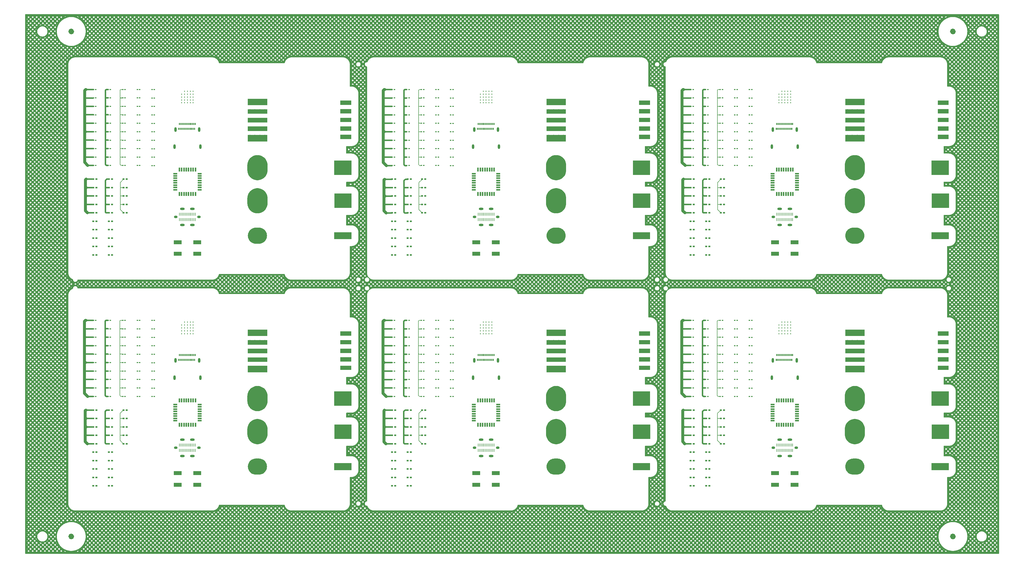
<source format=gbr>
%TF.GenerationSoftware,KiCad,Pcbnew,7.0.5*%
%TF.CreationDate,2023-07-11T12:39:59+01:00*%
%TF.ProjectId,PANELTEST141,50414e45-4c54-4455-9354-3134312e6b69,00.00*%
%TF.SameCoordinates,PX27b9fb5PYc4a79ca*%
%TF.FileFunction,Copper,L1,Top*%
%TF.FilePolarity,Positive*%
%FSLAX46Y46*%
G04 Gerber Fmt 4.6, Leading zero omitted, Abs format (unit mm)*
G04 Created by KiCad (PCBNEW 7.0.5) date 2023-07-11 12:39:59*
%MOMM*%
%LPD*%
G01*
G04 APERTURE LIST*
%TA.AperFunction,EtchedComponent*%
%ADD10C,0.200000*%
%TD*%
%TA.AperFunction,EtchedComponent*%
%ADD11C,0.100000*%
%TD*%
%TA.AperFunction,EtchedComponent*%
%ADD12C,0.990000*%
%TD*%
%TA.AperFunction,SMDPad,CuDef*%
%ADD13R,0.625000X0.400000*%
%TD*%
%TA.AperFunction,SMDPad,CuDef*%
%ADD14R,1.475000X0.600000*%
%TD*%
%TA.AperFunction,SMDPad,CuDef*%
%ADD15R,0.600000X1.475000*%
%TD*%
%TA.AperFunction,SMDPad,CuDef*%
%ADD16R,0.750000X0.600000*%
%TD*%
%TA.AperFunction,SMDPad,CuDef*%
%ADD17R,0.300000X0.700000*%
%TD*%
%TA.AperFunction,ComponentPad*%
%ADD18O,0.800000X1.600000*%
%TD*%
%TA.AperFunction,ComponentPad*%
%ADD19C,1.498600*%
%TD*%
%TA.AperFunction,ComponentPad*%
%ADD20C,1.524000*%
%TD*%
%TA.AperFunction,ComponentPad*%
%ADD21O,1.200000X0.900000*%
%TD*%
%TA.AperFunction,ComponentPad*%
%ADD22O,1.600000X0.800000*%
%TD*%
%TA.AperFunction,SMDPad,CuDef*%
%ADD23R,0.280000X1.060000*%
%TD*%
%TA.AperFunction,SMDPad,CuDef*%
%ADD24C,0.355600*%
%TD*%
%TA.AperFunction,SMDPad,CuDef*%
%ADD25R,2.750000X1.400000*%
%TD*%
%TA.AperFunction,Conductor*%
%ADD26C,0.200000*%
%TD*%
%TA.AperFunction,Conductor*%
%ADD27C,0.500000*%
%TD*%
%TA.AperFunction,Conductor*%
%ADD28C,1.000000*%
%TD*%
%TA.AperFunction,Conductor*%
%ADD29C,0.250000*%
%TD*%
%TA.AperFunction,Conductor*%
%ADD30C,0.000000*%
%TD*%
G04 APERTURE END LIST*
%TA.AperFunction,NonConductor*%
G36*
X109349871Y77160377D02*
G01*
X113129871Y77160377D01*
X113129871Y75660377D01*
X109349871Y75660377D01*
X109349871Y77160377D01*
G37*
%TD.AperFunction*%
%TA.AperFunction,NonConductor*%
G36*
X316559871Y74160377D02*
G01*
X320339871Y74160377D01*
X320339871Y72660377D01*
X316559871Y72660377D01*
X316559871Y74160377D01*
G37*
%TD.AperFunction*%
%TA.AperFunction,NonConductor*%
G36*
X316549871Y145380377D02*
G01*
X320329871Y145380377D01*
X320329871Y143880377D01*
X316549871Y143880377D01*
X316549871Y145380377D01*
G37*
%TD.AperFunction*%
%TA.AperFunction,NonConductor*%
G36*
X109359871Y68160377D02*
G01*
X113139871Y68160377D01*
X113139871Y66660377D01*
X109359871Y66660377D01*
X109359871Y68160377D01*
G37*
%TD.AperFunction*%
%TA.AperFunction,NonConductor*%
G36*
X210849871Y44860377D02*
G01*
X216849871Y44860377D01*
X216849871Y39860377D01*
X210849871Y39860377D01*
X210849871Y44860377D01*
G37*
%TD.AperFunction*%
%TA.AperFunction,NonConductor*%
G36*
X109359871Y154280377D02*
G01*
X113139871Y154280377D01*
X113139871Y152780377D01*
X109359871Y152780377D01*
X109359871Y154280377D01*
G37*
%TD.AperFunction*%
%TA.AperFunction,NonConductor*%
G36*
X210799871Y136460377D02*
G01*
X216799871Y136460377D01*
X216799871Y131460377D01*
X210799871Y131460377D01*
X210799871Y136460377D01*
G37*
%TD.AperFunction*%
%TA.AperFunction,NonConductor*%
G36*
X316549871Y65260377D02*
G01*
X320329871Y65260377D01*
X320329871Y63760377D01*
X316549871Y63760377D01*
X316549871Y65260377D01*
G37*
%TD.AperFunction*%
%TA.AperFunction,NonConductor*%
G36*
X314449871Y124980377D02*
G01*
X320449871Y124980377D01*
X320449871Y119980377D01*
X314449871Y119980377D01*
X314449871Y124980377D01*
G37*
%TD.AperFunction*%
%TA.AperFunction,NonConductor*%
G36*
X210799871Y31440377D02*
G01*
X216799871Y31440377D01*
X216799871Y29040377D01*
X210799871Y29040377D01*
X210799871Y31440377D01*
G37*
%TD.AperFunction*%
%TA.AperFunction,NonConductor*%
G36*
X109349871Y65260377D02*
G01*
X113129871Y65260377D01*
X113129871Y63760377D01*
X109349871Y63760377D01*
X109349871Y65260377D01*
G37*
%TD.AperFunction*%
%TA.AperFunction,NonConductor*%
G36*
X107199871Y31440377D02*
G01*
X113199871Y31440377D01*
X113199871Y29040377D01*
X107199871Y29040377D01*
X107199871Y31440377D01*
G37*
%TD.AperFunction*%
%TA.AperFunction,NonConductor*%
G36*
X316559871Y71160377D02*
G01*
X320339871Y71160377D01*
X320339871Y69660377D01*
X316559871Y69660377D01*
X316559871Y71160377D01*
G37*
%TD.AperFunction*%
%TA.AperFunction,NonConductor*%
G36*
X314399871Y31440377D02*
G01*
X320399871Y31440377D01*
X320399871Y29040377D01*
X314399871Y29040377D01*
X314399871Y31440377D01*
G37*
%TD.AperFunction*%
%TA.AperFunction,NonConductor*%
G36*
X107249871Y124980377D02*
G01*
X113249871Y124980377D01*
X113249871Y119980377D01*
X107249871Y119980377D01*
X107249871Y124980377D01*
G37*
%TD.AperFunction*%
%TA.AperFunction,NonConductor*%
G36*
X109349871Y145380377D02*
G01*
X113129871Y145380377D01*
X113129871Y143880377D01*
X109349871Y143880377D01*
X109349871Y145380377D01*
G37*
%TD.AperFunction*%
%TA.AperFunction,NonConductor*%
G36*
X107199871Y136460377D02*
G01*
X113199871Y136460377D01*
X113199871Y131460377D01*
X107199871Y131460377D01*
X107199871Y136460377D01*
G37*
%TD.AperFunction*%
%TA.AperFunction,NonConductor*%
G36*
X314399871Y56340377D02*
G01*
X320399871Y56340377D01*
X320399871Y51340377D01*
X314399871Y51340377D01*
X314399871Y56340377D01*
G37*
%TD.AperFunction*%
%TA.AperFunction,NonConductor*%
G36*
X212959871Y151280377D02*
G01*
X216739871Y151280377D01*
X216739871Y149780377D01*
X212959871Y149780377D01*
X212959871Y151280377D01*
G37*
%TD.AperFunction*%
%TA.AperFunction,NonConductor*%
G36*
X109359871Y74160377D02*
G01*
X113139871Y74160377D01*
X113139871Y72660377D01*
X109359871Y72660377D01*
X109359871Y74160377D01*
G37*
%TD.AperFunction*%
%TA.AperFunction,NonConductor*%
G36*
X316549871Y157280377D02*
G01*
X320329871Y157280377D01*
X320329871Y155780377D01*
X316549871Y155780377D01*
X316549871Y157280377D01*
G37*
%TD.AperFunction*%
%TA.AperFunction,NonConductor*%
G36*
X212959871Y154280377D02*
G01*
X216739871Y154280377D01*
X216739871Y152780377D01*
X212959871Y152780377D01*
X212959871Y154280377D01*
G37*
%TD.AperFunction*%
%TA.AperFunction,NonConductor*%
G36*
X212959871Y148280377D02*
G01*
X216739871Y148280377D01*
X216739871Y146780377D01*
X212959871Y146780377D01*
X212959871Y148280377D01*
G37*
%TD.AperFunction*%
%TA.AperFunction,NonConductor*%
G36*
X212949871Y65260377D02*
G01*
X216729871Y65260377D01*
X216729871Y63760377D01*
X212949871Y63760377D01*
X212949871Y65260377D01*
G37*
%TD.AperFunction*%
%TA.AperFunction,NonConductor*%
G36*
X210799871Y111560377D02*
G01*
X216799871Y111560377D01*
X216799871Y109160377D01*
X210799871Y109160377D01*
X210799871Y111560377D01*
G37*
%TD.AperFunction*%
%TA.AperFunction,NonConductor*%
G36*
X107249871Y44860377D02*
G01*
X113249871Y44860377D01*
X113249871Y39860377D01*
X107249871Y39860377D01*
X107249871Y44860377D01*
G37*
%TD.AperFunction*%
%TA.AperFunction,NonConductor*%
G36*
X109349871Y157280377D02*
G01*
X113129871Y157280377D01*
X113129871Y155780377D01*
X109349871Y155780377D01*
X109349871Y157280377D01*
G37*
%TD.AperFunction*%
%TA.AperFunction,NonConductor*%
G36*
X107199871Y56340377D02*
G01*
X113199871Y56340377D01*
X113199871Y51340377D01*
X107199871Y51340377D01*
X107199871Y56340377D01*
G37*
%TD.AperFunction*%
%TA.AperFunction,NonConductor*%
G36*
X212959871Y71160377D02*
G01*
X216739871Y71160377D01*
X216739871Y69660377D01*
X212959871Y69660377D01*
X212959871Y71160377D01*
G37*
%TD.AperFunction*%
%TA.AperFunction,NonConductor*%
G36*
X314449871Y44860377D02*
G01*
X320449871Y44860377D01*
X320449871Y39860377D01*
X314449871Y39860377D01*
X314449871Y44860377D01*
G37*
%TD.AperFunction*%
%TA.AperFunction,NonConductor*%
G36*
X316559871Y68160377D02*
G01*
X320339871Y68160377D01*
X320339871Y66660377D01*
X316559871Y66660377D01*
X316559871Y68160377D01*
G37*
%TD.AperFunction*%
%TA.AperFunction,NonConductor*%
G36*
X109359871Y148280377D02*
G01*
X113139871Y148280377D01*
X113139871Y146780377D01*
X109359871Y146780377D01*
X109359871Y148280377D01*
G37*
%TD.AperFunction*%
%TA.AperFunction,NonConductor*%
G36*
X212949871Y145380377D02*
G01*
X216729871Y145380377D01*
X216729871Y143880377D01*
X212949871Y143880377D01*
X212949871Y145380377D01*
G37*
%TD.AperFunction*%
%TA.AperFunction,NonConductor*%
G36*
X212959871Y74160377D02*
G01*
X216739871Y74160377D01*
X216739871Y72660377D01*
X212959871Y72660377D01*
X212959871Y74160377D01*
G37*
%TD.AperFunction*%
%TA.AperFunction,NonConductor*%
G36*
X210799871Y56340377D02*
G01*
X216799871Y56340377D01*
X216799871Y51340377D01*
X210799871Y51340377D01*
X210799871Y56340377D01*
G37*
%TD.AperFunction*%
%TA.AperFunction,NonConductor*%
G36*
X109359871Y151280377D02*
G01*
X113139871Y151280377D01*
X113139871Y149780377D01*
X109359871Y149780377D01*
X109359871Y151280377D01*
G37*
%TD.AperFunction*%
%TA.AperFunction,NonConductor*%
G36*
X107199871Y111560377D02*
G01*
X113199871Y111560377D01*
X113199871Y109160377D01*
X107199871Y109160377D01*
X107199871Y111560377D01*
G37*
%TD.AperFunction*%
%TA.AperFunction,NonConductor*%
G36*
X314399871Y136460377D02*
G01*
X320399871Y136460377D01*
X320399871Y131460377D01*
X314399871Y131460377D01*
X314399871Y136460377D01*
G37*
%TD.AperFunction*%
%TA.AperFunction,NonConductor*%
G36*
X316559871Y151280377D02*
G01*
X320339871Y151280377D01*
X320339871Y149780377D01*
X316559871Y149780377D01*
X316559871Y151280377D01*
G37*
%TD.AperFunction*%
%TA.AperFunction,NonConductor*%
G36*
X212949871Y77160377D02*
G01*
X216729871Y77160377D01*
X216729871Y75660377D01*
X212949871Y75660377D01*
X212949871Y77160377D01*
G37*
%TD.AperFunction*%
%TA.AperFunction,NonConductor*%
G36*
X316559871Y154280377D02*
G01*
X320339871Y154280377D01*
X320339871Y152780377D01*
X316559871Y152780377D01*
X316559871Y154280377D01*
G37*
%TD.AperFunction*%
%TA.AperFunction,NonConductor*%
G36*
X212949871Y157280377D02*
G01*
X216729871Y157280377D01*
X216729871Y155780377D01*
X212949871Y155780377D01*
X212949871Y157280377D01*
G37*
%TD.AperFunction*%
%TA.AperFunction,NonConductor*%
G36*
X109359871Y71160377D02*
G01*
X113139871Y71160377D01*
X113139871Y69660377D01*
X109359871Y69660377D01*
X109359871Y71160377D01*
G37*
%TD.AperFunction*%
%TA.AperFunction,NonConductor*%
G36*
X316559871Y148280377D02*
G01*
X320339871Y148280377D01*
X320339871Y146780377D01*
X316559871Y146780377D01*
X316559871Y148280377D01*
G37*
%TD.AperFunction*%
%TA.AperFunction,NonConductor*%
G36*
X212959871Y68160377D02*
G01*
X216739871Y68160377D01*
X216739871Y66660377D01*
X212959871Y66660377D01*
X212959871Y68160377D01*
G37*
%TD.AperFunction*%
%TA.AperFunction,NonConductor*%
G36*
X314399871Y111560377D02*
G01*
X320399871Y111560377D01*
X320399871Y109160377D01*
X314399871Y109160377D01*
X314399871Y111560377D01*
G37*
%TD.AperFunction*%
%TA.AperFunction,NonConductor*%
G36*
X316549871Y77160377D02*
G01*
X320329871Y77160377D01*
X320329871Y75660377D01*
X316549871Y75660377D01*
X316549871Y77160377D01*
G37*
%TD.AperFunction*%
%TA.AperFunction,NonConductor*%
G36*
X210849871Y124980377D02*
G01*
X216849871Y124980377D01*
X216849871Y119980377D01*
X210849871Y119980377D01*
X210849871Y124980377D01*
G37*
%TD.AperFunction*%
%TO.C,TAB2*%
D10*
X81129949Y58085587D02*
X81489486Y58006447D01*
X81838360Y57888898D01*
X82172479Y57734318D01*
X82487926Y57544520D01*
X82781003Y57321728D01*
X83048275Y57068555D01*
X83286606Y56787969D01*
X83493204Y56483260D01*
X83665646Y56158000D01*
X83801911Y55816002D01*
X83900400Y55461276D01*
X83959959Y55097982D01*
X83979890Y54730378D01*
X83979890Y54730377D01*
X83979890Y52950377D01*
X83959959Y52582772D01*
X83900400Y52219478D01*
X83801911Y51864752D01*
X83665646Y51522754D01*
X83493204Y51197494D01*
X83286606Y50892785D01*
X83048275Y50612199D01*
X82781003Y50359026D01*
X82487926Y50136234D01*
X82172479Y49946436D01*
X81838360Y49791856D01*
X81489486Y49674307D01*
X81129949Y49595167D01*
X80763962Y49555363D01*
X80395818Y49555363D01*
X80029831Y49595167D01*
X79670294Y49674307D01*
X79321420Y49791856D01*
X78987301Y49946436D01*
X78671854Y50136234D01*
X78378777Y50359026D01*
X78111505Y50612199D01*
X77873174Y50892785D01*
X77666576Y51197494D01*
X77494134Y51522754D01*
X77357869Y51864752D01*
X77259380Y52219478D01*
X77199821Y52582772D01*
X77179890Y52950377D01*
X77179890Y54730377D01*
X77179889Y54730378D01*
X77199821Y55097982D01*
X77259380Y55461276D01*
X77357869Y55816002D01*
X77494134Y56158000D01*
X77666576Y56483260D01*
X77873174Y56787969D01*
X78111505Y57068555D01*
X78378777Y57321728D01*
X78671854Y57544520D01*
X78987301Y57734318D01*
X79321420Y57888898D01*
X79670294Y58006447D01*
X80029831Y58085587D01*
X80395818Y58125391D01*
X80763962Y58125391D01*
X81129949Y58085587D01*
%TA.AperFunction,EtchedComponent*%
G36*
X81129949Y58085587D02*
G01*
X81489486Y58006447D01*
X81838360Y57888898D01*
X82172479Y57734318D01*
X82487926Y57544520D01*
X82781003Y57321728D01*
X83048275Y57068555D01*
X83286606Y56787969D01*
X83493204Y56483260D01*
X83665646Y56158000D01*
X83801911Y55816002D01*
X83900400Y55461276D01*
X83959959Y55097982D01*
X83979890Y54730378D01*
X83979890Y54730377D01*
X83979890Y52950377D01*
X83959959Y52582772D01*
X83900400Y52219478D01*
X83801911Y51864752D01*
X83665646Y51522754D01*
X83493204Y51197494D01*
X83286606Y50892785D01*
X83048275Y50612199D01*
X82781003Y50359026D01*
X82487926Y50136234D01*
X82172479Y49946436D01*
X81838360Y49791856D01*
X81489486Y49674307D01*
X81129949Y49595167D01*
X80763962Y49555363D01*
X80395818Y49555363D01*
X80029831Y49595167D01*
X79670294Y49674307D01*
X79321420Y49791856D01*
X78987301Y49946436D01*
X78671854Y50136234D01*
X78378777Y50359026D01*
X78111505Y50612199D01*
X77873174Y50892785D01*
X77666576Y51197494D01*
X77494134Y51522754D01*
X77357869Y51864752D01*
X77259380Y52219478D01*
X77199821Y52582772D01*
X77179890Y52950377D01*
X77179890Y54730377D01*
X77179889Y54730378D01*
X77199821Y55097982D01*
X77259380Y55461276D01*
X77357869Y55816002D01*
X77494134Y56158000D01*
X77666576Y56483260D01*
X77873174Y56787969D01*
X78111505Y57068555D01*
X78378777Y57321728D01*
X78671854Y57544520D01*
X78987301Y57734318D01*
X79321420Y57888898D01*
X79670294Y58006447D01*
X80029831Y58085587D01*
X80395818Y58125391D01*
X80763962Y58125391D01*
X81129949Y58085587D01*
G37*
%TD.AperFunction*%
%TO.C,TAB3*%
X184729949Y126735587D02*
X185089486Y126656447D01*
X185438360Y126538898D01*
X185772479Y126384318D01*
X186087926Y126194520D01*
X186381003Y125971728D01*
X186648275Y125718555D01*
X186886606Y125437969D01*
X187093204Y125133260D01*
X187265646Y124808000D01*
X187401911Y124466002D01*
X187500400Y124111276D01*
X187559959Y123747982D01*
X187579890Y123380378D01*
X187579890Y123380377D01*
X187579890Y121600377D01*
X187559959Y121232772D01*
X187500400Y120869478D01*
X187401911Y120514752D01*
X187265646Y120172754D01*
X187093204Y119847494D01*
X186886606Y119542785D01*
X186648275Y119262199D01*
X186381003Y119009026D01*
X186087926Y118786234D01*
X185772479Y118596436D01*
X185438360Y118441856D01*
X185089486Y118324307D01*
X184729949Y118245167D01*
X184363962Y118205363D01*
X183995818Y118205363D01*
X183629831Y118245167D01*
X183270294Y118324307D01*
X182921420Y118441856D01*
X182587301Y118596436D01*
X182271854Y118786234D01*
X181978777Y119009026D01*
X181711505Y119262199D01*
X181473174Y119542785D01*
X181266576Y119847494D01*
X181094134Y120172754D01*
X180957869Y120514752D01*
X180859380Y120869478D01*
X180799821Y121232772D01*
X180779890Y121600377D01*
X180779890Y123380377D01*
X180779889Y123380378D01*
X180799821Y123747982D01*
X180859380Y124111276D01*
X180957869Y124466002D01*
X181094134Y124808000D01*
X181266576Y125133260D01*
X181473174Y125437969D01*
X181711505Y125718555D01*
X181978777Y125971728D01*
X182271854Y126194520D01*
X182587301Y126384318D01*
X182921420Y126538898D01*
X183270294Y126656447D01*
X183629831Y126735587D01*
X183995818Y126775391D01*
X184363962Y126775391D01*
X184729949Y126735587D01*
%TA.AperFunction,EtchedComponent*%
G36*
X184729949Y126735587D02*
G01*
X185089486Y126656447D01*
X185438360Y126538898D01*
X185772479Y126384318D01*
X186087926Y126194520D01*
X186381003Y125971728D01*
X186648275Y125718555D01*
X186886606Y125437969D01*
X187093204Y125133260D01*
X187265646Y124808000D01*
X187401911Y124466002D01*
X187500400Y124111276D01*
X187559959Y123747982D01*
X187579890Y123380378D01*
X187579890Y123380377D01*
X187579890Y121600377D01*
X187559959Y121232772D01*
X187500400Y120869478D01*
X187401911Y120514752D01*
X187265646Y120172754D01*
X187093204Y119847494D01*
X186886606Y119542785D01*
X186648275Y119262199D01*
X186381003Y119009026D01*
X186087926Y118786234D01*
X185772479Y118596436D01*
X185438360Y118441856D01*
X185089486Y118324307D01*
X184729949Y118245167D01*
X184363962Y118205363D01*
X183995818Y118205363D01*
X183629831Y118245167D01*
X183270294Y118324307D01*
X182921420Y118441856D01*
X182587301Y118596436D01*
X182271854Y118786234D01*
X181978777Y119009026D01*
X181711505Y119262199D01*
X181473174Y119542785D01*
X181266576Y119847494D01*
X181094134Y120172754D01*
X180957869Y120514752D01*
X180859380Y120869478D01*
X180799821Y121232772D01*
X180779890Y121600377D01*
X180779890Y123380377D01*
X180779889Y123380378D01*
X180799821Y123747982D01*
X180859380Y124111276D01*
X180957869Y124466002D01*
X181094134Y124808000D01*
X181266576Y125133260D01*
X181473174Y125437969D01*
X181711505Y125718555D01*
X181978777Y125971728D01*
X182271854Y126194520D01*
X182587301Y126384318D01*
X182921420Y126538898D01*
X183270294Y126656447D01*
X183629831Y126735587D01*
X183995818Y126775391D01*
X184363962Y126775391D01*
X184729949Y126735587D01*
G37*
%TD.AperFunction*%
X81129949Y46615587D02*
X81489486Y46536447D01*
X81838360Y46418898D01*
X82172479Y46264318D01*
X82487926Y46074520D01*
X82781003Y45851728D01*
X83048275Y45598555D01*
X83286606Y45317969D01*
X83493204Y45013260D01*
X83665646Y44688000D01*
X83801911Y44346002D01*
X83900400Y43991276D01*
X83959959Y43627982D01*
X83979890Y43260378D01*
X83979890Y43260377D01*
X83979890Y41480377D01*
X83959959Y41112772D01*
X83900400Y40749478D01*
X83801911Y40394752D01*
X83665646Y40052754D01*
X83493204Y39727494D01*
X83286606Y39422785D01*
X83048275Y39142199D01*
X82781003Y38889026D01*
X82487926Y38666234D01*
X82172479Y38476436D01*
X81838360Y38321856D01*
X81489486Y38204307D01*
X81129949Y38125167D01*
X80763962Y38085363D01*
X80395818Y38085363D01*
X80029831Y38125167D01*
X79670294Y38204307D01*
X79321420Y38321856D01*
X78987301Y38476436D01*
X78671854Y38666234D01*
X78378777Y38889026D01*
X78111505Y39142199D01*
X77873174Y39422785D01*
X77666576Y39727494D01*
X77494134Y40052754D01*
X77357869Y40394752D01*
X77259380Y40749478D01*
X77199821Y41112772D01*
X77179890Y41480377D01*
X77179890Y43260377D01*
X77179889Y43260378D01*
X77199821Y43627982D01*
X77259380Y43991276D01*
X77357869Y44346002D01*
X77494134Y44688000D01*
X77666576Y45013260D01*
X77873174Y45317969D01*
X78111505Y45598555D01*
X78378777Y45851728D01*
X78671854Y46074520D01*
X78987301Y46264318D01*
X79321420Y46418898D01*
X79670294Y46536447D01*
X80029831Y46615587D01*
X80395818Y46655391D01*
X80763962Y46655391D01*
X81129949Y46615587D01*
%TA.AperFunction,EtchedComponent*%
G36*
X81129949Y46615587D02*
G01*
X81489486Y46536447D01*
X81838360Y46418898D01*
X82172479Y46264318D01*
X82487926Y46074520D01*
X82781003Y45851728D01*
X83048275Y45598555D01*
X83286606Y45317969D01*
X83493204Y45013260D01*
X83665646Y44688000D01*
X83801911Y44346002D01*
X83900400Y43991276D01*
X83959959Y43627982D01*
X83979890Y43260378D01*
X83979890Y43260377D01*
X83979890Y41480377D01*
X83959959Y41112772D01*
X83900400Y40749478D01*
X83801911Y40394752D01*
X83665646Y40052754D01*
X83493204Y39727494D01*
X83286606Y39422785D01*
X83048275Y39142199D01*
X82781003Y38889026D01*
X82487926Y38666234D01*
X82172479Y38476436D01*
X81838360Y38321856D01*
X81489486Y38204307D01*
X81129949Y38125167D01*
X80763962Y38085363D01*
X80395818Y38085363D01*
X80029831Y38125167D01*
X79670294Y38204307D01*
X79321420Y38321856D01*
X78987301Y38476436D01*
X78671854Y38666234D01*
X78378777Y38889026D01*
X78111505Y39142199D01*
X77873174Y39422785D01*
X77666576Y39727494D01*
X77494134Y40052754D01*
X77357869Y40394752D01*
X77259380Y40749478D01*
X77199821Y41112772D01*
X77179890Y41480377D01*
X77179890Y43260377D01*
X77179889Y43260378D01*
X77199821Y43627982D01*
X77259380Y43991276D01*
X77357869Y44346002D01*
X77494134Y44688000D01*
X77666576Y45013260D01*
X77873174Y45317969D01*
X78111505Y45598555D01*
X78378777Y45851728D01*
X78671854Y46074520D01*
X78987301Y46264318D01*
X79321420Y46418898D01*
X79670294Y46536447D01*
X80029831Y46615587D01*
X80395818Y46655391D01*
X80763962Y46655391D01*
X81129949Y46615587D01*
G37*
%TD.AperFunction*%
D11*
%TO.C,TAB1*%
X284469889Y77740377D02*
X291089889Y77740377D01*
X291089889Y77740377D02*
X291089889Y75640377D01*
X291089889Y75640377D02*
X284469889Y75640377D01*
X284469889Y75640377D02*
X284469889Y77740377D01*
G36*
X284469889Y77740377D02*
G01*
X291089889Y77740377D01*
X291089889Y75640377D01*
X284469889Y75640377D01*
X284469889Y77740377D01*
G37*
X284469889Y74140377D02*
X291089889Y74140377D01*
X291089889Y74140377D02*
X291089889Y72640377D01*
X291089889Y72640377D02*
X284469889Y72640377D01*
X284469889Y72640377D02*
X284469889Y74140377D01*
G36*
X284469889Y74140377D02*
G01*
X291089889Y74140377D01*
X291089889Y72640377D01*
X284469889Y72640377D01*
X284469889Y74140377D01*
G37*
X284469889Y71140377D02*
X291089889Y71140377D01*
X291089889Y71140377D02*
X291089889Y69640377D01*
X291089889Y69640377D02*
X284469889Y69640377D01*
X284469889Y69640377D02*
X284469889Y71140377D01*
G36*
X284469889Y71140377D02*
G01*
X291089889Y71140377D01*
X291089889Y69640377D01*
X284469889Y69640377D01*
X284469889Y71140377D01*
G37*
X284469889Y68140377D02*
X291089889Y68140377D01*
X291089889Y68140377D02*
X291089889Y66640377D01*
X291089889Y66640377D02*
X284469889Y66640377D01*
X284469889Y66640377D02*
X284469889Y68140377D01*
G36*
X284469889Y68140377D02*
G01*
X291089889Y68140377D01*
X291089889Y66640377D01*
X284469889Y66640377D01*
X284469889Y68140377D01*
G37*
X284469889Y65250377D02*
X291089889Y65250377D01*
X291089889Y65250377D02*
X291089889Y63040377D01*
X291089889Y63040377D02*
X284469889Y63040377D01*
X284469889Y63040377D02*
X284469889Y65250377D01*
G36*
X284469889Y65250377D02*
G01*
X291089889Y65250377D01*
X291089889Y63040377D01*
X284469889Y63040377D01*
X284469889Y65250377D01*
G37*
%TO.C,TAB2*%
D10*
X184729949Y138205587D02*
X185089486Y138126447D01*
X185438360Y138008898D01*
X185772479Y137854318D01*
X186087926Y137664520D01*
X186381003Y137441728D01*
X186648275Y137188555D01*
X186886606Y136907969D01*
X187093204Y136603260D01*
X187265646Y136278000D01*
X187401911Y135936002D01*
X187500400Y135581276D01*
X187559959Y135217982D01*
X187579890Y134850378D01*
X187579890Y134850377D01*
X187579890Y133070377D01*
X187559959Y132702772D01*
X187500400Y132339478D01*
X187401911Y131984752D01*
X187265646Y131642754D01*
X187093204Y131317494D01*
X186886606Y131012785D01*
X186648275Y130732199D01*
X186381003Y130479026D01*
X186087926Y130256234D01*
X185772479Y130066436D01*
X185438360Y129911856D01*
X185089486Y129794307D01*
X184729949Y129715167D01*
X184363962Y129675363D01*
X183995818Y129675363D01*
X183629831Y129715167D01*
X183270294Y129794307D01*
X182921420Y129911856D01*
X182587301Y130066436D01*
X182271854Y130256234D01*
X181978777Y130479026D01*
X181711505Y130732199D01*
X181473174Y131012785D01*
X181266576Y131317494D01*
X181094134Y131642754D01*
X180957869Y131984752D01*
X180859380Y132339478D01*
X180799821Y132702772D01*
X180779890Y133070377D01*
X180779890Y134850377D01*
X180779889Y134850378D01*
X180799821Y135217982D01*
X180859380Y135581276D01*
X180957869Y135936002D01*
X181094134Y136278000D01*
X181266576Y136603260D01*
X181473174Y136907969D01*
X181711505Y137188555D01*
X181978777Y137441728D01*
X182271854Y137664520D01*
X182587301Y137854318D01*
X182921420Y138008898D01*
X183270294Y138126447D01*
X183629831Y138205587D01*
X183995818Y138245391D01*
X184363962Y138245391D01*
X184729949Y138205587D01*
%TA.AperFunction,EtchedComponent*%
G36*
X184729949Y138205587D02*
G01*
X185089486Y138126447D01*
X185438360Y138008898D01*
X185772479Y137854318D01*
X186087926Y137664520D01*
X186381003Y137441728D01*
X186648275Y137188555D01*
X186886606Y136907969D01*
X187093204Y136603260D01*
X187265646Y136278000D01*
X187401911Y135936002D01*
X187500400Y135581276D01*
X187559959Y135217982D01*
X187579890Y134850378D01*
X187579890Y134850377D01*
X187579890Y133070377D01*
X187559959Y132702772D01*
X187500400Y132339478D01*
X187401911Y131984752D01*
X187265646Y131642754D01*
X187093204Y131317494D01*
X186886606Y131012785D01*
X186648275Y130732199D01*
X186381003Y130479026D01*
X186087926Y130256234D01*
X185772479Y130066436D01*
X185438360Y129911856D01*
X185089486Y129794307D01*
X184729949Y129715167D01*
X184363962Y129675363D01*
X183995818Y129675363D01*
X183629831Y129715167D01*
X183270294Y129794307D01*
X182921420Y129911856D01*
X182587301Y130066436D01*
X182271854Y130256234D01*
X181978777Y130479026D01*
X181711505Y130732199D01*
X181473174Y131012785D01*
X181266576Y131317494D01*
X181094134Y131642754D01*
X180957869Y131984752D01*
X180859380Y132339478D01*
X180799821Y132702772D01*
X180779890Y133070377D01*
X180779890Y134850377D01*
X180779889Y134850378D01*
X180799821Y135217982D01*
X180859380Y135581276D01*
X180957869Y135936002D01*
X181094134Y136278000D01*
X181266576Y136603260D01*
X181473174Y136907969D01*
X181711505Y137188555D01*
X181978777Y137441728D01*
X182271854Y137664520D01*
X182587301Y137854318D01*
X182921420Y138008898D01*
X183270294Y138126447D01*
X183629831Y138205587D01*
X183995818Y138245391D01*
X184363962Y138245391D01*
X184729949Y138205587D01*
G37*
%TD.AperFunction*%
%TO.C,REF\u002A\u002A*%
D12*
X16494871Y181230377D02*
G75*
G03*
X16494871Y181230377I-495000J0D01*
G01*
X322294871Y181230377D02*
G75*
G03*
X322294871Y181230377I-495000J0D01*
G01*
%TO.C,TAB2*%
D10*
X288329949Y58085587D02*
X288689486Y58006447D01*
X289038360Y57888898D01*
X289372479Y57734318D01*
X289687926Y57544520D01*
X289981003Y57321728D01*
X290248275Y57068555D01*
X290486606Y56787969D01*
X290693204Y56483260D01*
X290865646Y56158000D01*
X291001911Y55816002D01*
X291100400Y55461276D01*
X291159959Y55097982D01*
X291179890Y54730378D01*
X291179890Y54730377D01*
X291179890Y52950377D01*
X291159959Y52582772D01*
X291100400Y52219478D01*
X291001911Y51864752D01*
X290865646Y51522754D01*
X290693204Y51197494D01*
X290486606Y50892785D01*
X290248275Y50612199D01*
X289981003Y50359026D01*
X289687926Y50136234D01*
X289372479Y49946436D01*
X289038360Y49791856D01*
X288689486Y49674307D01*
X288329949Y49595167D01*
X287963962Y49555363D01*
X287595818Y49555363D01*
X287229831Y49595167D01*
X286870294Y49674307D01*
X286521420Y49791856D01*
X286187301Y49946436D01*
X285871854Y50136234D01*
X285578777Y50359026D01*
X285311505Y50612199D01*
X285073174Y50892785D01*
X284866576Y51197494D01*
X284694134Y51522754D01*
X284557869Y51864752D01*
X284459380Y52219478D01*
X284399821Y52582772D01*
X284379890Y52950377D01*
X284379890Y54730377D01*
X284379889Y54730378D01*
X284399821Y55097982D01*
X284459380Y55461276D01*
X284557869Y55816002D01*
X284694134Y56158000D01*
X284866576Y56483260D01*
X285073174Y56787969D01*
X285311505Y57068555D01*
X285578777Y57321728D01*
X285871854Y57544520D01*
X286187301Y57734318D01*
X286521420Y57888898D01*
X286870294Y58006447D01*
X287229831Y58085587D01*
X287595818Y58125391D01*
X287963962Y58125391D01*
X288329949Y58085587D01*
%TA.AperFunction,EtchedComponent*%
G36*
X288329949Y58085587D02*
G01*
X288689486Y58006447D01*
X289038360Y57888898D01*
X289372479Y57734318D01*
X289687926Y57544520D01*
X289981003Y57321728D01*
X290248275Y57068555D01*
X290486606Y56787969D01*
X290693204Y56483260D01*
X290865646Y56158000D01*
X291001911Y55816002D01*
X291100400Y55461276D01*
X291159959Y55097982D01*
X291179890Y54730378D01*
X291179890Y54730377D01*
X291179890Y52950377D01*
X291159959Y52582772D01*
X291100400Y52219478D01*
X291001911Y51864752D01*
X290865646Y51522754D01*
X290693204Y51197494D01*
X290486606Y50892785D01*
X290248275Y50612199D01*
X289981003Y50359026D01*
X289687926Y50136234D01*
X289372479Y49946436D01*
X289038360Y49791856D01*
X288689486Y49674307D01*
X288329949Y49595167D01*
X287963962Y49555363D01*
X287595818Y49555363D01*
X287229831Y49595167D01*
X286870294Y49674307D01*
X286521420Y49791856D01*
X286187301Y49946436D01*
X285871854Y50136234D01*
X285578777Y50359026D01*
X285311505Y50612199D01*
X285073174Y50892785D01*
X284866576Y51197494D01*
X284694134Y51522754D01*
X284557869Y51864752D01*
X284459380Y52219478D01*
X284399821Y52582772D01*
X284379890Y52950377D01*
X284379890Y54730377D01*
X284379889Y54730378D01*
X284399821Y55097982D01*
X284459380Y55461276D01*
X284557869Y55816002D01*
X284694134Y56158000D01*
X284866576Y56483260D01*
X285073174Y56787969D01*
X285311505Y57068555D01*
X285578777Y57321728D01*
X285871854Y57544520D01*
X286187301Y57734318D01*
X286521420Y57888898D01*
X286870294Y58006447D01*
X287229831Y58085587D01*
X287595818Y58125391D01*
X287963962Y58125391D01*
X288329949Y58085587D01*
G37*
%TD.AperFunction*%
X81129949Y138205587D02*
X81489486Y138126447D01*
X81838360Y138008898D01*
X82172479Y137854318D01*
X82487926Y137664520D01*
X82781003Y137441728D01*
X83048275Y137188555D01*
X83286606Y136907969D01*
X83493204Y136603260D01*
X83665646Y136278000D01*
X83801911Y135936002D01*
X83900400Y135581276D01*
X83959959Y135217982D01*
X83979890Y134850378D01*
X83979890Y134850377D01*
X83979890Y133070377D01*
X83959959Y132702772D01*
X83900400Y132339478D01*
X83801911Y131984752D01*
X83665646Y131642754D01*
X83493204Y131317494D01*
X83286606Y131012785D01*
X83048275Y130732199D01*
X82781003Y130479026D01*
X82487926Y130256234D01*
X82172479Y130066436D01*
X81838360Y129911856D01*
X81489486Y129794307D01*
X81129949Y129715167D01*
X80763962Y129675363D01*
X80395818Y129675363D01*
X80029831Y129715167D01*
X79670294Y129794307D01*
X79321420Y129911856D01*
X78987301Y130066436D01*
X78671854Y130256234D01*
X78378777Y130479026D01*
X78111505Y130732199D01*
X77873174Y131012785D01*
X77666576Y131317494D01*
X77494134Y131642754D01*
X77357869Y131984752D01*
X77259380Y132339478D01*
X77199821Y132702772D01*
X77179890Y133070377D01*
X77179890Y134850377D01*
X77179889Y134850378D01*
X77199821Y135217982D01*
X77259380Y135581276D01*
X77357869Y135936002D01*
X77494134Y136278000D01*
X77666576Y136603260D01*
X77873174Y136907969D01*
X78111505Y137188555D01*
X78378777Y137441728D01*
X78671854Y137664520D01*
X78987301Y137854318D01*
X79321420Y138008898D01*
X79670294Y138126447D01*
X80029831Y138205587D01*
X80395818Y138245391D01*
X80763962Y138245391D01*
X81129949Y138205587D01*
%TA.AperFunction,EtchedComponent*%
G36*
X81129949Y138205587D02*
G01*
X81489486Y138126447D01*
X81838360Y138008898D01*
X82172479Y137854318D01*
X82487926Y137664520D01*
X82781003Y137441728D01*
X83048275Y137188555D01*
X83286606Y136907969D01*
X83493204Y136603260D01*
X83665646Y136278000D01*
X83801911Y135936002D01*
X83900400Y135581276D01*
X83959959Y135217982D01*
X83979890Y134850378D01*
X83979890Y134850377D01*
X83979890Y133070377D01*
X83959959Y132702772D01*
X83900400Y132339478D01*
X83801911Y131984752D01*
X83665646Y131642754D01*
X83493204Y131317494D01*
X83286606Y131012785D01*
X83048275Y130732199D01*
X82781003Y130479026D01*
X82487926Y130256234D01*
X82172479Y130066436D01*
X81838360Y129911856D01*
X81489486Y129794307D01*
X81129949Y129715167D01*
X80763962Y129675363D01*
X80395818Y129675363D01*
X80029831Y129715167D01*
X79670294Y129794307D01*
X79321420Y129911856D01*
X78987301Y130066436D01*
X78671854Y130256234D01*
X78378777Y130479026D01*
X78111505Y130732199D01*
X77873174Y131012785D01*
X77666576Y131317494D01*
X77494134Y131642754D01*
X77357869Y131984752D01*
X77259380Y132339478D01*
X77199821Y132702772D01*
X77179890Y133070377D01*
X77179890Y134850377D01*
X77179889Y134850378D01*
X77199821Y135217982D01*
X77259380Y135581276D01*
X77357869Y135936002D01*
X77494134Y136278000D01*
X77666576Y136603260D01*
X77873174Y136907969D01*
X78111505Y137188555D01*
X78378777Y137441728D01*
X78671854Y137664520D01*
X78987301Y137854318D01*
X79321420Y138008898D01*
X79670294Y138126447D01*
X80029831Y138205587D01*
X80395818Y138245391D01*
X80763962Y138245391D01*
X81129949Y138205587D01*
G37*
%TD.AperFunction*%
%TO.C,TAB4*%
X81433273Y113037214D02*
X81753560Y112978520D01*
X82064437Y112881646D01*
X82361371Y112748007D01*
X82640031Y112579551D01*
X82896355Y112378735D01*
X83126604Y112148486D01*
X83327420Y111892162D01*
X83495876Y111613502D01*
X83629515Y111316568D01*
X83726389Y111005691D01*
X83785083Y110685404D01*
X83804744Y110360377D01*
X83785083Y110035350D01*
X83726389Y109715063D01*
X83629515Y109404186D01*
X83495876Y109107252D01*
X83327420Y108828592D01*
X83126604Y108572268D01*
X82896355Y108342019D01*
X82640031Y108141203D01*
X82361371Y107972747D01*
X82064437Y107839108D01*
X81753560Y107742234D01*
X81433273Y107683540D01*
X81108246Y107663879D01*
X81108229Y107663880D01*
X80048263Y107663880D01*
X80048246Y107663879D01*
X79723219Y107683540D01*
X79402932Y107742234D01*
X79092055Y107839108D01*
X78795121Y107972747D01*
X78516461Y108141203D01*
X78260137Y108342019D01*
X78029888Y108572268D01*
X77829072Y108828592D01*
X77660616Y109107252D01*
X77526977Y109404186D01*
X77430103Y109715063D01*
X77371409Y110035350D01*
X77351748Y110360377D01*
X77371409Y110685404D01*
X77430103Y111005691D01*
X77526977Y111316568D01*
X77660616Y111613502D01*
X77829072Y111892162D01*
X78029888Y112148486D01*
X78260137Y112378735D01*
X78516461Y112579551D01*
X78795121Y112748007D01*
X79092055Y112881646D01*
X79402932Y112978520D01*
X79723219Y113037214D01*
X80048246Y113056875D01*
X80048263Y113056874D01*
X81108229Y113056874D01*
X81108246Y113056875D01*
X81433273Y113037214D01*
%TA.AperFunction,EtchedComponent*%
G36*
X81433273Y113037214D02*
G01*
X81753560Y112978520D01*
X82064437Y112881646D01*
X82361371Y112748007D01*
X82640031Y112579551D01*
X82896355Y112378735D01*
X83126604Y112148486D01*
X83327420Y111892162D01*
X83495876Y111613502D01*
X83629515Y111316568D01*
X83726389Y111005691D01*
X83785083Y110685404D01*
X83804744Y110360377D01*
X83785083Y110035350D01*
X83726389Y109715063D01*
X83629515Y109404186D01*
X83495876Y109107252D01*
X83327420Y108828592D01*
X83126604Y108572268D01*
X82896355Y108342019D01*
X82640031Y108141203D01*
X82361371Y107972747D01*
X82064437Y107839108D01*
X81753560Y107742234D01*
X81433273Y107683540D01*
X81108246Y107663879D01*
X81108229Y107663880D01*
X80048263Y107663880D01*
X80048246Y107663879D01*
X79723219Y107683540D01*
X79402932Y107742234D01*
X79092055Y107839108D01*
X78795121Y107972747D01*
X78516461Y108141203D01*
X78260137Y108342019D01*
X78029888Y108572268D01*
X77829072Y108828592D01*
X77660616Y109107252D01*
X77526977Y109404186D01*
X77430103Y109715063D01*
X77371409Y110035350D01*
X77351748Y110360377D01*
X77371409Y110685404D01*
X77430103Y111005691D01*
X77526977Y111316568D01*
X77660616Y111613502D01*
X77829072Y111892162D01*
X78029888Y112148486D01*
X78260137Y112378735D01*
X78516461Y112579551D01*
X78795121Y112748007D01*
X79092055Y112881646D01*
X79402932Y112978520D01*
X79723219Y113037214D01*
X80048246Y113056875D01*
X80048263Y113056874D01*
X81108229Y113056874D01*
X81108246Y113056875D01*
X81433273Y113037214D01*
G37*
%TD.AperFunction*%
X185033273Y32917214D02*
X185353560Y32858520D01*
X185664437Y32761646D01*
X185961371Y32628007D01*
X186240031Y32459551D01*
X186496355Y32258735D01*
X186726604Y32028486D01*
X186927420Y31772162D01*
X187095876Y31493502D01*
X187229515Y31196568D01*
X187326389Y30885691D01*
X187385083Y30565404D01*
X187404744Y30240377D01*
X187385083Y29915350D01*
X187326389Y29595063D01*
X187229515Y29284186D01*
X187095876Y28987252D01*
X186927420Y28708592D01*
X186726604Y28452268D01*
X186496355Y28222019D01*
X186240031Y28021203D01*
X185961371Y27852747D01*
X185664437Y27719108D01*
X185353560Y27622234D01*
X185033273Y27563540D01*
X184708246Y27543879D01*
X184708229Y27543880D01*
X183648263Y27543880D01*
X183648246Y27543879D01*
X183323219Y27563540D01*
X183002932Y27622234D01*
X182692055Y27719108D01*
X182395121Y27852747D01*
X182116461Y28021203D01*
X181860137Y28222019D01*
X181629888Y28452268D01*
X181429072Y28708592D01*
X181260616Y28987252D01*
X181126977Y29284186D01*
X181030103Y29595063D01*
X180971409Y29915350D01*
X180951748Y30240377D01*
X180971409Y30565404D01*
X181030103Y30885691D01*
X181126977Y31196568D01*
X181260616Y31493502D01*
X181429072Y31772162D01*
X181629888Y32028486D01*
X181860137Y32258735D01*
X182116461Y32459551D01*
X182395121Y32628007D01*
X182692055Y32761646D01*
X183002932Y32858520D01*
X183323219Y32917214D01*
X183648246Y32936875D01*
X183648263Y32936874D01*
X184708229Y32936874D01*
X184708246Y32936875D01*
X185033273Y32917214D01*
%TA.AperFunction,EtchedComponent*%
G36*
X185033273Y32917214D02*
G01*
X185353560Y32858520D01*
X185664437Y32761646D01*
X185961371Y32628007D01*
X186240031Y32459551D01*
X186496355Y32258735D01*
X186726604Y32028486D01*
X186927420Y31772162D01*
X187095876Y31493502D01*
X187229515Y31196568D01*
X187326389Y30885691D01*
X187385083Y30565404D01*
X187404744Y30240377D01*
X187385083Y29915350D01*
X187326389Y29595063D01*
X187229515Y29284186D01*
X187095876Y28987252D01*
X186927420Y28708592D01*
X186726604Y28452268D01*
X186496355Y28222019D01*
X186240031Y28021203D01*
X185961371Y27852747D01*
X185664437Y27719108D01*
X185353560Y27622234D01*
X185033273Y27563540D01*
X184708246Y27543879D01*
X184708229Y27543880D01*
X183648263Y27543880D01*
X183648246Y27543879D01*
X183323219Y27563540D01*
X183002932Y27622234D01*
X182692055Y27719108D01*
X182395121Y27852747D01*
X182116461Y28021203D01*
X181860137Y28222019D01*
X181629888Y28452268D01*
X181429072Y28708592D01*
X181260616Y28987252D01*
X181126977Y29284186D01*
X181030103Y29595063D01*
X180971409Y29915350D01*
X180951748Y30240377D01*
X180971409Y30565404D01*
X181030103Y30885691D01*
X181126977Y31196568D01*
X181260616Y31493502D01*
X181429072Y31772162D01*
X181629888Y32028486D01*
X181860137Y32258735D01*
X182116461Y32459551D01*
X182395121Y32628007D01*
X182692055Y32761646D01*
X183002932Y32858520D01*
X183323219Y32917214D01*
X183648246Y32936875D01*
X183648263Y32936874D01*
X184708229Y32936874D01*
X184708246Y32936875D01*
X185033273Y32917214D01*
G37*
%TD.AperFunction*%
D11*
%TO.C,TAB1*%
X180869889Y157860377D02*
X187489889Y157860377D01*
X187489889Y157860377D02*
X187489889Y155760377D01*
X187489889Y155760377D02*
X180869889Y155760377D01*
X180869889Y155760377D02*
X180869889Y157860377D01*
G36*
X180869889Y157860377D02*
G01*
X187489889Y157860377D01*
X187489889Y155760377D01*
X180869889Y155760377D01*
X180869889Y157860377D01*
G37*
X180869889Y154260377D02*
X187489889Y154260377D01*
X187489889Y154260377D02*
X187489889Y152760377D01*
X187489889Y152760377D02*
X180869889Y152760377D01*
X180869889Y152760377D02*
X180869889Y154260377D01*
G36*
X180869889Y154260377D02*
G01*
X187489889Y154260377D01*
X187489889Y152760377D01*
X180869889Y152760377D01*
X180869889Y154260377D01*
G37*
X180869889Y151260377D02*
X187489889Y151260377D01*
X187489889Y151260377D02*
X187489889Y149760377D01*
X187489889Y149760377D02*
X180869889Y149760377D01*
X180869889Y149760377D02*
X180869889Y151260377D01*
G36*
X180869889Y151260377D02*
G01*
X187489889Y151260377D01*
X187489889Y149760377D01*
X180869889Y149760377D01*
X180869889Y151260377D01*
G37*
X180869889Y148260377D02*
X187489889Y148260377D01*
X187489889Y148260377D02*
X187489889Y146760377D01*
X187489889Y146760377D02*
X180869889Y146760377D01*
X180869889Y146760377D02*
X180869889Y148260377D01*
G36*
X180869889Y148260377D02*
G01*
X187489889Y148260377D01*
X187489889Y146760377D01*
X180869889Y146760377D01*
X180869889Y148260377D01*
G37*
X180869889Y145370377D02*
X187489889Y145370377D01*
X187489889Y145370377D02*
X187489889Y143160377D01*
X187489889Y143160377D02*
X180869889Y143160377D01*
X180869889Y143160377D02*
X180869889Y145370377D01*
G36*
X180869889Y145370377D02*
G01*
X187489889Y145370377D01*
X187489889Y143160377D01*
X180869889Y143160377D01*
X180869889Y145370377D01*
G37*
%TO.C,REF\u002A\u002A*%
D12*
X322294871Y5990377D02*
G75*
G03*
X322294871Y5990377I-495000J0D01*
G01*
D11*
%TO.C,TAB1*%
X180869889Y77740377D02*
X187489889Y77740377D01*
X187489889Y77740377D02*
X187489889Y75640377D01*
X187489889Y75640377D02*
X180869889Y75640377D01*
X180869889Y75640377D02*
X180869889Y77740377D01*
G36*
X180869889Y77740377D02*
G01*
X187489889Y77740377D01*
X187489889Y75640377D01*
X180869889Y75640377D01*
X180869889Y77740377D01*
G37*
X180869889Y74140377D02*
X187489889Y74140377D01*
X187489889Y74140377D02*
X187489889Y72640377D01*
X187489889Y72640377D02*
X180869889Y72640377D01*
X180869889Y72640377D02*
X180869889Y74140377D01*
G36*
X180869889Y74140377D02*
G01*
X187489889Y74140377D01*
X187489889Y72640377D01*
X180869889Y72640377D01*
X180869889Y74140377D01*
G37*
X180869889Y71140377D02*
X187489889Y71140377D01*
X187489889Y71140377D02*
X187489889Y69640377D01*
X187489889Y69640377D02*
X180869889Y69640377D01*
X180869889Y69640377D02*
X180869889Y71140377D01*
G36*
X180869889Y71140377D02*
G01*
X187489889Y71140377D01*
X187489889Y69640377D01*
X180869889Y69640377D01*
X180869889Y71140377D01*
G37*
X180869889Y68140377D02*
X187489889Y68140377D01*
X187489889Y68140377D02*
X187489889Y66640377D01*
X187489889Y66640377D02*
X180869889Y66640377D01*
X180869889Y66640377D02*
X180869889Y68140377D01*
G36*
X180869889Y68140377D02*
G01*
X187489889Y68140377D01*
X187489889Y66640377D01*
X180869889Y66640377D01*
X180869889Y68140377D01*
G37*
X180869889Y65250377D02*
X187489889Y65250377D01*
X187489889Y65250377D02*
X187489889Y63040377D01*
X187489889Y63040377D02*
X180869889Y63040377D01*
X180869889Y63040377D02*
X180869889Y65250377D01*
G36*
X180869889Y65250377D02*
G01*
X187489889Y65250377D01*
X187489889Y63040377D01*
X180869889Y63040377D01*
X180869889Y65250377D01*
G37*
%TO.C,TAB3*%
D10*
X81129949Y126735587D02*
X81489486Y126656447D01*
X81838360Y126538898D01*
X82172479Y126384318D01*
X82487926Y126194520D01*
X82781003Y125971728D01*
X83048275Y125718555D01*
X83286606Y125437969D01*
X83493204Y125133260D01*
X83665646Y124808000D01*
X83801911Y124466002D01*
X83900400Y124111276D01*
X83959959Y123747982D01*
X83979890Y123380378D01*
X83979890Y123380377D01*
X83979890Y121600377D01*
X83959959Y121232772D01*
X83900400Y120869478D01*
X83801911Y120514752D01*
X83665646Y120172754D01*
X83493204Y119847494D01*
X83286606Y119542785D01*
X83048275Y119262199D01*
X82781003Y119009026D01*
X82487926Y118786234D01*
X82172479Y118596436D01*
X81838360Y118441856D01*
X81489486Y118324307D01*
X81129949Y118245167D01*
X80763962Y118205363D01*
X80395818Y118205363D01*
X80029831Y118245167D01*
X79670294Y118324307D01*
X79321420Y118441856D01*
X78987301Y118596436D01*
X78671854Y118786234D01*
X78378777Y119009026D01*
X78111505Y119262199D01*
X77873174Y119542785D01*
X77666576Y119847494D01*
X77494134Y120172754D01*
X77357869Y120514752D01*
X77259380Y120869478D01*
X77199821Y121232772D01*
X77179890Y121600377D01*
X77179890Y123380377D01*
X77179889Y123380378D01*
X77199821Y123747982D01*
X77259380Y124111276D01*
X77357869Y124466002D01*
X77494134Y124808000D01*
X77666576Y125133260D01*
X77873174Y125437969D01*
X78111505Y125718555D01*
X78378777Y125971728D01*
X78671854Y126194520D01*
X78987301Y126384318D01*
X79321420Y126538898D01*
X79670294Y126656447D01*
X80029831Y126735587D01*
X80395818Y126775391D01*
X80763962Y126775391D01*
X81129949Y126735587D01*
%TA.AperFunction,EtchedComponent*%
G36*
X81129949Y126735587D02*
G01*
X81489486Y126656447D01*
X81838360Y126538898D01*
X82172479Y126384318D01*
X82487926Y126194520D01*
X82781003Y125971728D01*
X83048275Y125718555D01*
X83286606Y125437969D01*
X83493204Y125133260D01*
X83665646Y124808000D01*
X83801911Y124466002D01*
X83900400Y124111276D01*
X83959959Y123747982D01*
X83979890Y123380378D01*
X83979890Y123380377D01*
X83979890Y121600377D01*
X83959959Y121232772D01*
X83900400Y120869478D01*
X83801911Y120514752D01*
X83665646Y120172754D01*
X83493204Y119847494D01*
X83286606Y119542785D01*
X83048275Y119262199D01*
X82781003Y119009026D01*
X82487926Y118786234D01*
X82172479Y118596436D01*
X81838360Y118441856D01*
X81489486Y118324307D01*
X81129949Y118245167D01*
X80763962Y118205363D01*
X80395818Y118205363D01*
X80029831Y118245167D01*
X79670294Y118324307D01*
X79321420Y118441856D01*
X78987301Y118596436D01*
X78671854Y118786234D01*
X78378777Y119009026D01*
X78111505Y119262199D01*
X77873174Y119542785D01*
X77666576Y119847494D01*
X77494134Y120172754D01*
X77357869Y120514752D01*
X77259380Y120869478D01*
X77199821Y121232772D01*
X77179890Y121600377D01*
X77179890Y123380377D01*
X77179889Y123380378D01*
X77199821Y123747982D01*
X77259380Y124111276D01*
X77357869Y124466002D01*
X77494134Y124808000D01*
X77666576Y125133260D01*
X77873174Y125437969D01*
X78111505Y125718555D01*
X78378777Y125971728D01*
X78671854Y126194520D01*
X78987301Y126384318D01*
X79321420Y126538898D01*
X79670294Y126656447D01*
X80029831Y126735587D01*
X80395818Y126775391D01*
X80763962Y126775391D01*
X81129949Y126735587D01*
G37*
%TD.AperFunction*%
X288329949Y126735587D02*
X288689486Y126656447D01*
X289038360Y126538898D01*
X289372479Y126384318D01*
X289687926Y126194520D01*
X289981003Y125971728D01*
X290248275Y125718555D01*
X290486606Y125437969D01*
X290693204Y125133260D01*
X290865646Y124808000D01*
X291001911Y124466002D01*
X291100400Y124111276D01*
X291159959Y123747982D01*
X291179890Y123380378D01*
X291179890Y123380377D01*
X291179890Y121600377D01*
X291159959Y121232772D01*
X291100400Y120869478D01*
X291001911Y120514752D01*
X290865646Y120172754D01*
X290693204Y119847494D01*
X290486606Y119542785D01*
X290248275Y119262199D01*
X289981003Y119009026D01*
X289687926Y118786234D01*
X289372479Y118596436D01*
X289038360Y118441856D01*
X288689486Y118324307D01*
X288329949Y118245167D01*
X287963962Y118205363D01*
X287595818Y118205363D01*
X287229831Y118245167D01*
X286870294Y118324307D01*
X286521420Y118441856D01*
X286187301Y118596436D01*
X285871854Y118786234D01*
X285578777Y119009026D01*
X285311505Y119262199D01*
X285073174Y119542785D01*
X284866576Y119847494D01*
X284694134Y120172754D01*
X284557869Y120514752D01*
X284459380Y120869478D01*
X284399821Y121232772D01*
X284379890Y121600377D01*
X284379890Y123380377D01*
X284379889Y123380378D01*
X284399821Y123747982D01*
X284459380Y124111276D01*
X284557869Y124466002D01*
X284694134Y124808000D01*
X284866576Y125133260D01*
X285073174Y125437969D01*
X285311505Y125718555D01*
X285578777Y125971728D01*
X285871854Y126194520D01*
X286187301Y126384318D01*
X286521420Y126538898D01*
X286870294Y126656447D01*
X287229831Y126735587D01*
X287595818Y126775391D01*
X287963962Y126775391D01*
X288329949Y126735587D01*
%TA.AperFunction,EtchedComponent*%
G36*
X288329949Y126735587D02*
G01*
X288689486Y126656447D01*
X289038360Y126538898D01*
X289372479Y126384318D01*
X289687926Y126194520D01*
X289981003Y125971728D01*
X290248275Y125718555D01*
X290486606Y125437969D01*
X290693204Y125133260D01*
X290865646Y124808000D01*
X291001911Y124466002D01*
X291100400Y124111276D01*
X291159959Y123747982D01*
X291179890Y123380378D01*
X291179890Y123380377D01*
X291179890Y121600377D01*
X291159959Y121232772D01*
X291100400Y120869478D01*
X291001911Y120514752D01*
X290865646Y120172754D01*
X290693204Y119847494D01*
X290486606Y119542785D01*
X290248275Y119262199D01*
X289981003Y119009026D01*
X289687926Y118786234D01*
X289372479Y118596436D01*
X289038360Y118441856D01*
X288689486Y118324307D01*
X288329949Y118245167D01*
X287963962Y118205363D01*
X287595818Y118205363D01*
X287229831Y118245167D01*
X286870294Y118324307D01*
X286521420Y118441856D01*
X286187301Y118596436D01*
X285871854Y118786234D01*
X285578777Y119009026D01*
X285311505Y119262199D01*
X285073174Y119542785D01*
X284866576Y119847494D01*
X284694134Y120172754D01*
X284557869Y120514752D01*
X284459380Y120869478D01*
X284399821Y121232772D01*
X284379890Y121600377D01*
X284379890Y123380377D01*
X284379889Y123380378D01*
X284399821Y123747982D01*
X284459380Y124111276D01*
X284557869Y124466002D01*
X284694134Y124808000D01*
X284866576Y125133260D01*
X285073174Y125437969D01*
X285311505Y125718555D01*
X285578777Y125971728D01*
X285871854Y126194520D01*
X286187301Y126384318D01*
X286521420Y126538898D01*
X286870294Y126656447D01*
X287229831Y126735587D01*
X287595818Y126775391D01*
X287963962Y126775391D01*
X288329949Y126735587D01*
G37*
%TD.AperFunction*%
D11*
%TO.C,TAB1*%
X77269889Y157860377D02*
X83889889Y157860377D01*
X83889889Y157860377D02*
X83889889Y155760377D01*
X83889889Y155760377D02*
X77269889Y155760377D01*
X77269889Y155760377D02*
X77269889Y157860377D01*
G36*
X77269889Y157860377D02*
G01*
X83889889Y157860377D01*
X83889889Y155760377D01*
X77269889Y155760377D01*
X77269889Y157860377D01*
G37*
X77269889Y154260377D02*
X83889889Y154260377D01*
X83889889Y154260377D02*
X83889889Y152760377D01*
X83889889Y152760377D02*
X77269889Y152760377D01*
X77269889Y152760377D02*
X77269889Y154260377D01*
G36*
X77269889Y154260377D02*
G01*
X83889889Y154260377D01*
X83889889Y152760377D01*
X77269889Y152760377D01*
X77269889Y154260377D01*
G37*
X77269889Y151260377D02*
X83889889Y151260377D01*
X83889889Y151260377D02*
X83889889Y149760377D01*
X83889889Y149760377D02*
X77269889Y149760377D01*
X77269889Y149760377D02*
X77269889Y151260377D01*
G36*
X77269889Y151260377D02*
G01*
X83889889Y151260377D01*
X83889889Y149760377D01*
X77269889Y149760377D01*
X77269889Y151260377D01*
G37*
X77269889Y148260377D02*
X83889889Y148260377D01*
X83889889Y148260377D02*
X83889889Y146760377D01*
X83889889Y146760377D02*
X77269889Y146760377D01*
X77269889Y146760377D02*
X77269889Y148260377D01*
G36*
X77269889Y148260377D02*
G01*
X83889889Y148260377D01*
X83889889Y146760377D01*
X77269889Y146760377D01*
X77269889Y148260377D01*
G37*
X77269889Y145370377D02*
X83889889Y145370377D01*
X83889889Y145370377D02*
X83889889Y143160377D01*
X83889889Y143160377D02*
X77269889Y143160377D01*
X77269889Y143160377D02*
X77269889Y145370377D01*
G36*
X77269889Y145370377D02*
G01*
X83889889Y145370377D01*
X83889889Y143160377D01*
X77269889Y143160377D01*
X77269889Y145370377D01*
G37*
%TO.C,TAB2*%
D10*
X288329949Y138205587D02*
X288689486Y138126447D01*
X289038360Y138008898D01*
X289372479Y137854318D01*
X289687926Y137664520D01*
X289981003Y137441728D01*
X290248275Y137188555D01*
X290486606Y136907969D01*
X290693204Y136603260D01*
X290865646Y136278000D01*
X291001911Y135936002D01*
X291100400Y135581276D01*
X291159959Y135217982D01*
X291179890Y134850378D01*
X291179890Y134850377D01*
X291179890Y133070377D01*
X291159959Y132702772D01*
X291100400Y132339478D01*
X291001911Y131984752D01*
X290865646Y131642754D01*
X290693204Y131317494D01*
X290486606Y131012785D01*
X290248275Y130732199D01*
X289981003Y130479026D01*
X289687926Y130256234D01*
X289372479Y130066436D01*
X289038360Y129911856D01*
X288689486Y129794307D01*
X288329949Y129715167D01*
X287963962Y129675363D01*
X287595818Y129675363D01*
X287229831Y129715167D01*
X286870294Y129794307D01*
X286521420Y129911856D01*
X286187301Y130066436D01*
X285871854Y130256234D01*
X285578777Y130479026D01*
X285311505Y130732199D01*
X285073174Y131012785D01*
X284866576Y131317494D01*
X284694134Y131642754D01*
X284557869Y131984752D01*
X284459380Y132339478D01*
X284399821Y132702772D01*
X284379890Y133070377D01*
X284379890Y134850377D01*
X284379889Y134850378D01*
X284399821Y135217982D01*
X284459380Y135581276D01*
X284557869Y135936002D01*
X284694134Y136278000D01*
X284866576Y136603260D01*
X285073174Y136907969D01*
X285311505Y137188555D01*
X285578777Y137441728D01*
X285871854Y137664520D01*
X286187301Y137854318D01*
X286521420Y138008898D01*
X286870294Y138126447D01*
X287229831Y138205587D01*
X287595818Y138245391D01*
X287963962Y138245391D01*
X288329949Y138205587D01*
%TA.AperFunction,EtchedComponent*%
G36*
X288329949Y138205587D02*
G01*
X288689486Y138126447D01*
X289038360Y138008898D01*
X289372479Y137854318D01*
X289687926Y137664520D01*
X289981003Y137441728D01*
X290248275Y137188555D01*
X290486606Y136907969D01*
X290693204Y136603260D01*
X290865646Y136278000D01*
X291001911Y135936002D01*
X291100400Y135581276D01*
X291159959Y135217982D01*
X291179890Y134850378D01*
X291179890Y134850377D01*
X291179890Y133070377D01*
X291159959Y132702772D01*
X291100400Y132339478D01*
X291001911Y131984752D01*
X290865646Y131642754D01*
X290693204Y131317494D01*
X290486606Y131012785D01*
X290248275Y130732199D01*
X289981003Y130479026D01*
X289687926Y130256234D01*
X289372479Y130066436D01*
X289038360Y129911856D01*
X288689486Y129794307D01*
X288329949Y129715167D01*
X287963962Y129675363D01*
X287595818Y129675363D01*
X287229831Y129715167D01*
X286870294Y129794307D01*
X286521420Y129911856D01*
X286187301Y130066436D01*
X285871854Y130256234D01*
X285578777Y130479026D01*
X285311505Y130732199D01*
X285073174Y131012785D01*
X284866576Y131317494D01*
X284694134Y131642754D01*
X284557869Y131984752D01*
X284459380Y132339478D01*
X284399821Y132702772D01*
X284379890Y133070377D01*
X284379890Y134850377D01*
X284379889Y134850378D01*
X284399821Y135217982D01*
X284459380Y135581276D01*
X284557869Y135936002D01*
X284694134Y136278000D01*
X284866576Y136603260D01*
X285073174Y136907969D01*
X285311505Y137188555D01*
X285578777Y137441728D01*
X285871854Y137664520D01*
X286187301Y137854318D01*
X286521420Y138008898D01*
X286870294Y138126447D01*
X287229831Y138205587D01*
X287595818Y138245391D01*
X287963962Y138245391D01*
X288329949Y138205587D01*
G37*
%TD.AperFunction*%
%TO.C,TAB4*%
X185033273Y113037214D02*
X185353560Y112978520D01*
X185664437Y112881646D01*
X185961371Y112748007D01*
X186240031Y112579551D01*
X186496355Y112378735D01*
X186726604Y112148486D01*
X186927420Y111892162D01*
X187095876Y111613502D01*
X187229515Y111316568D01*
X187326389Y111005691D01*
X187385083Y110685404D01*
X187404744Y110360377D01*
X187385083Y110035350D01*
X187326389Y109715063D01*
X187229515Y109404186D01*
X187095876Y109107252D01*
X186927420Y108828592D01*
X186726604Y108572268D01*
X186496355Y108342019D01*
X186240031Y108141203D01*
X185961371Y107972747D01*
X185664437Y107839108D01*
X185353560Y107742234D01*
X185033273Y107683540D01*
X184708246Y107663879D01*
X184708229Y107663880D01*
X183648263Y107663880D01*
X183648246Y107663879D01*
X183323219Y107683540D01*
X183002932Y107742234D01*
X182692055Y107839108D01*
X182395121Y107972747D01*
X182116461Y108141203D01*
X181860137Y108342019D01*
X181629888Y108572268D01*
X181429072Y108828592D01*
X181260616Y109107252D01*
X181126977Y109404186D01*
X181030103Y109715063D01*
X180971409Y110035350D01*
X180951748Y110360377D01*
X180971409Y110685404D01*
X181030103Y111005691D01*
X181126977Y111316568D01*
X181260616Y111613502D01*
X181429072Y111892162D01*
X181629888Y112148486D01*
X181860137Y112378735D01*
X182116461Y112579551D01*
X182395121Y112748007D01*
X182692055Y112881646D01*
X183002932Y112978520D01*
X183323219Y113037214D01*
X183648246Y113056875D01*
X183648263Y113056874D01*
X184708229Y113056874D01*
X184708246Y113056875D01*
X185033273Y113037214D01*
%TA.AperFunction,EtchedComponent*%
G36*
X185033273Y113037214D02*
G01*
X185353560Y112978520D01*
X185664437Y112881646D01*
X185961371Y112748007D01*
X186240031Y112579551D01*
X186496355Y112378735D01*
X186726604Y112148486D01*
X186927420Y111892162D01*
X187095876Y111613502D01*
X187229515Y111316568D01*
X187326389Y111005691D01*
X187385083Y110685404D01*
X187404744Y110360377D01*
X187385083Y110035350D01*
X187326389Y109715063D01*
X187229515Y109404186D01*
X187095876Y109107252D01*
X186927420Y108828592D01*
X186726604Y108572268D01*
X186496355Y108342019D01*
X186240031Y108141203D01*
X185961371Y107972747D01*
X185664437Y107839108D01*
X185353560Y107742234D01*
X185033273Y107683540D01*
X184708246Y107663879D01*
X184708229Y107663880D01*
X183648263Y107663880D01*
X183648246Y107663879D01*
X183323219Y107683540D01*
X183002932Y107742234D01*
X182692055Y107839108D01*
X182395121Y107972747D01*
X182116461Y108141203D01*
X181860137Y108342019D01*
X181629888Y108572268D01*
X181429072Y108828592D01*
X181260616Y109107252D01*
X181126977Y109404186D01*
X181030103Y109715063D01*
X180971409Y110035350D01*
X180951748Y110360377D01*
X180971409Y110685404D01*
X181030103Y111005691D01*
X181126977Y111316568D01*
X181260616Y111613502D01*
X181429072Y111892162D01*
X181629888Y112148486D01*
X181860137Y112378735D01*
X182116461Y112579551D01*
X182395121Y112748007D01*
X182692055Y112881646D01*
X183002932Y112978520D01*
X183323219Y113037214D01*
X183648246Y113056875D01*
X183648263Y113056874D01*
X184708229Y113056874D01*
X184708246Y113056875D01*
X185033273Y113037214D01*
G37*
%TD.AperFunction*%
D11*
%TO.C,TAB1*%
X77269889Y77740377D02*
X83889889Y77740377D01*
X83889889Y77740377D02*
X83889889Y75640377D01*
X83889889Y75640377D02*
X77269889Y75640377D01*
X77269889Y75640377D02*
X77269889Y77740377D01*
G36*
X77269889Y77740377D02*
G01*
X83889889Y77740377D01*
X83889889Y75640377D01*
X77269889Y75640377D01*
X77269889Y77740377D01*
G37*
X77269889Y74140377D02*
X83889889Y74140377D01*
X83889889Y74140377D02*
X83889889Y72640377D01*
X83889889Y72640377D02*
X77269889Y72640377D01*
X77269889Y72640377D02*
X77269889Y74140377D01*
G36*
X77269889Y74140377D02*
G01*
X83889889Y74140377D01*
X83889889Y72640377D01*
X77269889Y72640377D01*
X77269889Y74140377D01*
G37*
X77269889Y71140377D02*
X83889889Y71140377D01*
X83889889Y71140377D02*
X83889889Y69640377D01*
X83889889Y69640377D02*
X77269889Y69640377D01*
X77269889Y69640377D02*
X77269889Y71140377D01*
G36*
X77269889Y71140377D02*
G01*
X83889889Y71140377D01*
X83889889Y69640377D01*
X77269889Y69640377D01*
X77269889Y71140377D01*
G37*
X77269889Y68140377D02*
X83889889Y68140377D01*
X83889889Y68140377D02*
X83889889Y66640377D01*
X83889889Y66640377D02*
X77269889Y66640377D01*
X77269889Y66640377D02*
X77269889Y68140377D01*
G36*
X77269889Y68140377D02*
G01*
X83889889Y68140377D01*
X83889889Y66640377D01*
X77269889Y66640377D01*
X77269889Y68140377D01*
G37*
X77269889Y65250377D02*
X83889889Y65250377D01*
X83889889Y65250377D02*
X83889889Y63040377D01*
X83889889Y63040377D02*
X77269889Y63040377D01*
X77269889Y63040377D02*
X77269889Y65250377D01*
G36*
X77269889Y65250377D02*
G01*
X83889889Y65250377D01*
X83889889Y63040377D01*
X77269889Y63040377D01*
X77269889Y65250377D01*
G37*
%TO.C,TAB3*%
D10*
X184729949Y46615587D02*
X185089486Y46536447D01*
X185438360Y46418898D01*
X185772479Y46264318D01*
X186087926Y46074520D01*
X186381003Y45851728D01*
X186648275Y45598555D01*
X186886606Y45317969D01*
X187093204Y45013260D01*
X187265646Y44688000D01*
X187401911Y44346002D01*
X187500400Y43991276D01*
X187559959Y43627982D01*
X187579890Y43260378D01*
X187579890Y43260377D01*
X187579890Y41480377D01*
X187559959Y41112772D01*
X187500400Y40749478D01*
X187401911Y40394752D01*
X187265646Y40052754D01*
X187093204Y39727494D01*
X186886606Y39422785D01*
X186648275Y39142199D01*
X186381003Y38889026D01*
X186087926Y38666234D01*
X185772479Y38476436D01*
X185438360Y38321856D01*
X185089486Y38204307D01*
X184729949Y38125167D01*
X184363962Y38085363D01*
X183995818Y38085363D01*
X183629831Y38125167D01*
X183270294Y38204307D01*
X182921420Y38321856D01*
X182587301Y38476436D01*
X182271854Y38666234D01*
X181978777Y38889026D01*
X181711505Y39142199D01*
X181473174Y39422785D01*
X181266576Y39727494D01*
X181094134Y40052754D01*
X180957869Y40394752D01*
X180859380Y40749478D01*
X180799821Y41112772D01*
X180779890Y41480377D01*
X180779890Y43260377D01*
X180779889Y43260378D01*
X180799821Y43627982D01*
X180859380Y43991276D01*
X180957869Y44346002D01*
X181094134Y44688000D01*
X181266576Y45013260D01*
X181473174Y45317969D01*
X181711505Y45598555D01*
X181978777Y45851728D01*
X182271854Y46074520D01*
X182587301Y46264318D01*
X182921420Y46418898D01*
X183270294Y46536447D01*
X183629831Y46615587D01*
X183995818Y46655391D01*
X184363962Y46655391D01*
X184729949Y46615587D01*
%TA.AperFunction,EtchedComponent*%
G36*
X184729949Y46615587D02*
G01*
X185089486Y46536447D01*
X185438360Y46418898D01*
X185772479Y46264318D01*
X186087926Y46074520D01*
X186381003Y45851728D01*
X186648275Y45598555D01*
X186886606Y45317969D01*
X187093204Y45013260D01*
X187265646Y44688000D01*
X187401911Y44346002D01*
X187500400Y43991276D01*
X187559959Y43627982D01*
X187579890Y43260378D01*
X187579890Y43260377D01*
X187579890Y41480377D01*
X187559959Y41112772D01*
X187500400Y40749478D01*
X187401911Y40394752D01*
X187265646Y40052754D01*
X187093204Y39727494D01*
X186886606Y39422785D01*
X186648275Y39142199D01*
X186381003Y38889026D01*
X186087926Y38666234D01*
X185772479Y38476436D01*
X185438360Y38321856D01*
X185089486Y38204307D01*
X184729949Y38125167D01*
X184363962Y38085363D01*
X183995818Y38085363D01*
X183629831Y38125167D01*
X183270294Y38204307D01*
X182921420Y38321856D01*
X182587301Y38476436D01*
X182271854Y38666234D01*
X181978777Y38889026D01*
X181711505Y39142199D01*
X181473174Y39422785D01*
X181266576Y39727494D01*
X181094134Y40052754D01*
X180957869Y40394752D01*
X180859380Y40749478D01*
X180799821Y41112772D01*
X180779890Y41480377D01*
X180779890Y43260377D01*
X180779889Y43260378D01*
X180799821Y43627982D01*
X180859380Y43991276D01*
X180957869Y44346002D01*
X181094134Y44688000D01*
X181266576Y45013260D01*
X181473174Y45317969D01*
X181711505Y45598555D01*
X181978777Y45851728D01*
X182271854Y46074520D01*
X182587301Y46264318D01*
X182921420Y46418898D01*
X183270294Y46536447D01*
X183629831Y46615587D01*
X183995818Y46655391D01*
X184363962Y46655391D01*
X184729949Y46615587D01*
G37*
%TD.AperFunction*%
X288329949Y46615587D02*
X288689486Y46536447D01*
X289038360Y46418898D01*
X289372479Y46264318D01*
X289687926Y46074520D01*
X289981003Y45851728D01*
X290248275Y45598555D01*
X290486606Y45317969D01*
X290693204Y45013260D01*
X290865646Y44688000D01*
X291001911Y44346002D01*
X291100400Y43991276D01*
X291159959Y43627982D01*
X291179890Y43260378D01*
X291179890Y43260377D01*
X291179890Y41480377D01*
X291159959Y41112772D01*
X291100400Y40749478D01*
X291001911Y40394752D01*
X290865646Y40052754D01*
X290693204Y39727494D01*
X290486606Y39422785D01*
X290248275Y39142199D01*
X289981003Y38889026D01*
X289687926Y38666234D01*
X289372479Y38476436D01*
X289038360Y38321856D01*
X288689486Y38204307D01*
X288329949Y38125167D01*
X287963962Y38085363D01*
X287595818Y38085363D01*
X287229831Y38125167D01*
X286870294Y38204307D01*
X286521420Y38321856D01*
X286187301Y38476436D01*
X285871854Y38666234D01*
X285578777Y38889026D01*
X285311505Y39142199D01*
X285073174Y39422785D01*
X284866576Y39727494D01*
X284694134Y40052754D01*
X284557869Y40394752D01*
X284459380Y40749478D01*
X284399821Y41112772D01*
X284379890Y41480377D01*
X284379890Y43260377D01*
X284379889Y43260378D01*
X284399821Y43627982D01*
X284459380Y43991276D01*
X284557869Y44346002D01*
X284694134Y44688000D01*
X284866576Y45013260D01*
X285073174Y45317969D01*
X285311505Y45598555D01*
X285578777Y45851728D01*
X285871854Y46074520D01*
X286187301Y46264318D01*
X286521420Y46418898D01*
X286870294Y46536447D01*
X287229831Y46615587D01*
X287595818Y46655391D01*
X287963962Y46655391D01*
X288329949Y46615587D01*
%TA.AperFunction,EtchedComponent*%
G36*
X288329949Y46615587D02*
G01*
X288689486Y46536447D01*
X289038360Y46418898D01*
X289372479Y46264318D01*
X289687926Y46074520D01*
X289981003Y45851728D01*
X290248275Y45598555D01*
X290486606Y45317969D01*
X290693204Y45013260D01*
X290865646Y44688000D01*
X291001911Y44346002D01*
X291100400Y43991276D01*
X291159959Y43627982D01*
X291179890Y43260378D01*
X291179890Y43260377D01*
X291179890Y41480377D01*
X291159959Y41112772D01*
X291100400Y40749478D01*
X291001911Y40394752D01*
X290865646Y40052754D01*
X290693204Y39727494D01*
X290486606Y39422785D01*
X290248275Y39142199D01*
X289981003Y38889026D01*
X289687926Y38666234D01*
X289372479Y38476436D01*
X289038360Y38321856D01*
X288689486Y38204307D01*
X288329949Y38125167D01*
X287963962Y38085363D01*
X287595818Y38085363D01*
X287229831Y38125167D01*
X286870294Y38204307D01*
X286521420Y38321856D01*
X286187301Y38476436D01*
X285871854Y38666234D01*
X285578777Y38889026D01*
X285311505Y39142199D01*
X285073174Y39422785D01*
X284866576Y39727494D01*
X284694134Y40052754D01*
X284557869Y40394752D01*
X284459380Y40749478D01*
X284399821Y41112772D01*
X284379890Y41480377D01*
X284379890Y43260377D01*
X284379889Y43260378D01*
X284399821Y43627982D01*
X284459380Y43991276D01*
X284557869Y44346002D01*
X284694134Y44688000D01*
X284866576Y45013260D01*
X285073174Y45317969D01*
X285311505Y45598555D01*
X285578777Y45851728D01*
X285871854Y46074520D01*
X286187301Y46264318D01*
X286521420Y46418898D01*
X286870294Y46536447D01*
X287229831Y46615587D01*
X287595818Y46655391D01*
X287963962Y46655391D01*
X288329949Y46615587D01*
G37*
%TD.AperFunction*%
%TO.C,TAB2*%
X184729949Y58085587D02*
X185089486Y58006447D01*
X185438360Y57888898D01*
X185772479Y57734318D01*
X186087926Y57544520D01*
X186381003Y57321728D01*
X186648275Y57068555D01*
X186886606Y56787969D01*
X187093204Y56483260D01*
X187265646Y56158000D01*
X187401911Y55816002D01*
X187500400Y55461276D01*
X187559959Y55097982D01*
X187579890Y54730378D01*
X187579890Y54730377D01*
X187579890Y52950377D01*
X187559959Y52582772D01*
X187500400Y52219478D01*
X187401911Y51864752D01*
X187265646Y51522754D01*
X187093204Y51197494D01*
X186886606Y50892785D01*
X186648275Y50612199D01*
X186381003Y50359026D01*
X186087926Y50136234D01*
X185772479Y49946436D01*
X185438360Y49791856D01*
X185089486Y49674307D01*
X184729949Y49595167D01*
X184363962Y49555363D01*
X183995818Y49555363D01*
X183629831Y49595167D01*
X183270294Y49674307D01*
X182921420Y49791856D01*
X182587301Y49946436D01*
X182271854Y50136234D01*
X181978777Y50359026D01*
X181711505Y50612199D01*
X181473174Y50892785D01*
X181266576Y51197494D01*
X181094134Y51522754D01*
X180957869Y51864752D01*
X180859380Y52219478D01*
X180799821Y52582772D01*
X180779890Y52950377D01*
X180779890Y54730377D01*
X180779889Y54730378D01*
X180799821Y55097982D01*
X180859380Y55461276D01*
X180957869Y55816002D01*
X181094134Y56158000D01*
X181266576Y56483260D01*
X181473174Y56787969D01*
X181711505Y57068555D01*
X181978777Y57321728D01*
X182271854Y57544520D01*
X182587301Y57734318D01*
X182921420Y57888898D01*
X183270294Y58006447D01*
X183629831Y58085587D01*
X183995818Y58125391D01*
X184363962Y58125391D01*
X184729949Y58085587D01*
%TA.AperFunction,EtchedComponent*%
G36*
X184729949Y58085587D02*
G01*
X185089486Y58006447D01*
X185438360Y57888898D01*
X185772479Y57734318D01*
X186087926Y57544520D01*
X186381003Y57321728D01*
X186648275Y57068555D01*
X186886606Y56787969D01*
X187093204Y56483260D01*
X187265646Y56158000D01*
X187401911Y55816002D01*
X187500400Y55461276D01*
X187559959Y55097982D01*
X187579890Y54730378D01*
X187579890Y54730377D01*
X187579890Y52950377D01*
X187559959Y52582772D01*
X187500400Y52219478D01*
X187401911Y51864752D01*
X187265646Y51522754D01*
X187093204Y51197494D01*
X186886606Y50892785D01*
X186648275Y50612199D01*
X186381003Y50359026D01*
X186087926Y50136234D01*
X185772479Y49946436D01*
X185438360Y49791856D01*
X185089486Y49674307D01*
X184729949Y49595167D01*
X184363962Y49555363D01*
X183995818Y49555363D01*
X183629831Y49595167D01*
X183270294Y49674307D01*
X182921420Y49791856D01*
X182587301Y49946436D01*
X182271854Y50136234D01*
X181978777Y50359026D01*
X181711505Y50612199D01*
X181473174Y50892785D01*
X181266576Y51197494D01*
X181094134Y51522754D01*
X180957869Y51864752D01*
X180859380Y52219478D01*
X180799821Y52582772D01*
X180779890Y52950377D01*
X180779890Y54730377D01*
X180779889Y54730378D01*
X180799821Y55097982D01*
X180859380Y55461276D01*
X180957869Y55816002D01*
X181094134Y56158000D01*
X181266576Y56483260D01*
X181473174Y56787969D01*
X181711505Y57068555D01*
X181978777Y57321728D01*
X182271854Y57544520D01*
X182587301Y57734318D01*
X182921420Y57888898D01*
X183270294Y58006447D01*
X183629831Y58085587D01*
X183995818Y58125391D01*
X184363962Y58125391D01*
X184729949Y58085587D01*
G37*
%TD.AperFunction*%
%TO.C,TAB4*%
X288633273Y113037214D02*
X288953560Y112978520D01*
X289264437Y112881646D01*
X289561371Y112748007D01*
X289840031Y112579551D01*
X290096355Y112378735D01*
X290326604Y112148486D01*
X290527420Y111892162D01*
X290695876Y111613502D01*
X290829515Y111316568D01*
X290926389Y111005691D01*
X290985083Y110685404D01*
X291004744Y110360377D01*
X290985083Y110035350D01*
X290926389Y109715063D01*
X290829515Y109404186D01*
X290695876Y109107252D01*
X290527420Y108828592D01*
X290326604Y108572268D01*
X290096355Y108342019D01*
X289840031Y108141203D01*
X289561371Y107972747D01*
X289264437Y107839108D01*
X288953560Y107742234D01*
X288633273Y107683540D01*
X288308246Y107663879D01*
X288308229Y107663880D01*
X287248263Y107663880D01*
X287248246Y107663879D01*
X286923219Y107683540D01*
X286602932Y107742234D01*
X286292055Y107839108D01*
X285995121Y107972747D01*
X285716461Y108141203D01*
X285460137Y108342019D01*
X285229888Y108572268D01*
X285029072Y108828592D01*
X284860616Y109107252D01*
X284726977Y109404186D01*
X284630103Y109715063D01*
X284571409Y110035350D01*
X284551748Y110360377D01*
X284571409Y110685404D01*
X284630103Y111005691D01*
X284726977Y111316568D01*
X284860616Y111613502D01*
X285029072Y111892162D01*
X285229888Y112148486D01*
X285460137Y112378735D01*
X285716461Y112579551D01*
X285995121Y112748007D01*
X286292055Y112881646D01*
X286602932Y112978520D01*
X286923219Y113037214D01*
X287248246Y113056875D01*
X287248263Y113056874D01*
X288308229Y113056874D01*
X288308246Y113056875D01*
X288633273Y113037214D01*
%TA.AperFunction,EtchedComponent*%
G36*
X288633273Y113037214D02*
G01*
X288953560Y112978520D01*
X289264437Y112881646D01*
X289561371Y112748007D01*
X289840031Y112579551D01*
X290096355Y112378735D01*
X290326604Y112148486D01*
X290527420Y111892162D01*
X290695876Y111613502D01*
X290829515Y111316568D01*
X290926389Y111005691D01*
X290985083Y110685404D01*
X291004744Y110360377D01*
X290985083Y110035350D01*
X290926389Y109715063D01*
X290829515Y109404186D01*
X290695876Y109107252D01*
X290527420Y108828592D01*
X290326604Y108572268D01*
X290096355Y108342019D01*
X289840031Y108141203D01*
X289561371Y107972747D01*
X289264437Y107839108D01*
X288953560Y107742234D01*
X288633273Y107683540D01*
X288308246Y107663879D01*
X288308229Y107663880D01*
X287248263Y107663880D01*
X287248246Y107663879D01*
X286923219Y107683540D01*
X286602932Y107742234D01*
X286292055Y107839108D01*
X285995121Y107972747D01*
X285716461Y108141203D01*
X285460137Y108342019D01*
X285229888Y108572268D01*
X285029072Y108828592D01*
X284860616Y109107252D01*
X284726977Y109404186D01*
X284630103Y109715063D01*
X284571409Y110035350D01*
X284551748Y110360377D01*
X284571409Y110685404D01*
X284630103Y111005691D01*
X284726977Y111316568D01*
X284860616Y111613502D01*
X285029072Y111892162D01*
X285229888Y112148486D01*
X285460137Y112378735D01*
X285716461Y112579551D01*
X285995121Y112748007D01*
X286292055Y112881646D01*
X286602932Y112978520D01*
X286923219Y113037214D01*
X287248246Y113056875D01*
X287248263Y113056874D01*
X288308229Y113056874D01*
X288308246Y113056875D01*
X288633273Y113037214D01*
G37*
%TD.AperFunction*%
X81433273Y32917214D02*
X81753560Y32858520D01*
X82064437Y32761646D01*
X82361371Y32628007D01*
X82640031Y32459551D01*
X82896355Y32258735D01*
X83126604Y32028486D01*
X83327420Y31772162D01*
X83495876Y31493502D01*
X83629515Y31196568D01*
X83726389Y30885691D01*
X83785083Y30565404D01*
X83804744Y30240377D01*
X83785083Y29915350D01*
X83726389Y29595063D01*
X83629515Y29284186D01*
X83495876Y28987252D01*
X83327420Y28708592D01*
X83126604Y28452268D01*
X82896355Y28222019D01*
X82640031Y28021203D01*
X82361371Y27852747D01*
X82064437Y27719108D01*
X81753560Y27622234D01*
X81433273Y27563540D01*
X81108246Y27543879D01*
X81108229Y27543880D01*
X80048263Y27543880D01*
X80048246Y27543879D01*
X79723219Y27563540D01*
X79402932Y27622234D01*
X79092055Y27719108D01*
X78795121Y27852747D01*
X78516461Y28021203D01*
X78260137Y28222019D01*
X78029888Y28452268D01*
X77829072Y28708592D01*
X77660616Y28987252D01*
X77526977Y29284186D01*
X77430103Y29595063D01*
X77371409Y29915350D01*
X77351748Y30240377D01*
X77371409Y30565404D01*
X77430103Y30885691D01*
X77526977Y31196568D01*
X77660616Y31493502D01*
X77829072Y31772162D01*
X78029888Y32028486D01*
X78260137Y32258735D01*
X78516461Y32459551D01*
X78795121Y32628007D01*
X79092055Y32761646D01*
X79402932Y32858520D01*
X79723219Y32917214D01*
X80048246Y32936875D01*
X80048263Y32936874D01*
X81108229Y32936874D01*
X81108246Y32936875D01*
X81433273Y32917214D01*
%TA.AperFunction,EtchedComponent*%
G36*
X81433273Y32917214D02*
G01*
X81753560Y32858520D01*
X82064437Y32761646D01*
X82361371Y32628007D01*
X82640031Y32459551D01*
X82896355Y32258735D01*
X83126604Y32028486D01*
X83327420Y31772162D01*
X83495876Y31493502D01*
X83629515Y31196568D01*
X83726389Y30885691D01*
X83785083Y30565404D01*
X83804744Y30240377D01*
X83785083Y29915350D01*
X83726389Y29595063D01*
X83629515Y29284186D01*
X83495876Y28987252D01*
X83327420Y28708592D01*
X83126604Y28452268D01*
X82896355Y28222019D01*
X82640031Y28021203D01*
X82361371Y27852747D01*
X82064437Y27719108D01*
X81753560Y27622234D01*
X81433273Y27563540D01*
X81108246Y27543879D01*
X81108229Y27543880D01*
X80048263Y27543880D01*
X80048246Y27543879D01*
X79723219Y27563540D01*
X79402932Y27622234D01*
X79092055Y27719108D01*
X78795121Y27852747D01*
X78516461Y28021203D01*
X78260137Y28222019D01*
X78029888Y28452268D01*
X77829072Y28708592D01*
X77660616Y28987252D01*
X77526977Y29284186D01*
X77430103Y29595063D01*
X77371409Y29915350D01*
X77351748Y30240377D01*
X77371409Y30565404D01*
X77430103Y30885691D01*
X77526977Y31196568D01*
X77660616Y31493502D01*
X77829072Y31772162D01*
X78029888Y32028486D01*
X78260137Y32258735D01*
X78516461Y32459551D01*
X78795121Y32628007D01*
X79092055Y32761646D01*
X79402932Y32858520D01*
X79723219Y32917214D01*
X80048246Y32936875D01*
X80048263Y32936874D01*
X81108229Y32936874D01*
X81108246Y32936875D01*
X81433273Y32917214D01*
G37*
%TD.AperFunction*%
D11*
%TO.C,TAB1*%
X284469889Y157860377D02*
X291089889Y157860377D01*
X291089889Y157860377D02*
X291089889Y155760377D01*
X291089889Y155760377D02*
X284469889Y155760377D01*
X284469889Y155760377D02*
X284469889Y157860377D01*
G36*
X284469889Y157860377D02*
G01*
X291089889Y157860377D01*
X291089889Y155760377D01*
X284469889Y155760377D01*
X284469889Y157860377D01*
G37*
X284469889Y154260377D02*
X291089889Y154260377D01*
X291089889Y154260377D02*
X291089889Y152760377D01*
X291089889Y152760377D02*
X284469889Y152760377D01*
X284469889Y152760377D02*
X284469889Y154260377D01*
G36*
X284469889Y154260377D02*
G01*
X291089889Y154260377D01*
X291089889Y152760377D01*
X284469889Y152760377D01*
X284469889Y154260377D01*
G37*
X284469889Y151260377D02*
X291089889Y151260377D01*
X291089889Y151260377D02*
X291089889Y149760377D01*
X291089889Y149760377D02*
X284469889Y149760377D01*
X284469889Y149760377D02*
X284469889Y151260377D01*
G36*
X284469889Y151260377D02*
G01*
X291089889Y151260377D01*
X291089889Y149760377D01*
X284469889Y149760377D01*
X284469889Y151260377D01*
G37*
X284469889Y148260377D02*
X291089889Y148260377D01*
X291089889Y148260377D02*
X291089889Y146760377D01*
X291089889Y146760377D02*
X284469889Y146760377D01*
X284469889Y146760377D02*
X284469889Y148260377D01*
G36*
X284469889Y148260377D02*
G01*
X291089889Y148260377D01*
X291089889Y146760377D01*
X284469889Y146760377D01*
X284469889Y148260377D01*
G37*
X284469889Y145370377D02*
X291089889Y145370377D01*
X291089889Y145370377D02*
X291089889Y143160377D01*
X291089889Y143160377D02*
X284469889Y143160377D01*
X284469889Y143160377D02*
X284469889Y145370377D01*
G36*
X284469889Y145370377D02*
G01*
X291089889Y145370377D01*
X291089889Y143160377D01*
X284469889Y143160377D01*
X284469889Y145370377D01*
G37*
%TO.C,REF\u002A\u002A*%
D12*
X16494871Y5990377D02*
G75*
G03*
X16494871Y5990377I-495000J0D01*
G01*
%TO.C,TAB4*%
D10*
X288633273Y32917214D02*
X288953560Y32858520D01*
X289264437Y32761646D01*
X289561371Y32628007D01*
X289840031Y32459551D01*
X290096355Y32258735D01*
X290326604Y32028486D01*
X290527420Y31772162D01*
X290695876Y31493502D01*
X290829515Y31196568D01*
X290926389Y30885691D01*
X290985083Y30565404D01*
X291004744Y30240377D01*
X290985083Y29915350D01*
X290926389Y29595063D01*
X290829515Y29284186D01*
X290695876Y28987252D01*
X290527420Y28708592D01*
X290326604Y28452268D01*
X290096355Y28222019D01*
X289840031Y28021203D01*
X289561371Y27852747D01*
X289264437Y27719108D01*
X288953560Y27622234D01*
X288633273Y27563540D01*
X288308246Y27543879D01*
X288308229Y27543880D01*
X287248263Y27543880D01*
X287248246Y27543879D01*
X286923219Y27563540D01*
X286602932Y27622234D01*
X286292055Y27719108D01*
X285995121Y27852747D01*
X285716461Y28021203D01*
X285460137Y28222019D01*
X285229888Y28452268D01*
X285029072Y28708592D01*
X284860616Y28987252D01*
X284726977Y29284186D01*
X284630103Y29595063D01*
X284571409Y29915350D01*
X284551748Y30240377D01*
X284571409Y30565404D01*
X284630103Y30885691D01*
X284726977Y31196568D01*
X284860616Y31493502D01*
X285029072Y31772162D01*
X285229888Y32028486D01*
X285460137Y32258735D01*
X285716461Y32459551D01*
X285995121Y32628007D01*
X286292055Y32761646D01*
X286602932Y32858520D01*
X286923219Y32917214D01*
X287248246Y32936875D01*
X287248263Y32936874D01*
X288308229Y32936874D01*
X288308246Y32936875D01*
X288633273Y32917214D01*
%TA.AperFunction,EtchedComponent*%
G36*
X288633273Y32917214D02*
G01*
X288953560Y32858520D01*
X289264437Y32761646D01*
X289561371Y32628007D01*
X289840031Y32459551D01*
X290096355Y32258735D01*
X290326604Y32028486D01*
X290527420Y31772162D01*
X290695876Y31493502D01*
X290829515Y31196568D01*
X290926389Y30885691D01*
X290985083Y30565404D01*
X291004744Y30240377D01*
X290985083Y29915350D01*
X290926389Y29595063D01*
X290829515Y29284186D01*
X290695876Y28987252D01*
X290527420Y28708592D01*
X290326604Y28452268D01*
X290096355Y28222019D01*
X289840031Y28021203D01*
X289561371Y27852747D01*
X289264437Y27719108D01*
X288953560Y27622234D01*
X288633273Y27563540D01*
X288308246Y27543879D01*
X288308229Y27543880D01*
X287248263Y27543880D01*
X287248246Y27543879D01*
X286923219Y27563540D01*
X286602932Y27622234D01*
X286292055Y27719108D01*
X285995121Y27852747D01*
X285716461Y28021203D01*
X285460137Y28222019D01*
X285229888Y28452268D01*
X285029072Y28708592D01*
X284860616Y28987252D01*
X284726977Y29284186D01*
X284630103Y29595063D01*
X284571409Y29915350D01*
X284551748Y30240377D01*
X284571409Y30565404D01*
X284630103Y30885691D01*
X284726977Y31196568D01*
X284860616Y31493502D01*
X285029072Y31772162D01*
X285229888Y32028486D01*
X285460137Y32258735D01*
X285716461Y32459551D01*
X285995121Y32628007D01*
X286292055Y32761646D01*
X286602932Y32858520D01*
X286923219Y32917214D01*
X287248246Y32936875D01*
X287248263Y32936874D01*
X288308229Y32936874D01*
X288308246Y32936875D01*
X288633273Y32917214D01*
G37*
%TD.AperFunction*%
%TD*%
D13*
%TO.P,R2,1*%
%TO.N,N/C*%
X23683109Y78054079D03*
%TO.P,R2,2*%
X24507109Y78054079D03*
%TD*%
%TO.P,R40,1*%
%TO.N,N/C*%
X142520679Y134710377D03*
%TO.P,R40,2*%
X143344679Y134710377D03*
%TD*%
D14*
%TO.P,IC1,1,PB9*%
%TO.N,N/C*%
X259253489Y131907041D03*
%TO.P,IC1,2,PC14-OSC32_IN*%
X259253489Y131107041D03*
%TO.P,IC1,3,PC15-OSC32_OUT*%
X259253489Y130307041D03*
%TO.P,IC1,4,VDD/VDDA*%
X259253489Y129507041D03*
%TO.P,IC1,5,VSS/VSSA*%
X259253489Y128707041D03*
%TO.P,IC1,6,NRST*%
X259253489Y127907041D03*
%TO.P,IC1,7,PA0*%
X259253489Y127107041D03*
%TO.P,IC1,8,PA1*%
X259253489Y126307041D03*
D15*
%TO.P,IC1,9,PA2*%
X260691489Y124869041D03*
%TO.P,IC1,10,PA3*%
X261491489Y124869041D03*
%TO.P,IC1,11,PA4*%
X262291489Y124869041D03*
%TO.P,IC1,12,PA5*%
X263091489Y124869041D03*
%TO.P,IC1,13,PA6*%
X263891489Y124869041D03*
%TO.P,IC1,14,PA7*%
X264691489Y124869041D03*
%TO.P,IC1,15,PB0*%
X265491489Y124869041D03*
%TO.P,IC1,16,PB1*%
X266291489Y124869041D03*
D14*
%TO.P,IC1,17,PB2*%
X267729489Y126307041D03*
%TO.P,IC1,18,PA8*%
X267729489Y127107041D03*
%TO.P,IC1,19,PA9*%
X267729489Y127907041D03*
%TO.P,IC1,20,PC6*%
X267729489Y128707041D03*
%TO.P,IC1,21,PA10*%
X267729489Y129507041D03*
%TO.P,IC1,22,PA11_[PA9]*%
X267729489Y130307041D03*
%TO.P,IC1,23,PA12_[PA10]*%
X267729489Y131107041D03*
%TO.P,IC1,24,PA13*%
X267729489Y131907041D03*
D15*
%TO.P,IC1,25,PA14-BOOT0*%
X266291489Y133345041D03*
%TO.P,IC1,26,PA15*%
X265491489Y133345041D03*
%TO.P,IC1,27,PB3*%
X264691489Y133345041D03*
%TO.P,IC1,28,PB4*%
X263891489Y133345041D03*
%TO.P,IC1,29,PB5*%
X263091489Y133345041D03*
%TO.P,IC1,30,PB6*%
X262291489Y133345041D03*
%TO.P,IC1,31,PB7*%
X261491489Y133345041D03*
%TO.P,IC1,32,PB8*%
X260691489Y133345041D03*
%TD*%
D13*
%TO.P,R37,1*%
%TO.N,N/C*%
X38920679Y63389269D03*
%TO.P,R37,2*%
X39744679Y63389269D03*
%TD*%
%TO.P,R27,1*%
%TO.N,N/C*%
X33841489Y143509269D03*
%TO.P,R27,2*%
X34665489Y143509269D03*
%TD*%
D16*
%TO.P,R108,1*%
%TO.N,N/C*%
X127229871Y109530377D03*
%TO.P,R108,2*%
X128329871Y109530377D03*
%TD*%
D13*
%TO.P,R44,1*%
%TO.N,N/C*%
X43999871Y72146301D03*
%TO.P,R44,2*%
X44823871Y72146301D03*
%TD*%
%TO.P,R36,1*%
%TO.N,N/C*%
X246120679Y66322231D03*
%TO.P,R36,2*%
X246944679Y66322231D03*
%TD*%
%TO.P,R6,1*%
%TO.N,N/C*%
X230883109Y146442231D03*
%TO.P,R6,2*%
X231707109Y146442231D03*
%TD*%
%TO.P,R37,1*%
%TO.N,N/C*%
X142520679Y143509269D03*
%TO.P,R37,2*%
X143344679Y143509269D03*
%TD*%
%TO.P,R14,1*%
%TO.N,N/C*%
X132362299Y72188155D03*
%TO.P,R14,2*%
X133186299Y72188155D03*
%TD*%
D17*
%TO.P,J1,A1,GND_A1*%
%TO.N,N/C*%
X53541489Y68987035D03*
%TO.P,J1,A2,TX1+*%
X54041489Y68987035D03*
%TO.P,J1,A3,TX1-*%
X54541489Y68987035D03*
%TO.P,J1,A4,VBUS_A4*%
X55041489Y68987035D03*
%TO.P,J1,A5,CC1*%
X55541489Y68987035D03*
%TO.P,J1,A6,DA+*%
X56041489Y68987035D03*
%TO.P,J1,A7,DA-*%
X56541489Y68987035D03*
%TO.P,J1,A8,SBU1*%
X57041489Y68987035D03*
%TO.P,J1,A9,VBUS_A9*%
X57541489Y68987035D03*
%TO.P,J1,A10,RX2-*%
X58041489Y68987035D03*
%TO.P,J1,A11,RX2+*%
X58541489Y68987035D03*
%TO.P,J1,A12,GND_A12*%
X59041489Y68987035D03*
%TO.P,J1,B1,GND_B1*%
X58791489Y67287035D03*
%TO.P,J1,B2,TX2+*%
X58291489Y67287035D03*
%TO.P,J1,B3,TX2-*%
X57791489Y67287035D03*
%TO.P,J1,B4,VBUS_B4*%
X57291489Y67287035D03*
%TO.P,J1,B5,CC2*%
X56791489Y67287035D03*
%TO.P,J1,B6,DB+*%
X56291489Y67287035D03*
%TO.P,J1,B7,DB-*%
X55791489Y67287035D03*
%TO.P,J1,B8,SBU2*%
X55291489Y67287035D03*
%TO.P,J1,B9,VBUS_B9*%
X54791489Y67287035D03*
%TO.P,J1,B10,RX1-*%
X54291489Y67287035D03*
%TO.P,J1,B11,RX1+*%
X53791489Y67287035D03*
%TO.P,J1,B12,GND_B12*%
X53291489Y67287035D03*
D18*
%TO.P,J1,S1,SHIELD*%
X52161489Y67077035D03*
%TO.P,J1,S2,SHIELD*%
X60421489Y67077035D03*
%TO.P,J1,S3,SHIELD*%
X60781489Y61127035D03*
%TO.P,J1,S4,SHIELD*%
X51801489Y61127035D03*
%TD*%
D13*
%TO.P,R39,1*%
%TO.N,N/C*%
X142520679Y137643345D03*
%TO.P,R39,2*%
X143344679Y137643345D03*
%TD*%
%TO.P,R21,1*%
%TO.N,N/C*%
X241041489Y161107041D03*
%TO.P,R21,2*%
X241865489Y161107041D03*
%TD*%
%TO.P,R44,1*%
%TO.N,N/C*%
X43999871Y152266301D03*
%TO.P,R44,2*%
X44823871Y152266301D03*
%TD*%
D16*
%TO.P,R108,1*%
%TO.N,N/C*%
X23629871Y29410377D03*
%TO.P,R108,2*%
X24729871Y29410377D03*
%TD*%
%TO.P,R116,1*%
%TO.N,N/C*%
X236269871Y115370377D03*
%TO.P,R116,2*%
X237369871Y115370377D03*
%TD*%
%TO.P,R125,1*%
%TO.N,N/C*%
X34116633Y38170377D03*
%TO.P,R125,2*%
X35216633Y38170377D03*
%TD*%
D13*
%TO.P,R7,1*%
%TO.N,N/C*%
X127283109Y143509269D03*
%TO.P,R7,2*%
X128107109Y143509269D03*
%TD*%
%TO.P,R29,1*%
%TO.N,N/C*%
X137441489Y137643345D03*
%TO.P,R29,2*%
X138265489Y137643345D03*
%TD*%
%TO.P,R40,1*%
%TO.N,N/C*%
X38920679Y134710377D03*
%TO.P,R40,2*%
X39744679Y134710377D03*
%TD*%
D14*
%TO.P,IC1,1,PB9*%
%TO.N,N/C*%
X52053489Y131907041D03*
%TO.P,IC1,2,PC14-OSC32_IN*%
X52053489Y131107041D03*
%TO.P,IC1,3,PC15-OSC32_OUT*%
X52053489Y130307041D03*
%TO.P,IC1,4,VDD/VDDA*%
X52053489Y129507041D03*
%TO.P,IC1,5,VSS/VSSA*%
X52053489Y128707041D03*
%TO.P,IC1,6,NRST*%
X52053489Y127907041D03*
%TO.P,IC1,7,PA0*%
X52053489Y127107041D03*
%TO.P,IC1,8,PA1*%
X52053489Y126307041D03*
D15*
%TO.P,IC1,9,PA2*%
X53491489Y124869041D03*
%TO.P,IC1,10,PA3*%
X54291489Y124869041D03*
%TO.P,IC1,11,PA4*%
X55091489Y124869041D03*
%TO.P,IC1,12,PA5*%
X55891489Y124869041D03*
%TO.P,IC1,13,PA6*%
X56691489Y124869041D03*
%TO.P,IC1,14,PA7*%
X57491489Y124869041D03*
%TO.P,IC1,15,PB0*%
X58291489Y124869041D03*
%TO.P,IC1,16,PB1*%
X59091489Y124869041D03*
D14*
%TO.P,IC1,17,PB2*%
X60529489Y126307041D03*
%TO.P,IC1,18,PA8*%
X60529489Y127107041D03*
%TO.P,IC1,19,PA9*%
X60529489Y127907041D03*
%TO.P,IC1,20,PC6*%
X60529489Y128707041D03*
%TO.P,IC1,21,PA10*%
X60529489Y129507041D03*
%TO.P,IC1,22,PA11_[PA9]*%
X60529489Y130307041D03*
%TO.P,IC1,23,PA12_[PA10]*%
X60529489Y131107041D03*
%TO.P,IC1,24,PA13*%
X60529489Y131907041D03*
D15*
%TO.P,IC1,25,PA14-BOOT0*%
X59091489Y133345041D03*
%TO.P,IC1,26,PA15*%
X58291489Y133345041D03*
%TO.P,IC1,27,PB3*%
X57491489Y133345041D03*
%TO.P,IC1,28,PB4*%
X56691489Y133345041D03*
%TO.P,IC1,29,PB5*%
X55891489Y133345041D03*
%TO.P,IC1,30,PB6*%
X55091489Y133345041D03*
%TO.P,IC1,31,PB7*%
X54291489Y133345041D03*
%TO.P,IC1,32,PB8*%
X53491489Y133345041D03*
%TD*%
D13*
%TO.P,R21,1*%
%TO.N,N/C*%
X33841489Y161107041D03*
%TO.P,R21,2*%
X34665489Y161107041D03*
%TD*%
%TO.P,R11,1*%
%TO.N,N/C*%
X132362299Y161107041D03*
%TO.P,R11,2*%
X133186299Y161107041D03*
%TD*%
%TO.P,R42,1*%
%TO.N,N/C*%
X43999871Y158132225D03*
%TO.P,R42,2*%
X44823871Y158132225D03*
%TD*%
%TO.P,R17,1*%
%TO.N,N/C*%
X28762299Y63389269D03*
%TO.P,R17,2*%
X29586299Y63389269D03*
%TD*%
%TO.P,R18,1*%
%TO.N,N/C*%
X28762299Y140576307D03*
%TO.P,R18,2*%
X29586299Y140576307D03*
%TD*%
D16*
%TO.P,R121,1*%
%TO.N,N/C*%
X137719871Y49850377D03*
%TO.P,R121,2*%
X138819871Y49850377D03*
%TD*%
D13*
%TO.P,R36,1*%
%TO.N,N/C*%
X38920679Y146442231D03*
%TO.P,R36,2*%
X39744679Y146442231D03*
%TD*%
%TO.P,R19,1*%
%TO.N,N/C*%
X132362299Y57523345D03*
%TO.P,R19,2*%
X133186299Y57523345D03*
%TD*%
%TO.P,R38,1*%
%TO.N,N/C*%
X142520679Y140576307D03*
%TO.P,R38,2*%
X143344679Y140576307D03*
%TD*%
D16*
%TO.P,R105,1*%
%TO.N,N/C*%
X23629871Y118290377D03*
%TO.P,R105,2*%
X24729871Y118290377D03*
%TD*%
D13*
%TO.P,R23,1*%
%TO.N,N/C*%
X137441489Y75121117D03*
%TO.P,R23,2*%
X138265489Y75121117D03*
%TD*%
D14*
%TO.P,IC1,1,PB9*%
%TO.N,N/C*%
X259253489Y51787041D03*
%TO.P,IC1,2,PC14-OSC32_IN*%
X259253489Y50987041D03*
%TO.P,IC1,3,PC15-OSC32_OUT*%
X259253489Y50187041D03*
%TO.P,IC1,4,VDD/VDDA*%
X259253489Y49387041D03*
%TO.P,IC1,5,VSS/VSSA*%
X259253489Y48587041D03*
%TO.P,IC1,6,NRST*%
X259253489Y47787041D03*
%TO.P,IC1,7,PA0*%
X259253489Y46987041D03*
%TO.P,IC1,8,PA1*%
X259253489Y46187041D03*
D15*
%TO.P,IC1,9,PA2*%
X260691489Y44749041D03*
%TO.P,IC1,10,PA3*%
X261491489Y44749041D03*
%TO.P,IC1,11,PA4*%
X262291489Y44749041D03*
%TO.P,IC1,12,PA5*%
X263091489Y44749041D03*
%TO.P,IC1,13,PA6*%
X263891489Y44749041D03*
%TO.P,IC1,14,PA7*%
X264691489Y44749041D03*
%TO.P,IC1,15,PB0*%
X265491489Y44749041D03*
%TO.P,IC1,16,PB1*%
X266291489Y44749041D03*
D14*
%TO.P,IC1,17,PB2*%
X267729489Y46187041D03*
%TO.P,IC1,18,PA8*%
X267729489Y46987041D03*
%TO.P,IC1,19,PA9*%
X267729489Y47787041D03*
%TO.P,IC1,20,PC6*%
X267729489Y48587041D03*
%TO.P,IC1,21,PA10*%
X267729489Y49387041D03*
%TO.P,IC1,22,PA11_[PA9]*%
X267729489Y50187041D03*
%TO.P,IC1,23,PA12_[PA10]*%
X267729489Y50987041D03*
%TO.P,IC1,24,PA13*%
X267729489Y51787041D03*
D15*
%TO.P,IC1,25,PA14-BOOT0*%
X266291489Y53225041D03*
%TO.P,IC1,26,PA15*%
X265491489Y53225041D03*
%TO.P,IC1,27,PB3*%
X264691489Y53225041D03*
%TO.P,IC1,28,PB4*%
X263891489Y53225041D03*
%TO.P,IC1,29,PB5*%
X263091489Y53225041D03*
%TO.P,IC1,30,PB6*%
X262291489Y53225041D03*
%TO.P,IC1,31,PB7*%
X261491489Y53225041D03*
%TO.P,IC1,32,PB8*%
X260691489Y53225041D03*
%TD*%
D13*
%TO.P,R48,1*%
%TO.N,N/C*%
X251199871Y140534453D03*
%TO.P,R48,2*%
X252023871Y140534453D03*
%TD*%
%TO.P,R41,1*%
%TO.N,N/C*%
X43999871Y80945187D03*
%TO.P,R41,2*%
X44823871Y80945187D03*
%TD*%
%TO.P,R39,1*%
%TO.N,N/C*%
X142520679Y57523345D03*
%TO.P,R39,2*%
X143344679Y57523345D03*
%TD*%
D16*
%TO.P,R102,1*%
%TO.N,N/C*%
X23629871Y127050377D03*
%TO.P,R102,2*%
X24729871Y127050377D03*
%TD*%
D13*
%TO.P,R19,1*%
%TO.N,N/C*%
X28762299Y137643345D03*
%TO.P,R19,2*%
X29586299Y137643345D03*
%TD*%
%TO.P,R43,1*%
%TO.N,N/C*%
X147599871Y75079263D03*
%TO.P,R43,2*%
X148423871Y75079263D03*
%TD*%
%TO.P,R46,1*%
%TO.N,N/C*%
X251199871Y146400377D03*
%TO.P,R46,2*%
X252023871Y146400377D03*
%TD*%
%TO.P,R13,1*%
%TO.N,N/C*%
X132362299Y75121117D03*
%TO.P,R13,2*%
X133186299Y75121117D03*
%TD*%
%TO.P,R49,1*%
%TO.N,N/C*%
X147599871Y57481491D03*
%TO.P,R49,2*%
X148423871Y57481491D03*
%TD*%
D16*
%TO.P,R106,1*%
%TO.N,N/C*%
X127229871Y35250377D03*
%TO.P,R106,2*%
X128329871Y35250377D03*
%TD*%
D13*
%TO.P,R23,1*%
%TO.N,N/C*%
X137441489Y155241117D03*
%TO.P,R23,2*%
X138265489Y155241117D03*
%TD*%
D16*
%TO.P,R114,1*%
%TO.N,N/C*%
X29069871Y121210377D03*
%TO.P,R114,2*%
X30169871Y121210377D03*
%TD*%
D13*
%TO.P,R42,1*%
%TO.N,N/C*%
X43999871Y78012225D03*
%TO.P,R42,2*%
X44823871Y78012225D03*
%TD*%
%TO.P,R45,1*%
%TO.N,N/C*%
X251199871Y149333339D03*
%TO.P,R45,2*%
X252023871Y149333339D03*
%TD*%
%TO.P,R22,1*%
%TO.N,N/C*%
X137441489Y78054079D03*
%TO.P,R22,2*%
X138265489Y78054079D03*
%TD*%
D16*
%TO.P,R120,1*%
%TO.N,N/C*%
X132669871Y23570377D03*
%TO.P,R120,2*%
X133769871Y23570377D03*
%TD*%
D13*
%TO.P,R31,1*%
%TO.N,N/C*%
X246120679Y80987041D03*
%TO.P,R31,2*%
X246944679Y80987041D03*
%TD*%
%TO.P,R13,1*%
%TO.N,N/C*%
X235962299Y75121117D03*
%TO.P,R13,2*%
X236786299Y75121117D03*
%TD*%
%TO.P,R20,1*%
%TO.N,N/C*%
X132362299Y54590377D03*
%TO.P,R20,2*%
X133186299Y54590377D03*
%TD*%
D16*
%TO.P,R109,1*%
%TO.N,N/C*%
X23629871Y26490377D03*
%TO.P,R109,2*%
X24729871Y26490377D03*
%TD*%
%TO.P,R114,1*%
%TO.N,N/C*%
X29069871Y41090377D03*
%TO.P,R114,2*%
X30169871Y41090377D03*
%TD*%
%TO.P,R115,1*%
%TO.N,N/C*%
X29069871Y38170377D03*
%TO.P,R115,2*%
X30169871Y38170377D03*
%TD*%
%TO.P,R102,1*%
%TO.N,N/C*%
X127229871Y127050377D03*
%TO.P,R102,2*%
X128329871Y127050377D03*
%TD*%
D13*
%TO.P,R7,1*%
%TO.N,N/C*%
X230883109Y143509269D03*
%TO.P,R7,2*%
X231707109Y143509269D03*
%TD*%
%TO.P,R27,1*%
%TO.N,N/C*%
X241041489Y63389269D03*
%TO.P,R27,2*%
X241865489Y63389269D03*
%TD*%
%TO.P,R20,1*%
%TO.N,N/C*%
X235962299Y54590377D03*
%TO.P,R20,2*%
X236786299Y54590377D03*
%TD*%
%TO.P,R48,1*%
%TO.N,N/C*%
X147599871Y140534453D03*
%TO.P,R48,2*%
X148423871Y140534453D03*
%TD*%
D16*
%TO.P,R121,1*%
%TO.N,N/C*%
X137719871Y129970377D03*
%TO.P,R121,2*%
X138819871Y129970377D03*
%TD*%
D13*
%TO.P,R41,1*%
%TO.N,N/C*%
X147599871Y80945187D03*
%TO.P,R41,2*%
X148423871Y80945187D03*
%TD*%
%TO.P,R38,1*%
%TO.N,N/C*%
X142520679Y60456307D03*
%TO.P,R38,2*%
X143344679Y60456307D03*
%TD*%
%TO.P,R19,1*%
%TO.N,N/C*%
X132362299Y137643345D03*
%TO.P,R19,2*%
X133186299Y137643345D03*
%TD*%
D17*
%TO.P,J1,A1,GND_A1*%
%TO.N,N/C*%
X260741489Y68987035D03*
%TO.P,J1,A2,TX1+*%
X261241489Y68987035D03*
%TO.P,J1,A3,TX1-*%
X261741489Y68987035D03*
%TO.P,J1,A4,VBUS_A4*%
X262241489Y68987035D03*
%TO.P,J1,A5,CC1*%
X262741489Y68987035D03*
%TO.P,J1,A6,DA+*%
X263241489Y68987035D03*
%TO.P,J1,A7,DA-*%
X263741489Y68987035D03*
%TO.P,J1,A8,SBU1*%
X264241489Y68987035D03*
%TO.P,J1,A9,VBUS_A9*%
X264741489Y68987035D03*
%TO.P,J1,A10,RX2-*%
X265241489Y68987035D03*
%TO.P,J1,A11,RX2+*%
X265741489Y68987035D03*
%TO.P,J1,A12,GND_A12*%
X266241489Y68987035D03*
%TO.P,J1,B1,GND_B1*%
X265991489Y67287035D03*
%TO.P,J1,B2,TX2+*%
X265491489Y67287035D03*
%TO.P,J1,B3,TX2-*%
X264991489Y67287035D03*
%TO.P,J1,B4,VBUS_B4*%
X264491489Y67287035D03*
%TO.P,J1,B5,CC2*%
X263991489Y67287035D03*
%TO.P,J1,B6,DB+*%
X263491489Y67287035D03*
%TO.P,J1,B7,DB-*%
X262991489Y67287035D03*
%TO.P,J1,B8,SBU2*%
X262491489Y67287035D03*
%TO.P,J1,B9,VBUS_B9*%
X261991489Y67287035D03*
%TO.P,J1,B10,RX1-*%
X261491489Y67287035D03*
%TO.P,J1,B11,RX1+*%
X260991489Y67287035D03*
%TO.P,J1,B12,GND_B12*%
X260491489Y67287035D03*
D18*
%TO.P,J1,S1,SHIELD*%
X259361489Y67077035D03*
%TO.P,J1,S2,SHIELD*%
X267621489Y67077035D03*
%TO.P,J1,S3,SHIELD*%
X267981489Y61127035D03*
%TO.P,J1,S4,SHIELD*%
X259001489Y61127035D03*
%TD*%
D13*
%TO.P,R15,1*%
%TO.N,N/C*%
X235962299Y69255193D03*
%TO.P,R15,2*%
X236786299Y69255193D03*
%TD*%
D16*
%TO.P,R117,1*%
%TO.N,N/C*%
X132669871Y112450377D03*
%TO.P,R117,2*%
X133769871Y112450377D03*
%TD*%
%TO.P,R120,1*%
%TO.N,N/C*%
X132669871Y103690377D03*
%TO.P,R120,2*%
X133769871Y103690377D03*
%TD*%
%TO.P,R110,1*%
%TO.N,N/C*%
X230829871Y23570377D03*
%TO.P,R110,2*%
X231929871Y23570377D03*
%TD*%
D17*
%TO.P,J1,A1,GND_A1*%
%TO.N,N/C*%
X157141489Y68987035D03*
%TO.P,J1,A2,TX1+*%
X157641489Y68987035D03*
%TO.P,J1,A3,TX1-*%
X158141489Y68987035D03*
%TO.P,J1,A4,VBUS_A4*%
X158641489Y68987035D03*
%TO.P,J1,A5,CC1*%
X159141489Y68987035D03*
%TO.P,J1,A6,DA+*%
X159641489Y68987035D03*
%TO.P,J1,A7,DA-*%
X160141489Y68987035D03*
%TO.P,J1,A8,SBU1*%
X160641489Y68987035D03*
%TO.P,J1,A9,VBUS_A9*%
X161141489Y68987035D03*
%TO.P,J1,A10,RX2-*%
X161641489Y68987035D03*
%TO.P,J1,A11,RX2+*%
X162141489Y68987035D03*
%TO.P,J1,A12,GND_A12*%
X162641489Y68987035D03*
%TO.P,J1,B1,GND_B1*%
X162391489Y67287035D03*
%TO.P,J1,B2,TX2+*%
X161891489Y67287035D03*
%TO.P,J1,B3,TX2-*%
X161391489Y67287035D03*
%TO.P,J1,B4,VBUS_B4*%
X160891489Y67287035D03*
%TO.P,J1,B5,CC2*%
X160391489Y67287035D03*
%TO.P,J1,B6,DB+*%
X159891489Y67287035D03*
%TO.P,J1,B7,DB-*%
X159391489Y67287035D03*
%TO.P,J1,B8,SBU2*%
X158891489Y67287035D03*
%TO.P,J1,B9,VBUS_B9*%
X158391489Y67287035D03*
%TO.P,J1,B10,RX1-*%
X157891489Y67287035D03*
%TO.P,J1,B11,RX1+*%
X157391489Y67287035D03*
%TO.P,J1,B12,GND_B12*%
X156891489Y67287035D03*
D18*
%TO.P,J1,S1,SHIELD*%
X155761489Y67077035D03*
%TO.P,J1,S2,SHIELD*%
X164021489Y67077035D03*
%TO.P,J1,S3,SHIELD*%
X164381489Y61127035D03*
%TO.P,J1,S4,SHIELD*%
X155401489Y61127035D03*
%TD*%
D16*
%TO.P,R104,1*%
%TO.N,N/C*%
X127229871Y121210377D03*
%TO.P,R104,2*%
X128329871Y121210377D03*
%TD*%
D13*
%TO.P,R43,1*%
%TO.N,N/C*%
X43999871Y155199263D03*
%TO.P,R43,2*%
X44823871Y155199263D03*
%TD*%
%TO.P,R18,1*%
%TO.N,N/C*%
X132362299Y60456307D03*
%TO.P,R18,2*%
X133186299Y60456307D03*
%TD*%
D16*
%TO.P,R105,1*%
%TO.N,N/C*%
X127229871Y38170377D03*
%TO.P,R105,2*%
X128329871Y38170377D03*
%TD*%
%TO.P,R103,1*%
%TO.N,N/C*%
X23629871Y44010377D03*
%TO.P,R103,2*%
X24729871Y44010377D03*
%TD*%
%TO.P,R125,1*%
%TO.N,N/C*%
X241316633Y118290377D03*
%TO.P,R125,2*%
X242416633Y118290377D03*
%TD*%
D13*
%TO.P,R23,1*%
%TO.N,N/C*%
X33841489Y75121117D03*
%TO.P,R23,2*%
X34665489Y75121117D03*
%TD*%
D16*
%TO.P,R114,1*%
%TO.N,N/C*%
X236269871Y121210377D03*
%TO.P,R114,2*%
X237369871Y121210377D03*
%TD*%
%TO.P,R105,1*%
%TO.N,N/C*%
X23629871Y38170377D03*
%TO.P,R105,2*%
X24729871Y38170377D03*
%TD*%
D13*
%TO.P,R17,1*%
%TO.N,N/C*%
X235962299Y63389269D03*
%TO.P,R17,2*%
X236786299Y63389269D03*
%TD*%
%TO.P,R11,1*%
%TO.N,N/C*%
X132362299Y80987041D03*
%TO.P,R11,2*%
X133186299Y80987041D03*
%TD*%
%TO.P,R8,1*%
%TO.N,N/C*%
X127283109Y60456307D03*
%TO.P,R8,2*%
X128107109Y60456307D03*
%TD*%
D16*
%TO.P,R114,1*%
%TO.N,N/C*%
X132669871Y41090377D03*
%TO.P,R114,2*%
X133769871Y41090377D03*
%TD*%
%TO.P,R111,1*%
%TO.N,N/C*%
X236269871Y129970377D03*
%TO.P,R111,2*%
X237369871Y129970377D03*
%TD*%
D13*
%TO.P,R6,1*%
%TO.N,N/C*%
X23683109Y146442231D03*
%TO.P,R6,2*%
X24507109Y146442231D03*
%TD*%
%TO.P,R13,1*%
%TO.N,N/C*%
X132362299Y155241117D03*
%TO.P,R13,2*%
X133186299Y155241117D03*
%TD*%
%TO.P,R33,1*%
%TO.N,N/C*%
X246120679Y75121117D03*
%TO.P,R33,2*%
X246944679Y75121117D03*
%TD*%
%TO.P,R39,1*%
%TO.N,N/C*%
X38920679Y137643345D03*
%TO.P,R39,2*%
X39744679Y137643345D03*
%TD*%
D19*
%TO.P,TAB1,*%
%TO.N,*%
X285214889Y76450377D03*
X285214889Y73410377D03*
X285214889Y70380377D03*
X285214889Y67380377D03*
X285214889Y64510377D03*
D20*
X286879889Y76450377D03*
X286879889Y73410377D03*
X286879889Y70380377D03*
X286879889Y67380377D03*
X286879889Y64510377D03*
X288679889Y76450377D03*
X288679889Y73410377D03*
X288679889Y70380377D03*
X288679889Y67380377D03*
X288679889Y64510377D03*
D19*
X290344889Y76450377D03*
X290344889Y73410377D03*
X290344889Y70380377D03*
X290344889Y67380377D03*
X290344889Y64510377D03*
%TD*%
D13*
%TO.P,R6,1*%
%TO.N,N/C*%
X23683109Y66322231D03*
%TO.P,R6,2*%
X24507109Y66322231D03*
%TD*%
%TO.P,R4,1*%
%TO.N,N/C*%
X230883109Y72188155D03*
%TO.P,R4,2*%
X231707109Y72188155D03*
%TD*%
D16*
%TO.P,R105,1*%
%TO.N,N/C*%
X230829871Y118290377D03*
%TO.P,R105,2*%
X231929871Y118290377D03*
%TD*%
D13*
%TO.P,R9,1*%
%TO.N,N/C*%
X23683109Y57523345D03*
%TO.P,R9,2*%
X24507109Y57523345D03*
%TD*%
%TO.P,R42,1*%
%TO.N,N/C*%
X147599871Y158132225D03*
%TO.P,R42,2*%
X148423871Y158132225D03*
%TD*%
D16*
%TO.P,R104,1*%
%TO.N,N/C*%
X127229871Y41090377D03*
%TO.P,R104,2*%
X128329871Y41090377D03*
%TD*%
D13*
%TO.P,R17,1*%
%TO.N,N/C*%
X235962299Y143509269D03*
%TO.P,R17,2*%
X236786299Y143509269D03*
%TD*%
%TO.P,R46,1*%
%TO.N,N/C*%
X147599871Y146400377D03*
%TO.P,R46,2*%
X148423871Y146400377D03*
%TD*%
D16*
%TO.P,R118,1*%
%TO.N,N/C*%
X132669871Y109530377D03*
%TO.P,R118,2*%
X133769871Y109530377D03*
%TD*%
%TO.P,R108,1*%
%TO.N,N/C*%
X230829871Y109530377D03*
%TO.P,R108,2*%
X231929871Y109530377D03*
%TD*%
D13*
%TO.P,R32,1*%
%TO.N,N/C*%
X142520679Y78054079D03*
%TO.P,R32,2*%
X143344679Y78054079D03*
%TD*%
%TO.P,R49,1*%
%TO.N,N/C*%
X43999871Y57481491D03*
%TO.P,R49,2*%
X44823871Y57481491D03*
%TD*%
%TO.P,R25,1*%
%TO.N,N/C*%
X241041489Y149375193D03*
%TO.P,R25,2*%
X241865489Y149375193D03*
%TD*%
%TO.P,R15,1*%
%TO.N,N/C*%
X235962299Y149375193D03*
%TO.P,R15,2*%
X236786299Y149375193D03*
%TD*%
%TO.P,R9,1*%
%TO.N,N/C*%
X127283109Y137643345D03*
%TO.P,R9,2*%
X128107109Y137643345D03*
%TD*%
D16*
%TO.P,R123,1*%
%TO.N,N/C*%
X241316633Y44010377D03*
%TO.P,R123,2*%
X242416633Y44010377D03*
%TD*%
%TO.P,R117,1*%
%TO.N,N/C*%
X29069871Y32330377D03*
%TO.P,R117,2*%
X30169871Y32330377D03*
%TD*%
D13*
%TO.P,R4,1*%
%TO.N,N/C*%
X127283109Y72188155D03*
%TO.P,R4,2*%
X128107109Y72188155D03*
%TD*%
%TO.P,R4,1*%
%TO.N,N/C*%
X127283109Y152308155D03*
%TO.P,R4,2*%
X128107109Y152308155D03*
%TD*%
%TO.P,R35,1*%
%TO.N,N/C*%
X246120679Y149375193D03*
%TO.P,R35,2*%
X246944679Y149375193D03*
%TD*%
%TO.P,R45,1*%
%TO.N,N/C*%
X147599871Y149333339D03*
%TO.P,R45,2*%
X148423871Y149333339D03*
%TD*%
%TO.P,R12,1*%
%TO.N,N/C*%
X132362299Y158174079D03*
%TO.P,R12,2*%
X133186299Y158174079D03*
%TD*%
D21*
%TO.P,J2,*%
%TO.N,*%
X155881497Y116867041D03*
D22*
X158141489Y119667041D03*
X158141489Y114067041D03*
X161641489Y119667041D03*
X161641489Y114067041D03*
D21*
X163901481Y116867041D03*
D23*
%TO.P,J2,A1*%
%TO.N,N/C*%
X162641484Y117797039D03*
%TO.P,J2,A2*%
X162141485Y117797039D03*
%TO.P,J2,A3*%
X161641486Y117797039D03*
%TO.P,J2,A4*%
X161141487Y117797039D03*
%TO.P,J2,A5*%
X160641488Y117797039D03*
%TO.P,J2,A6*%
X160141489Y117797039D03*
%TO.P,J2,A7*%
X159641489Y117797039D03*
%TO.P,J2,A8*%
X159141490Y117797039D03*
%TO.P,J2,A9*%
X158641491Y117797039D03*
%TO.P,J2,A10*%
X158141492Y117797039D03*
%TO.P,J2,A11*%
X157641493Y117797039D03*
%TO.P,J2,A12*%
X157141494Y117797039D03*
%TO.P,J2,B1*%
X157141494Y115937043D03*
%TO.P,J2,B2*%
X157641493Y115937043D03*
%TO.P,J2,B3*%
X158141492Y115937043D03*
%TO.P,J2,B4*%
X158641491Y115937043D03*
%TO.P,J2,B5*%
X159141490Y115937043D03*
%TO.P,J2,B6*%
X159641489Y115937043D03*
%TO.P,J2,B7*%
X160141489Y115937043D03*
%TO.P,J2,B8*%
X160641488Y115937043D03*
%TO.P,J2,B9*%
X161141487Y115937043D03*
%TO.P,J2,B10*%
X161641486Y115937043D03*
%TO.P,J2,B11*%
X162141485Y115937043D03*
%TO.P,J2,B12*%
X162641484Y115937043D03*
%TD*%
D13*
%TO.P,R45,1*%
%TO.N,N/C*%
X251199871Y69213339D03*
%TO.P,R45,2*%
X252023871Y69213339D03*
%TD*%
D16*
%TO.P,R102,1*%
%TO.N,N/C*%
X23629871Y46930377D03*
%TO.P,R102,2*%
X24729871Y46930377D03*
%TD*%
D13*
%TO.P,R18,1*%
%TO.N,N/C*%
X28762299Y60456307D03*
%TO.P,R18,2*%
X29586299Y60456307D03*
%TD*%
%TO.P,R2,1*%
%TO.N,N/C*%
X23683109Y158174079D03*
%TO.P,R2,2*%
X24507109Y158174079D03*
%TD*%
D21*
%TO.P,J2,*%
%TO.N,*%
X52281497Y116867041D03*
D22*
X54541489Y119667041D03*
X54541489Y114067041D03*
X58041489Y119667041D03*
X58041489Y114067041D03*
D21*
X60301481Y116867041D03*
D23*
%TO.P,J2,A1*%
%TO.N,N/C*%
X59041484Y117797039D03*
%TO.P,J2,A2*%
X58541485Y117797039D03*
%TO.P,J2,A3*%
X58041486Y117797039D03*
%TO.P,J2,A4*%
X57541487Y117797039D03*
%TO.P,J2,A5*%
X57041488Y117797039D03*
%TO.P,J2,A6*%
X56541489Y117797039D03*
%TO.P,J2,A7*%
X56041489Y117797039D03*
%TO.P,J2,A8*%
X55541490Y117797039D03*
%TO.P,J2,A9*%
X55041491Y117797039D03*
%TO.P,J2,A10*%
X54541492Y117797039D03*
%TO.P,J2,A11*%
X54041493Y117797039D03*
%TO.P,J2,A12*%
X53541494Y117797039D03*
%TO.P,J2,B1*%
X53541494Y115937043D03*
%TO.P,J2,B2*%
X54041493Y115937043D03*
%TO.P,J2,B3*%
X54541492Y115937043D03*
%TO.P,J2,B4*%
X55041491Y115937043D03*
%TO.P,J2,B5*%
X55541490Y115937043D03*
%TO.P,J2,B6*%
X56041489Y115937043D03*
%TO.P,J2,B7*%
X56541489Y115937043D03*
%TO.P,J2,B8*%
X57041488Y115937043D03*
%TO.P,J2,B9*%
X57541487Y115937043D03*
%TO.P,J2,B10*%
X58041486Y115937043D03*
%TO.P,J2,B11*%
X58541485Y115937043D03*
%TO.P,J2,B12*%
X59041484Y115937043D03*
%TD*%
D16*
%TO.P,R113,1*%
%TO.N,N/C*%
X132669871Y124130377D03*
%TO.P,R113,2*%
X133769871Y124130377D03*
%TD*%
%TO.P,R124,1*%
%TO.N,N/C*%
X241316633Y121210377D03*
%TO.P,R124,2*%
X242416633Y121210377D03*
%TD*%
D13*
%TO.P,R24,1*%
%TO.N,N/C*%
X241041489Y72188155D03*
%TO.P,R24,2*%
X241865489Y72188155D03*
%TD*%
D21*
%TO.P,J2,*%
%TO.N,*%
X52281497Y36747041D03*
D22*
X54541489Y39547041D03*
X54541489Y33947041D03*
X58041489Y39547041D03*
X58041489Y33947041D03*
D21*
X60301481Y36747041D03*
D23*
%TO.P,J2,A1*%
%TO.N,N/C*%
X59041484Y37677039D03*
%TO.P,J2,A2*%
X58541485Y37677039D03*
%TO.P,J2,A3*%
X58041486Y37677039D03*
%TO.P,J2,A4*%
X57541487Y37677039D03*
%TO.P,J2,A5*%
X57041488Y37677039D03*
%TO.P,J2,A6*%
X56541489Y37677039D03*
%TO.P,J2,A7*%
X56041489Y37677039D03*
%TO.P,J2,A8*%
X55541490Y37677039D03*
%TO.P,J2,A9*%
X55041491Y37677039D03*
%TO.P,J2,A10*%
X54541492Y37677039D03*
%TO.P,J2,A11*%
X54041493Y37677039D03*
%TO.P,J2,A12*%
X53541494Y37677039D03*
%TO.P,J2,B1*%
X53541494Y35817043D03*
%TO.P,J2,B2*%
X54041493Y35817043D03*
%TO.P,J2,B3*%
X54541492Y35817043D03*
%TO.P,J2,B4*%
X55041491Y35817043D03*
%TO.P,J2,B5*%
X55541490Y35817043D03*
%TO.P,J2,B6*%
X56041489Y35817043D03*
%TO.P,J2,B7*%
X56541489Y35817043D03*
%TO.P,J2,B8*%
X57041488Y35817043D03*
%TO.P,J2,B9*%
X57541487Y35817043D03*
%TO.P,J2,B10*%
X58041486Y35817043D03*
%TO.P,J2,B11*%
X58541485Y35817043D03*
%TO.P,J2,B12*%
X59041484Y35817043D03*
%TD*%
D13*
%TO.P,R16,1*%
%TO.N,N/C*%
X28762299Y146442231D03*
%TO.P,R16,2*%
X29586299Y146442231D03*
%TD*%
D16*
%TO.P,R112,1*%
%TO.N,N/C*%
X29069871Y127050377D03*
%TO.P,R112,2*%
X30169871Y127050377D03*
%TD*%
%TO.P,R104,1*%
%TO.N,N/C*%
X230829871Y41090377D03*
%TO.P,R104,2*%
X231929871Y41090377D03*
%TD*%
D13*
%TO.P,R34,1*%
%TO.N,N/C*%
X142520679Y72188155D03*
%TO.P,R34,2*%
X143344679Y72188155D03*
%TD*%
D16*
%TO.P,R121,1*%
%TO.N,N/C*%
X241319871Y49850377D03*
%TO.P,R121,2*%
X242419871Y49850377D03*
%TD*%
%TO.P,R112,1*%
%TO.N,N/C*%
X236269871Y46930377D03*
%TO.P,R112,2*%
X237369871Y46930377D03*
%TD*%
D13*
%TO.P,R26,1*%
%TO.N,N/C*%
X137441489Y146442231D03*
%TO.P,R26,2*%
X138265489Y146442231D03*
%TD*%
%TO.P,R50,1*%
%TO.N,N/C*%
X147599871Y134668523D03*
%TO.P,R50,2*%
X148423871Y134668523D03*
%TD*%
%TO.P,R6,1*%
%TO.N,N/C*%
X127283109Y66322231D03*
%TO.P,R6,2*%
X128107109Y66322231D03*
%TD*%
%TO.P,R31,1*%
%TO.N,N/C*%
X142520679Y161107041D03*
%TO.P,R31,2*%
X143344679Y161107041D03*
%TD*%
D24*
%TO.P,IC2,A2,NC*%
%TO.N,N/C*%
X55291491Y160477035D03*
%TO.P,IC2,A3,NC*%
X56291489Y160477035D03*
%TO.P,IC2,A4,/RESET*%
X57291487Y160477035D03*
%TO.P,IC2,A5,NC*%
X58291485Y160477035D03*
%TO.P,IC2,B1,NC*%
X54291493Y159477037D03*
%TO.P,IC2,B2,CLK*%
X55291491Y159477037D03*
%TO.P,IC2,B3,GND*%
X56291489Y159477037D03*
%TO.P,IC2,B4,VCC*%
X57291487Y159477037D03*
%TO.P,IC2,B5,NC*%
X58291485Y159477037D03*
%TO.P,IC2,C1,NC*%
X54291493Y158477039D03*
%TO.P,IC2,C2,/CS*%
X55291491Y158477039D03*
%TO.P,IC2,C3,NC*%
X56291489Y158477039D03*
%TO.P,IC2,C4,/WP_(IO2)*%
X57291487Y158477039D03*
%TO.P,IC2,C5,NC*%
X58291485Y158477039D03*
%TO.P,IC2,D1,NC*%
X54291493Y157477041D03*
%TO.P,IC2,D2,DO_(IO1)*%
X55291491Y157477041D03*
%TO.P,IC2,D3,DI_(IO0)*%
X56291489Y157477041D03*
%TO.P,IC2,D4,/HOLD_(IO3)*%
X57291487Y157477041D03*
%TO.P,IC2,D5,NC*%
X58291485Y157477041D03*
%TO.P,IC2,E1,NC*%
X54291493Y156477043D03*
%TO.P,IC2,E2,NC*%
X55291491Y156477043D03*
%TO.P,IC2,E3,NC*%
X56291489Y156477043D03*
%TO.P,IC2,E4,NC*%
X57291487Y156477043D03*
%TO.P,IC2,E5,NC*%
X58291485Y156477043D03*
%TD*%
D13*
%TO.P,R6,1*%
%TO.N,N/C*%
X230883109Y66322231D03*
%TO.P,R6,2*%
X231707109Y66322231D03*
%TD*%
%TO.P,R25,1*%
%TO.N,N/C*%
X241041489Y69255193D03*
%TO.P,R25,2*%
X241865489Y69255193D03*
%TD*%
D25*
%TO.P,SW1,1*%
%TO.N,N/C*%
X260116495Y108067037D03*
%TO.P,SW1,2*%
X266866482Y108067037D03*
%TO.P,SW1,3*%
X260116495Y104067045D03*
%TO.P,SW1,4*%
X266866482Y104067045D03*
%TD*%
D16*
%TO.P,R107,1*%
%TO.N,N/C*%
X230829871Y112450377D03*
%TO.P,R107,2*%
X231929871Y112450377D03*
%TD*%
%TO.P,R123,1*%
%TO.N,N/C*%
X34116633Y44010377D03*
%TO.P,R123,2*%
X35216633Y44010377D03*
%TD*%
D13*
%TO.P,R42,1*%
%TO.N,N/C*%
X251199871Y78012225D03*
%TO.P,R42,2*%
X252023871Y78012225D03*
%TD*%
%TO.P,R4,1*%
%TO.N,N/C*%
X23683109Y152308155D03*
%TO.P,R4,2*%
X24507109Y152308155D03*
%TD*%
%TO.P,R31,1*%
%TO.N,N/C*%
X38920679Y161107041D03*
%TO.P,R31,2*%
X39744679Y161107041D03*
%TD*%
%TO.P,R37,1*%
%TO.N,N/C*%
X142520679Y63389269D03*
%TO.P,R37,2*%
X143344679Y63389269D03*
%TD*%
%TO.P,R8,1*%
%TO.N,N/C*%
X23683109Y60456307D03*
%TO.P,R8,2*%
X24507109Y60456307D03*
%TD*%
%TO.P,R42,1*%
%TO.N,N/C*%
X251199871Y158132225D03*
%TO.P,R42,2*%
X252023871Y158132225D03*
%TD*%
%TO.P,R41,1*%
%TO.N,N/C*%
X251199871Y161065187D03*
%TO.P,R41,2*%
X252023871Y161065187D03*
%TD*%
D16*
%TO.P,R118,1*%
%TO.N,N/C*%
X29069871Y109530377D03*
%TO.P,R118,2*%
X30169871Y109530377D03*
%TD*%
D13*
%TO.P,R21,1*%
%TO.N,N/C*%
X137441489Y80987041D03*
%TO.P,R21,2*%
X138265489Y80987041D03*
%TD*%
%TO.P,R28,1*%
%TO.N,N/C*%
X33841489Y140576307D03*
%TO.P,R28,2*%
X34665489Y140576307D03*
%TD*%
D16*
%TO.P,R117,1*%
%TO.N,N/C*%
X29069871Y112450377D03*
%TO.P,R117,2*%
X30169871Y112450377D03*
%TD*%
D13*
%TO.P,R30,1*%
%TO.N,N/C*%
X137441489Y54590377D03*
%TO.P,R30,2*%
X138265489Y54590377D03*
%TD*%
D16*
%TO.P,R104,1*%
%TO.N,N/C*%
X230829871Y121210377D03*
%TO.P,R104,2*%
X231929871Y121210377D03*
%TD*%
D13*
%TO.P,R46,1*%
%TO.N,N/C*%
X147599871Y66280377D03*
%TO.P,R46,2*%
X148423871Y66280377D03*
%TD*%
%TO.P,R8,1*%
%TO.N,N/C*%
X127283109Y140576307D03*
%TO.P,R8,2*%
X128107109Y140576307D03*
%TD*%
D17*
%TO.P,J1,A1,GND_A1*%
%TO.N,N/C*%
X260741489Y149107035D03*
%TO.P,J1,A2,TX1+*%
X261241489Y149107035D03*
%TO.P,J1,A3,TX1-*%
X261741489Y149107035D03*
%TO.P,J1,A4,VBUS_A4*%
X262241489Y149107035D03*
%TO.P,J1,A5,CC1*%
X262741489Y149107035D03*
%TO.P,J1,A6,DA+*%
X263241489Y149107035D03*
%TO.P,J1,A7,DA-*%
X263741489Y149107035D03*
%TO.P,J1,A8,SBU1*%
X264241489Y149107035D03*
%TO.P,J1,A9,VBUS_A9*%
X264741489Y149107035D03*
%TO.P,J1,A10,RX2-*%
X265241489Y149107035D03*
%TO.P,J1,A11,RX2+*%
X265741489Y149107035D03*
%TO.P,J1,A12,GND_A12*%
X266241489Y149107035D03*
%TO.P,J1,B1,GND_B1*%
X265991489Y147407035D03*
%TO.P,J1,B2,TX2+*%
X265491489Y147407035D03*
%TO.P,J1,B3,TX2-*%
X264991489Y147407035D03*
%TO.P,J1,B4,VBUS_B4*%
X264491489Y147407035D03*
%TO.P,J1,B5,CC2*%
X263991489Y147407035D03*
%TO.P,J1,B6,DB+*%
X263491489Y147407035D03*
%TO.P,J1,B7,DB-*%
X262991489Y147407035D03*
%TO.P,J1,B8,SBU2*%
X262491489Y147407035D03*
%TO.P,J1,B9,VBUS_B9*%
X261991489Y147407035D03*
%TO.P,J1,B10,RX1-*%
X261491489Y147407035D03*
%TO.P,J1,B11,RX1+*%
X260991489Y147407035D03*
%TO.P,J1,B12,GND_B12*%
X260491489Y147407035D03*
D18*
%TO.P,J1,S1,SHIELD*%
X259361489Y147197035D03*
%TO.P,J1,S2,SHIELD*%
X267621489Y147197035D03*
%TO.P,J1,S3,SHIELD*%
X267981489Y141247035D03*
%TO.P,J1,S4,SHIELD*%
X259001489Y141247035D03*
%TD*%
D13*
%TO.P,R38,1*%
%TO.N,N/C*%
X246120679Y140576307D03*
%TO.P,R38,2*%
X246944679Y140576307D03*
%TD*%
D16*
%TO.P,R119,1*%
%TO.N,N/C*%
X132669871Y106610377D03*
%TO.P,R119,2*%
X133769871Y106610377D03*
%TD*%
D13*
%TO.P,R1,1*%
%TO.N,N/C*%
X230883109Y80987041D03*
%TO.P,R1,2*%
X231707109Y80987041D03*
%TD*%
D16*
%TO.P,R120,1*%
%TO.N,N/C*%
X236269871Y103690377D03*
%TO.P,R120,2*%
X237369871Y103690377D03*
%TD*%
%TO.P,R103,1*%
%TO.N,N/C*%
X230829871Y44010377D03*
%TO.P,R103,2*%
X231929871Y44010377D03*
%TD*%
D13*
%TO.P,R3,1*%
%TO.N,N/C*%
X127283109Y75121117D03*
%TO.P,R3,2*%
X128107109Y75121117D03*
%TD*%
D16*
%TO.P,R103,1*%
%TO.N,N/C*%
X23629871Y124130377D03*
%TO.P,R103,2*%
X24729871Y124130377D03*
%TD*%
D13*
%TO.P,R33,1*%
%TO.N,N/C*%
X38920679Y75121117D03*
%TO.P,R33,2*%
X39744679Y75121117D03*
%TD*%
%TO.P,R22,1*%
%TO.N,N/C*%
X137441489Y158174079D03*
%TO.P,R22,2*%
X138265489Y158174079D03*
%TD*%
D16*
%TO.P,R122,1*%
%TO.N,N/C*%
X34116633Y127050377D03*
%TO.P,R122,2*%
X35216633Y127050377D03*
%TD*%
D13*
%TO.P,R28,1*%
%TO.N,N/C*%
X241041489Y60456307D03*
%TO.P,R28,2*%
X241865489Y60456307D03*
%TD*%
%TO.P,R43,1*%
%TO.N,N/C*%
X251199871Y75079263D03*
%TO.P,R43,2*%
X252023871Y75079263D03*
%TD*%
%TO.P,R38,1*%
%TO.N,N/C*%
X38920679Y140576307D03*
%TO.P,R38,2*%
X39744679Y140576307D03*
%TD*%
%TO.P,R49,1*%
%TO.N,N/C*%
X251199871Y57481491D03*
%TO.P,R49,2*%
X252023871Y57481491D03*
%TD*%
%TO.P,R25,1*%
%TO.N,N/C*%
X137441489Y69255193D03*
%TO.P,R25,2*%
X138265489Y69255193D03*
%TD*%
%TO.P,R17,1*%
%TO.N,N/C*%
X28762299Y143509269D03*
%TO.P,R17,2*%
X29586299Y143509269D03*
%TD*%
%TO.P,R5,1*%
%TO.N,N/C*%
X23683109Y69255193D03*
%TO.P,R5,2*%
X24507109Y69255193D03*
%TD*%
%TO.P,R5,1*%
%TO.N,N/C*%
X127283109Y69255193D03*
%TO.P,R5,2*%
X128107109Y69255193D03*
%TD*%
%TO.P,R35,1*%
%TO.N,N/C*%
X246120679Y69255193D03*
%TO.P,R35,2*%
X246944679Y69255193D03*
%TD*%
%TO.P,R9,1*%
%TO.N,N/C*%
X23683109Y137643345D03*
%TO.P,R9,2*%
X24507109Y137643345D03*
%TD*%
D24*
%TO.P,IC2,A2,NC*%
%TO.N,N/C*%
X262491491Y160477035D03*
%TO.P,IC2,A3,NC*%
X263491489Y160477035D03*
%TO.P,IC2,A4,/RESET*%
X264491487Y160477035D03*
%TO.P,IC2,A5,NC*%
X265491485Y160477035D03*
%TO.P,IC2,B1,NC*%
X261491493Y159477037D03*
%TO.P,IC2,B2,CLK*%
X262491491Y159477037D03*
%TO.P,IC2,B3,GND*%
X263491489Y159477037D03*
%TO.P,IC2,B4,VCC*%
X264491487Y159477037D03*
%TO.P,IC2,B5,NC*%
X265491485Y159477037D03*
%TO.P,IC2,C1,NC*%
X261491493Y158477039D03*
%TO.P,IC2,C2,/CS*%
X262491491Y158477039D03*
%TO.P,IC2,C3,NC*%
X263491489Y158477039D03*
%TO.P,IC2,C4,/WP_(IO2)*%
X264491487Y158477039D03*
%TO.P,IC2,C5,NC*%
X265491485Y158477039D03*
%TO.P,IC2,D1,NC*%
X261491493Y157477041D03*
%TO.P,IC2,D2,DO_(IO1)*%
X262491491Y157477041D03*
%TO.P,IC2,D3,DI_(IO0)*%
X263491489Y157477041D03*
%TO.P,IC2,D4,/HOLD_(IO3)*%
X264491487Y157477041D03*
%TO.P,IC2,D5,NC*%
X265491485Y157477041D03*
%TO.P,IC2,E1,NC*%
X261491493Y156477043D03*
%TO.P,IC2,E2,NC*%
X262491491Y156477043D03*
%TO.P,IC2,E3,NC*%
X263491489Y156477043D03*
%TO.P,IC2,E4,NC*%
X264491487Y156477043D03*
%TO.P,IC2,E5,NC*%
X265491485Y156477043D03*
%TD*%
D13*
%TO.P,R50,1*%
%TO.N,N/C*%
X147599871Y54548523D03*
%TO.P,R50,2*%
X148423871Y54548523D03*
%TD*%
D21*
%TO.P,J2,*%
%TO.N,*%
X259481497Y116867041D03*
D22*
X261741489Y119667041D03*
X261741489Y114067041D03*
X265241489Y119667041D03*
X265241489Y114067041D03*
D21*
X267501481Y116867041D03*
D23*
%TO.P,J2,A1*%
%TO.N,N/C*%
X266241484Y117797039D03*
%TO.P,J2,A2*%
X265741485Y117797039D03*
%TO.P,J2,A3*%
X265241486Y117797039D03*
%TO.P,J2,A4*%
X264741487Y117797039D03*
%TO.P,J2,A5*%
X264241488Y117797039D03*
%TO.P,J2,A6*%
X263741489Y117797039D03*
%TO.P,J2,A7*%
X263241489Y117797039D03*
%TO.P,J2,A8*%
X262741490Y117797039D03*
%TO.P,J2,A9*%
X262241491Y117797039D03*
%TO.P,J2,A10*%
X261741492Y117797039D03*
%TO.P,J2,A11*%
X261241493Y117797039D03*
%TO.P,J2,A12*%
X260741494Y117797039D03*
%TO.P,J2,B1*%
X260741494Y115937043D03*
%TO.P,J2,B2*%
X261241493Y115937043D03*
%TO.P,J2,B3*%
X261741492Y115937043D03*
%TO.P,J2,B4*%
X262241491Y115937043D03*
%TO.P,J2,B5*%
X262741490Y115937043D03*
%TO.P,J2,B6*%
X263241489Y115937043D03*
%TO.P,J2,B7*%
X263741489Y115937043D03*
%TO.P,J2,B8*%
X264241488Y115937043D03*
%TO.P,J2,B9*%
X264741487Y115937043D03*
%TO.P,J2,B10*%
X265241486Y115937043D03*
%TO.P,J2,B11*%
X265741485Y115937043D03*
%TO.P,J2,B12*%
X266241484Y115937043D03*
%TD*%
D16*
%TO.P,R106,1*%
%TO.N,N/C*%
X230829871Y115370377D03*
%TO.P,R106,2*%
X231929871Y115370377D03*
%TD*%
D13*
%TO.P,R48,1*%
%TO.N,N/C*%
X251199871Y60414453D03*
%TO.P,R48,2*%
X252023871Y60414453D03*
%TD*%
%TO.P,R50,1*%
%TO.N,N/C*%
X251199871Y54548523D03*
%TO.P,R50,2*%
X252023871Y54548523D03*
%TD*%
%TO.P,R13,1*%
%TO.N,N/C*%
X28762299Y75121117D03*
%TO.P,R13,2*%
X29586299Y75121117D03*
%TD*%
%TO.P,R45,1*%
%TO.N,N/C*%
X43999871Y149333339D03*
%TO.P,R45,2*%
X44823871Y149333339D03*
%TD*%
D16*
%TO.P,R119,1*%
%TO.N,N/C*%
X29069871Y26490377D03*
%TO.P,R119,2*%
X30169871Y26490377D03*
%TD*%
D13*
%TO.P,R1,1*%
%TO.N,N/C*%
X127283109Y161107041D03*
%TO.P,R1,2*%
X128107109Y161107041D03*
%TD*%
%TO.P,R20,1*%
%TO.N,N/C*%
X28762299Y54590377D03*
%TO.P,R20,2*%
X29586299Y54590377D03*
%TD*%
%TO.P,R3,1*%
%TO.N,N/C*%
X23683109Y155241117D03*
%TO.P,R3,2*%
X24507109Y155241117D03*
%TD*%
%TO.P,R39,1*%
%TO.N,N/C*%
X246120679Y137643345D03*
%TO.P,R39,2*%
X246944679Y137643345D03*
%TD*%
%TO.P,R3,1*%
%TO.N,N/C*%
X230883109Y75121117D03*
%TO.P,R3,2*%
X231707109Y75121117D03*
%TD*%
%TO.P,R33,1*%
%TO.N,N/C*%
X246120679Y155241117D03*
%TO.P,R33,2*%
X246944679Y155241117D03*
%TD*%
%TO.P,R3,1*%
%TO.N,N/C*%
X23683109Y75121117D03*
%TO.P,R3,2*%
X24507109Y75121117D03*
%TD*%
%TO.P,R40,1*%
%TO.N,N/C*%
X246120679Y54590377D03*
%TO.P,R40,2*%
X246944679Y54590377D03*
%TD*%
%TO.P,R10,1*%
%TO.N,N/C*%
X23683109Y54590377D03*
%TO.P,R10,2*%
X24507109Y54590377D03*
%TD*%
%TO.P,R45,1*%
%TO.N,N/C*%
X43999871Y69213339D03*
%TO.P,R45,2*%
X44823871Y69213339D03*
%TD*%
%TO.P,R44,1*%
%TO.N,N/C*%
X147599871Y72146301D03*
%TO.P,R44,2*%
X148423871Y72146301D03*
%TD*%
%TO.P,R12,1*%
%TO.N,N/C*%
X235962299Y78054079D03*
%TO.P,R12,2*%
X236786299Y78054079D03*
%TD*%
D14*
%TO.P,IC1,1,PB9*%
%TO.N,N/C*%
X155653489Y131907041D03*
%TO.P,IC1,2,PC14-OSC32_IN*%
X155653489Y131107041D03*
%TO.P,IC1,3,PC15-OSC32_OUT*%
X155653489Y130307041D03*
%TO.P,IC1,4,VDD/VDDA*%
X155653489Y129507041D03*
%TO.P,IC1,5,VSS/VSSA*%
X155653489Y128707041D03*
%TO.P,IC1,6,NRST*%
X155653489Y127907041D03*
%TO.P,IC1,7,PA0*%
X155653489Y127107041D03*
%TO.P,IC1,8,PA1*%
X155653489Y126307041D03*
D15*
%TO.P,IC1,9,PA2*%
X157091489Y124869041D03*
%TO.P,IC1,10,PA3*%
X157891489Y124869041D03*
%TO.P,IC1,11,PA4*%
X158691489Y124869041D03*
%TO.P,IC1,12,PA5*%
X159491489Y124869041D03*
%TO.P,IC1,13,PA6*%
X160291489Y124869041D03*
%TO.P,IC1,14,PA7*%
X161091489Y124869041D03*
%TO.P,IC1,15,PB0*%
X161891489Y124869041D03*
%TO.P,IC1,16,PB1*%
X162691489Y124869041D03*
D14*
%TO.P,IC1,17,PB2*%
X164129489Y126307041D03*
%TO.P,IC1,18,PA8*%
X164129489Y127107041D03*
%TO.P,IC1,19,PA9*%
X164129489Y127907041D03*
%TO.P,IC1,20,PC6*%
X164129489Y128707041D03*
%TO.P,IC1,21,PA10*%
X164129489Y129507041D03*
%TO.P,IC1,22,PA11_[PA9]*%
X164129489Y130307041D03*
%TO.P,IC1,23,PA12_[PA10]*%
X164129489Y131107041D03*
%TO.P,IC1,24,PA13*%
X164129489Y131907041D03*
D15*
%TO.P,IC1,25,PA14-BOOT0*%
X162691489Y133345041D03*
%TO.P,IC1,26,PA15*%
X161891489Y133345041D03*
%TO.P,IC1,27,PB3*%
X161091489Y133345041D03*
%TO.P,IC1,28,PB4*%
X160291489Y133345041D03*
%TO.P,IC1,29,PB5*%
X159491489Y133345041D03*
%TO.P,IC1,30,PB6*%
X158691489Y133345041D03*
%TO.P,IC1,31,PB7*%
X157891489Y133345041D03*
%TO.P,IC1,32,PB8*%
X157091489Y133345041D03*
%TD*%
D24*
%TO.P,IC2,A2,NC*%
%TO.N,N/C*%
X158891491Y80357035D03*
%TO.P,IC2,A3,NC*%
X159891489Y80357035D03*
%TO.P,IC2,A4,/RESET*%
X160891487Y80357035D03*
%TO.P,IC2,A5,NC*%
X161891485Y80357035D03*
%TO.P,IC2,B1,NC*%
X157891493Y79357037D03*
%TO.P,IC2,B2,CLK*%
X158891491Y79357037D03*
%TO.P,IC2,B3,GND*%
X159891489Y79357037D03*
%TO.P,IC2,B4,VCC*%
X160891487Y79357037D03*
%TO.P,IC2,B5,NC*%
X161891485Y79357037D03*
%TO.P,IC2,C1,NC*%
X157891493Y78357039D03*
%TO.P,IC2,C2,/CS*%
X158891491Y78357039D03*
%TO.P,IC2,C3,NC*%
X159891489Y78357039D03*
%TO.P,IC2,C4,/WP_(IO2)*%
X160891487Y78357039D03*
%TO.P,IC2,C5,NC*%
X161891485Y78357039D03*
%TO.P,IC2,D1,NC*%
X157891493Y77357041D03*
%TO.P,IC2,D2,DO_(IO1)*%
X158891491Y77357041D03*
%TO.P,IC2,D3,DI_(IO0)*%
X159891489Y77357041D03*
%TO.P,IC2,D4,/HOLD_(IO3)*%
X160891487Y77357041D03*
%TO.P,IC2,D5,NC*%
X161891485Y77357041D03*
%TO.P,IC2,E1,NC*%
X157891493Y76357043D03*
%TO.P,IC2,E2,NC*%
X158891491Y76357043D03*
%TO.P,IC2,E3,NC*%
X159891489Y76357043D03*
%TO.P,IC2,E4,NC*%
X160891487Y76357043D03*
%TO.P,IC2,E5,NC*%
X161891485Y76357043D03*
%TD*%
D13*
%TO.P,R22,1*%
%TO.N,N/C*%
X33841489Y78054079D03*
%TO.P,R22,2*%
X34665489Y78054079D03*
%TD*%
%TO.P,R39,1*%
%TO.N,N/C*%
X246120679Y57523345D03*
%TO.P,R39,2*%
X246944679Y57523345D03*
%TD*%
D25*
%TO.P,SW1,1*%
%TO.N,N/C*%
X260116495Y27947037D03*
%TO.P,SW1,2*%
X266866482Y27947037D03*
%TO.P,SW1,3*%
X260116495Y23947045D03*
%TO.P,SW1,4*%
X266866482Y23947045D03*
%TD*%
D13*
%TO.P,R33,1*%
%TO.N,N/C*%
X142520679Y75121117D03*
%TO.P,R33,2*%
X143344679Y75121117D03*
%TD*%
%TO.P,R2,1*%
%TO.N,N/C*%
X127283109Y158174079D03*
%TO.P,R2,2*%
X128107109Y158174079D03*
%TD*%
D16*
%TO.P,R107,1*%
%TO.N,N/C*%
X127229871Y112450377D03*
%TO.P,R107,2*%
X128329871Y112450377D03*
%TD*%
D13*
%TO.P,R29,1*%
%TO.N,N/C*%
X241041489Y57523345D03*
%TO.P,R29,2*%
X241865489Y57523345D03*
%TD*%
%TO.P,R12,1*%
%TO.N,N/C*%
X235962299Y158174079D03*
%TO.P,R12,2*%
X236786299Y158174079D03*
%TD*%
%TO.P,R7,1*%
%TO.N,N/C*%
X23683109Y63389269D03*
%TO.P,R7,2*%
X24507109Y63389269D03*
%TD*%
%TO.P,R16,1*%
%TO.N,N/C*%
X28762299Y66322231D03*
%TO.P,R16,2*%
X29586299Y66322231D03*
%TD*%
%TO.P,R50,1*%
%TO.N,N/C*%
X43999871Y54548523D03*
%TO.P,R50,2*%
X44823871Y54548523D03*
%TD*%
%TO.P,R43,1*%
%TO.N,N/C*%
X251199871Y155199263D03*
%TO.P,R43,2*%
X252023871Y155199263D03*
%TD*%
D21*
%TO.P,J2,*%
%TO.N,*%
X259481497Y36747041D03*
D22*
X261741489Y39547041D03*
X261741489Y33947041D03*
X265241489Y39547041D03*
X265241489Y33947041D03*
D21*
X267501481Y36747041D03*
D23*
%TO.P,J2,A1*%
%TO.N,N/C*%
X266241484Y37677039D03*
%TO.P,J2,A2*%
X265741485Y37677039D03*
%TO.P,J2,A3*%
X265241486Y37677039D03*
%TO.P,J2,A4*%
X264741487Y37677039D03*
%TO.P,J2,A5*%
X264241488Y37677039D03*
%TO.P,J2,A6*%
X263741489Y37677039D03*
%TO.P,J2,A7*%
X263241489Y37677039D03*
%TO.P,J2,A8*%
X262741490Y37677039D03*
%TO.P,J2,A9*%
X262241491Y37677039D03*
%TO.P,J2,A10*%
X261741492Y37677039D03*
%TO.P,J2,A11*%
X261241493Y37677039D03*
%TO.P,J2,A12*%
X260741494Y37677039D03*
%TO.P,J2,B1*%
X260741494Y35817043D03*
%TO.P,J2,B2*%
X261241493Y35817043D03*
%TO.P,J2,B3*%
X261741492Y35817043D03*
%TO.P,J2,B4*%
X262241491Y35817043D03*
%TO.P,J2,B5*%
X262741490Y35817043D03*
%TO.P,J2,B6*%
X263241489Y35817043D03*
%TO.P,J2,B7*%
X263741489Y35817043D03*
%TO.P,J2,B8*%
X264241488Y35817043D03*
%TO.P,J2,B9*%
X264741487Y35817043D03*
%TO.P,J2,B10*%
X265241486Y35817043D03*
%TO.P,J2,B11*%
X265741485Y35817043D03*
%TO.P,J2,B12*%
X266241484Y35817043D03*
%TD*%
D13*
%TO.P,R50,1*%
%TO.N,N/C*%
X251199871Y134668523D03*
%TO.P,R50,2*%
X252023871Y134668523D03*
%TD*%
D16*
%TO.P,R104,1*%
%TO.N,N/C*%
X23629871Y121210377D03*
%TO.P,R104,2*%
X24729871Y121210377D03*
%TD*%
D13*
%TO.P,R49,1*%
%TO.N,N/C*%
X147599871Y137601491D03*
%TO.P,R49,2*%
X148423871Y137601491D03*
%TD*%
D16*
%TO.P,R112,1*%
%TO.N,N/C*%
X132669871Y46930377D03*
%TO.P,R112,2*%
X133769871Y46930377D03*
%TD*%
D13*
%TO.P,R43,1*%
%TO.N,N/C*%
X43999871Y75079263D03*
%TO.P,R43,2*%
X44823871Y75079263D03*
%TD*%
%TO.P,R15,1*%
%TO.N,N/C*%
X28762299Y149375193D03*
%TO.P,R15,2*%
X29586299Y149375193D03*
%TD*%
%TO.P,R29,1*%
%TO.N,N/C*%
X33841489Y137643345D03*
%TO.P,R29,2*%
X34665489Y137643345D03*
%TD*%
D16*
%TO.P,R123,1*%
%TO.N,N/C*%
X137716633Y44010377D03*
%TO.P,R123,2*%
X138816633Y44010377D03*
%TD*%
%TO.P,R122,1*%
%TO.N,N/C*%
X241316633Y127050377D03*
%TO.P,R122,2*%
X242416633Y127050377D03*
%TD*%
D13*
%TO.P,R44,1*%
%TO.N,N/C*%
X251199871Y152266301D03*
%TO.P,R44,2*%
X252023871Y152266301D03*
%TD*%
%TO.P,R18,1*%
%TO.N,N/C*%
X235962299Y140576307D03*
%TO.P,R18,2*%
X236786299Y140576307D03*
%TD*%
D16*
%TO.P,R108,1*%
%TO.N,N/C*%
X127229871Y29410377D03*
%TO.P,R108,2*%
X128329871Y29410377D03*
%TD*%
D13*
%TO.P,R12,1*%
%TO.N,N/C*%
X28762299Y158174079D03*
%TO.P,R12,2*%
X29586299Y158174079D03*
%TD*%
%TO.P,R48,1*%
%TO.N,N/C*%
X43999871Y140534453D03*
%TO.P,R48,2*%
X44823871Y140534453D03*
%TD*%
D16*
%TO.P,R123,1*%
%TO.N,N/C*%
X241316633Y124130377D03*
%TO.P,R123,2*%
X242416633Y124130377D03*
%TD*%
D13*
%TO.P,R31,1*%
%TO.N,N/C*%
X38920679Y80987041D03*
%TO.P,R31,2*%
X39744679Y80987041D03*
%TD*%
%TO.P,R32,1*%
%TO.N,N/C*%
X246120679Y158174079D03*
%TO.P,R32,2*%
X246944679Y158174079D03*
%TD*%
D16*
%TO.P,R122,1*%
%TO.N,N/C*%
X34116633Y46930377D03*
%TO.P,R122,2*%
X35216633Y46930377D03*
%TD*%
%TO.P,R109,1*%
%TO.N,N/C*%
X127229871Y26490377D03*
%TO.P,R109,2*%
X128329871Y26490377D03*
%TD*%
%TO.P,R107,1*%
%TO.N,N/C*%
X230829871Y32330377D03*
%TO.P,R107,2*%
X231929871Y32330377D03*
%TD*%
D13*
%TO.P,R10,1*%
%TO.N,N/C*%
X23683109Y134710377D03*
%TO.P,R10,2*%
X24507109Y134710377D03*
%TD*%
D16*
%TO.P,R111,1*%
%TO.N,N/C*%
X132669871Y129970377D03*
%TO.P,R111,2*%
X133769871Y129970377D03*
%TD*%
D13*
%TO.P,R11,1*%
%TO.N,N/C*%
X28762299Y80987041D03*
%TO.P,R11,2*%
X29586299Y80987041D03*
%TD*%
%TO.P,R10,1*%
%TO.N,N/C*%
X127283109Y134710377D03*
%TO.P,R10,2*%
X128107109Y134710377D03*
%TD*%
D16*
%TO.P,R118,1*%
%TO.N,N/C*%
X29069871Y29410377D03*
%TO.P,R118,2*%
X30169871Y29410377D03*
%TD*%
D13*
%TO.P,R8,1*%
%TO.N,N/C*%
X230883109Y140576307D03*
%TO.P,R8,2*%
X231707109Y140576307D03*
%TD*%
%TO.P,R26,1*%
%TO.N,N/C*%
X33841489Y66322231D03*
%TO.P,R26,2*%
X34665489Y66322231D03*
%TD*%
%TO.P,R47,1*%
%TO.N,N/C*%
X147599871Y63347415D03*
%TO.P,R47,2*%
X148423871Y63347415D03*
%TD*%
D25*
%TO.P,SW1,1*%
%TO.N,N/C*%
X156516495Y27947037D03*
%TO.P,SW1,2*%
X163266482Y27947037D03*
%TO.P,SW1,3*%
X156516495Y23947045D03*
%TO.P,SW1,4*%
X163266482Y23947045D03*
%TD*%
D13*
%TO.P,R38,1*%
%TO.N,N/C*%
X246120679Y60456307D03*
%TO.P,R38,2*%
X246944679Y60456307D03*
%TD*%
D25*
%TO.P,SW1,1*%
%TO.N,N/C*%
X52916495Y27947037D03*
%TO.P,SW1,2*%
X59666482Y27947037D03*
%TO.P,SW1,3*%
X52916495Y23947045D03*
%TO.P,SW1,4*%
X59666482Y23947045D03*
%TD*%
D13*
%TO.P,R34,1*%
%TO.N,N/C*%
X38920679Y152308155D03*
%TO.P,R34,2*%
X39744679Y152308155D03*
%TD*%
D16*
%TO.P,R115,1*%
%TO.N,N/C*%
X29069871Y118290377D03*
%TO.P,R115,2*%
X30169871Y118290377D03*
%TD*%
D13*
%TO.P,R14,1*%
%TO.N,N/C*%
X132362299Y152308155D03*
%TO.P,R14,2*%
X133186299Y152308155D03*
%TD*%
D16*
%TO.P,R108,1*%
%TO.N,N/C*%
X230829871Y29410377D03*
%TO.P,R108,2*%
X231929871Y29410377D03*
%TD*%
D13*
%TO.P,R24,1*%
%TO.N,N/C*%
X33841489Y152308155D03*
%TO.P,R24,2*%
X34665489Y152308155D03*
%TD*%
%TO.P,R45,1*%
%TO.N,N/C*%
X147599871Y69213339D03*
%TO.P,R45,2*%
X148423871Y69213339D03*
%TD*%
%TO.P,R30,1*%
%TO.N,N/C*%
X33841489Y134710377D03*
%TO.P,R30,2*%
X34665489Y134710377D03*
%TD*%
%TO.P,R7,1*%
%TO.N,N/C*%
X127283109Y63389269D03*
%TO.P,R7,2*%
X128107109Y63389269D03*
%TD*%
D16*
%TO.P,R118,1*%
%TO.N,N/C*%
X236269871Y29410377D03*
%TO.P,R118,2*%
X237369871Y29410377D03*
%TD*%
%TO.P,R113,1*%
%TO.N,N/C*%
X29069871Y44010377D03*
%TO.P,R113,2*%
X30169871Y44010377D03*
%TD*%
D13*
%TO.P,R30,1*%
%TO.N,N/C*%
X33841489Y54590377D03*
%TO.P,R30,2*%
X34665489Y54590377D03*
%TD*%
D16*
%TO.P,R106,1*%
%TO.N,N/C*%
X23629871Y35250377D03*
%TO.P,R106,2*%
X24729871Y35250377D03*
%TD*%
D13*
%TO.P,R31,1*%
%TO.N,N/C*%
X246120679Y161107041D03*
%TO.P,R31,2*%
X246944679Y161107041D03*
%TD*%
%TO.P,R20,1*%
%TO.N,N/C*%
X235962299Y134710377D03*
%TO.P,R20,2*%
X236786299Y134710377D03*
%TD*%
D16*
%TO.P,R120,1*%
%TO.N,N/C*%
X29069871Y103690377D03*
%TO.P,R120,2*%
X30169871Y103690377D03*
%TD*%
D13*
%TO.P,R40,1*%
%TO.N,N/C*%
X246120679Y134710377D03*
%TO.P,R40,2*%
X246944679Y134710377D03*
%TD*%
%TO.P,R29,1*%
%TO.N,N/C*%
X137441489Y57523345D03*
%TO.P,R29,2*%
X138265489Y57523345D03*
%TD*%
D14*
%TO.P,IC1,1,PB9*%
%TO.N,N/C*%
X52053489Y51787041D03*
%TO.P,IC1,2,PC14-OSC32_IN*%
X52053489Y50987041D03*
%TO.P,IC1,3,PC15-OSC32_OUT*%
X52053489Y50187041D03*
%TO.P,IC1,4,VDD/VDDA*%
X52053489Y49387041D03*
%TO.P,IC1,5,VSS/VSSA*%
X52053489Y48587041D03*
%TO.P,IC1,6,NRST*%
X52053489Y47787041D03*
%TO.P,IC1,7,PA0*%
X52053489Y46987041D03*
%TO.P,IC1,8,PA1*%
X52053489Y46187041D03*
D15*
%TO.P,IC1,9,PA2*%
X53491489Y44749041D03*
%TO.P,IC1,10,PA3*%
X54291489Y44749041D03*
%TO.P,IC1,11,PA4*%
X55091489Y44749041D03*
%TO.P,IC1,12,PA5*%
X55891489Y44749041D03*
%TO.P,IC1,13,PA6*%
X56691489Y44749041D03*
%TO.P,IC1,14,PA7*%
X57491489Y44749041D03*
%TO.P,IC1,15,PB0*%
X58291489Y44749041D03*
%TO.P,IC1,16,PB1*%
X59091489Y44749041D03*
D14*
%TO.P,IC1,17,PB2*%
X60529489Y46187041D03*
%TO.P,IC1,18,PA8*%
X60529489Y46987041D03*
%TO.P,IC1,19,PA9*%
X60529489Y47787041D03*
%TO.P,IC1,20,PC6*%
X60529489Y48587041D03*
%TO.P,IC1,21,PA10*%
X60529489Y49387041D03*
%TO.P,IC1,22,PA11_[PA9]*%
X60529489Y50187041D03*
%TO.P,IC1,23,PA12_[PA10]*%
X60529489Y50987041D03*
%TO.P,IC1,24,PA13*%
X60529489Y51787041D03*
D15*
%TO.P,IC1,25,PA14-BOOT0*%
X59091489Y53225041D03*
%TO.P,IC1,26,PA15*%
X58291489Y53225041D03*
%TO.P,IC1,27,PB3*%
X57491489Y53225041D03*
%TO.P,IC1,28,PB4*%
X56691489Y53225041D03*
%TO.P,IC1,29,PB5*%
X55891489Y53225041D03*
%TO.P,IC1,30,PB6*%
X55091489Y53225041D03*
%TO.P,IC1,31,PB7*%
X54291489Y53225041D03*
%TO.P,IC1,32,PB8*%
X53491489Y53225041D03*
%TD*%
D13*
%TO.P,R46,1*%
%TO.N,N/C*%
X43999871Y146400377D03*
%TO.P,R46,2*%
X44823871Y146400377D03*
%TD*%
%TO.P,R48,1*%
%TO.N,N/C*%
X43999871Y60414453D03*
%TO.P,R48,2*%
X44823871Y60414453D03*
%TD*%
%TO.P,R3,1*%
%TO.N,N/C*%
X230883109Y155241117D03*
%TO.P,R3,2*%
X231707109Y155241117D03*
%TD*%
%TO.P,R16,1*%
%TO.N,N/C*%
X132362299Y146442231D03*
%TO.P,R16,2*%
X133186299Y146442231D03*
%TD*%
%TO.P,R4,1*%
%TO.N,N/C*%
X23683109Y72188155D03*
%TO.P,R4,2*%
X24507109Y72188155D03*
%TD*%
D19*
%TO.P,TAB1,*%
%TO.N,*%
X181614889Y156570377D03*
X181614889Y153530377D03*
X181614889Y150500377D03*
X181614889Y147500377D03*
X181614889Y144630377D03*
D20*
X183279889Y156570377D03*
X183279889Y153530377D03*
X183279889Y150500377D03*
X183279889Y147500377D03*
X183279889Y144630377D03*
X185079889Y156570377D03*
X185079889Y153530377D03*
X185079889Y150500377D03*
X185079889Y147500377D03*
X185079889Y144630377D03*
D19*
X186744889Y156570377D03*
X186744889Y153530377D03*
X186744889Y150500377D03*
X186744889Y147500377D03*
X186744889Y144630377D03*
%TD*%
D16*
%TO.P,R124,1*%
%TO.N,N/C*%
X34116633Y121210377D03*
%TO.P,R124,2*%
X35216633Y121210377D03*
%TD*%
%TO.P,R112,1*%
%TO.N,N/C*%
X132669871Y127050377D03*
%TO.P,R112,2*%
X133769871Y127050377D03*
%TD*%
D13*
%TO.P,R27,1*%
%TO.N,N/C*%
X137441489Y63389269D03*
%TO.P,R27,2*%
X138265489Y63389269D03*
%TD*%
%TO.P,R35,1*%
%TO.N,N/C*%
X142520679Y69255193D03*
%TO.P,R35,2*%
X143344679Y69255193D03*
%TD*%
%TO.P,R14,1*%
%TO.N,N/C*%
X28762299Y152308155D03*
%TO.P,R14,2*%
X29586299Y152308155D03*
%TD*%
D16*
%TO.P,R119,1*%
%TO.N,N/C*%
X29069871Y106610377D03*
%TO.P,R119,2*%
X30169871Y106610377D03*
%TD*%
%TO.P,R124,1*%
%TO.N,N/C*%
X137716633Y121210377D03*
%TO.P,R124,2*%
X138816633Y121210377D03*
%TD*%
D13*
%TO.P,R41,1*%
%TO.N,N/C*%
X43999871Y161065187D03*
%TO.P,R41,2*%
X44823871Y161065187D03*
%TD*%
%TO.P,R39,1*%
%TO.N,N/C*%
X38920679Y57523345D03*
%TO.P,R39,2*%
X39744679Y57523345D03*
%TD*%
%TO.P,R14,1*%
%TO.N,N/C*%
X28762299Y72188155D03*
%TO.P,R14,2*%
X29586299Y72188155D03*
%TD*%
%TO.P,R15,1*%
%TO.N,N/C*%
X132362299Y149375193D03*
%TO.P,R15,2*%
X133186299Y149375193D03*
%TD*%
%TO.P,R9,1*%
%TO.N,N/C*%
X230883109Y137643345D03*
%TO.P,R9,2*%
X231707109Y137643345D03*
%TD*%
%TO.P,R40,1*%
%TO.N,N/C*%
X38920679Y54590377D03*
%TO.P,R40,2*%
X39744679Y54590377D03*
%TD*%
%TO.P,R40,1*%
%TO.N,N/C*%
X142520679Y54590377D03*
%TO.P,R40,2*%
X143344679Y54590377D03*
%TD*%
%TO.P,R1,1*%
%TO.N,N/C*%
X23683109Y80987041D03*
%TO.P,R1,2*%
X24507109Y80987041D03*
%TD*%
%TO.P,R29,1*%
%TO.N,N/C*%
X241041489Y137643345D03*
%TO.P,R29,2*%
X241865489Y137643345D03*
%TD*%
D16*
%TO.P,R116,1*%
%TO.N,N/C*%
X29069871Y115370377D03*
%TO.P,R116,2*%
X30169871Y115370377D03*
%TD*%
%TO.P,R110,1*%
%TO.N,N/C*%
X230829871Y103690377D03*
%TO.P,R110,2*%
X231929871Y103690377D03*
%TD*%
D13*
%TO.P,R36,1*%
%TO.N,N/C*%
X38920679Y66322231D03*
%TO.P,R36,2*%
X39744679Y66322231D03*
%TD*%
%TO.P,R30,1*%
%TO.N,N/C*%
X137441489Y134710377D03*
%TO.P,R30,2*%
X138265489Y134710377D03*
%TD*%
%TO.P,R47,1*%
%TO.N,N/C*%
X251199871Y63347415D03*
%TO.P,R47,2*%
X252023871Y63347415D03*
%TD*%
%TO.P,R1,1*%
%TO.N,N/C*%
X127283109Y80987041D03*
%TO.P,R1,2*%
X128107109Y80987041D03*
%TD*%
%TO.P,R12,1*%
%TO.N,N/C*%
X28762299Y78054079D03*
%TO.P,R12,2*%
X29586299Y78054079D03*
%TD*%
%TO.P,R5,1*%
%TO.N,N/C*%
X127283109Y149375193D03*
%TO.P,R5,2*%
X128107109Y149375193D03*
%TD*%
%TO.P,R10,1*%
%TO.N,N/C*%
X230883109Y134710377D03*
%TO.P,R10,2*%
X231707109Y134710377D03*
%TD*%
%TO.P,R13,1*%
%TO.N,N/C*%
X235962299Y155241117D03*
%TO.P,R13,2*%
X236786299Y155241117D03*
%TD*%
%TO.P,R8,1*%
%TO.N,N/C*%
X230883109Y60456307D03*
%TO.P,R8,2*%
X231707109Y60456307D03*
%TD*%
D25*
%TO.P,SW1,1*%
%TO.N,N/C*%
X52916495Y108067037D03*
%TO.P,SW1,2*%
X59666482Y108067037D03*
%TO.P,SW1,3*%
X52916495Y104067045D03*
%TO.P,SW1,4*%
X59666482Y104067045D03*
%TD*%
D16*
%TO.P,R122,1*%
%TO.N,N/C*%
X137716633Y46930377D03*
%TO.P,R122,2*%
X138816633Y46930377D03*
%TD*%
%TO.P,R125,1*%
%TO.N,N/C*%
X137716633Y38170377D03*
%TO.P,R125,2*%
X138816633Y38170377D03*
%TD*%
D13*
%TO.P,R32,1*%
%TO.N,N/C*%
X142520679Y158174079D03*
%TO.P,R32,2*%
X143344679Y158174079D03*
%TD*%
%TO.P,R3,1*%
%TO.N,N/C*%
X127283109Y155241117D03*
%TO.P,R3,2*%
X128107109Y155241117D03*
%TD*%
D16*
%TO.P,R115,1*%
%TO.N,N/C*%
X132669871Y38170377D03*
%TO.P,R115,2*%
X133769871Y38170377D03*
%TD*%
D13*
%TO.P,R10,1*%
%TO.N,N/C*%
X230883109Y54590377D03*
%TO.P,R10,2*%
X231707109Y54590377D03*
%TD*%
%TO.P,R47,1*%
%TO.N,N/C*%
X43999871Y63347415D03*
%TO.P,R47,2*%
X44823871Y63347415D03*
%TD*%
D16*
%TO.P,R116,1*%
%TO.N,N/C*%
X132669871Y35250377D03*
%TO.P,R116,2*%
X133769871Y35250377D03*
%TD*%
D13*
%TO.P,R35,1*%
%TO.N,N/C*%
X38920679Y69255193D03*
%TO.P,R35,2*%
X39744679Y69255193D03*
%TD*%
D16*
%TO.P,R116,1*%
%TO.N,N/C*%
X29069871Y35250377D03*
%TO.P,R116,2*%
X30169871Y35250377D03*
%TD*%
D13*
%TO.P,R4,1*%
%TO.N,N/C*%
X230883109Y152308155D03*
%TO.P,R4,2*%
X231707109Y152308155D03*
%TD*%
D16*
%TO.P,R125,1*%
%TO.N,N/C*%
X137716633Y118290377D03*
%TO.P,R125,2*%
X138816633Y118290377D03*
%TD*%
D13*
%TO.P,R24,1*%
%TO.N,N/C*%
X241041489Y152308155D03*
%TO.P,R24,2*%
X241865489Y152308155D03*
%TD*%
D16*
%TO.P,R124,1*%
%TO.N,N/C*%
X241316633Y41090377D03*
%TO.P,R124,2*%
X242416633Y41090377D03*
%TD*%
D13*
%TO.P,R11,1*%
%TO.N,N/C*%
X28762299Y161107041D03*
%TO.P,R11,2*%
X29586299Y161107041D03*
%TD*%
D21*
%TO.P,J2,*%
%TO.N,*%
X155881497Y36747041D03*
D22*
X158141489Y39547041D03*
X158141489Y33947041D03*
X161641489Y39547041D03*
X161641489Y33947041D03*
D21*
X163901481Y36747041D03*
D23*
%TO.P,J2,A1*%
%TO.N,N/C*%
X162641484Y37677039D03*
%TO.P,J2,A2*%
X162141485Y37677039D03*
%TO.P,J2,A3*%
X161641486Y37677039D03*
%TO.P,J2,A4*%
X161141487Y37677039D03*
%TO.P,J2,A5*%
X160641488Y37677039D03*
%TO.P,J2,A6*%
X160141489Y37677039D03*
%TO.P,J2,A7*%
X159641489Y37677039D03*
%TO.P,J2,A8*%
X159141490Y37677039D03*
%TO.P,J2,A9*%
X158641491Y37677039D03*
%TO.P,J2,A10*%
X158141492Y37677039D03*
%TO.P,J2,A11*%
X157641493Y37677039D03*
%TO.P,J2,A12*%
X157141494Y37677039D03*
%TO.P,J2,B1*%
X157141494Y35817043D03*
%TO.P,J2,B2*%
X157641493Y35817043D03*
%TO.P,J2,B3*%
X158141492Y35817043D03*
%TO.P,J2,B4*%
X158641491Y35817043D03*
%TO.P,J2,B5*%
X159141490Y35817043D03*
%TO.P,J2,B6*%
X159641489Y35817043D03*
%TO.P,J2,B7*%
X160141489Y35817043D03*
%TO.P,J2,B8*%
X160641488Y35817043D03*
%TO.P,J2,B9*%
X161141487Y35817043D03*
%TO.P,J2,B10*%
X161641486Y35817043D03*
%TO.P,J2,B11*%
X162141485Y35817043D03*
%TO.P,J2,B12*%
X162641484Y35817043D03*
%TD*%
D16*
%TO.P,R103,1*%
%TO.N,N/C*%
X127229871Y124130377D03*
%TO.P,R103,2*%
X128329871Y124130377D03*
%TD*%
D13*
%TO.P,R19,1*%
%TO.N,N/C*%
X235962299Y57523345D03*
%TO.P,R19,2*%
X236786299Y57523345D03*
%TD*%
D16*
%TO.P,R101,1*%
%TO.N,N/C*%
X230829871Y49850377D03*
%TO.P,R101,2*%
X231929871Y49850377D03*
%TD*%
D13*
%TO.P,R15,1*%
%TO.N,N/C*%
X132362299Y69255193D03*
%TO.P,R15,2*%
X133186299Y69255193D03*
%TD*%
D16*
%TO.P,R114,1*%
%TO.N,N/C*%
X236269871Y41090377D03*
%TO.P,R114,2*%
X237369871Y41090377D03*
%TD*%
D13*
%TO.P,R41,1*%
%TO.N,N/C*%
X147599871Y161065187D03*
%TO.P,R41,2*%
X148423871Y161065187D03*
%TD*%
D16*
%TO.P,R112,1*%
%TO.N,N/C*%
X236269871Y127050377D03*
%TO.P,R112,2*%
X237369871Y127050377D03*
%TD*%
D13*
%TO.P,R20,1*%
%TO.N,N/C*%
X28762299Y134710377D03*
%TO.P,R20,2*%
X29586299Y134710377D03*
%TD*%
%TO.P,R47,1*%
%TO.N,N/C*%
X251199871Y143467415D03*
%TO.P,R47,2*%
X252023871Y143467415D03*
%TD*%
%TO.P,R6,1*%
%TO.N,N/C*%
X127283109Y146442231D03*
%TO.P,R6,2*%
X128107109Y146442231D03*
%TD*%
%TO.P,R36,1*%
%TO.N,N/C*%
X142520679Y66322231D03*
%TO.P,R36,2*%
X143344679Y66322231D03*
%TD*%
%TO.P,R26,1*%
%TO.N,N/C*%
X137441489Y66322231D03*
%TO.P,R26,2*%
X138265489Y66322231D03*
%TD*%
D19*
%TO.P,TAB1,*%
%TO.N,*%
X181614889Y76450377D03*
X181614889Y73410377D03*
X181614889Y70380377D03*
X181614889Y67380377D03*
X181614889Y64510377D03*
D20*
X183279889Y76450377D03*
X183279889Y73410377D03*
X183279889Y70380377D03*
X183279889Y67380377D03*
X183279889Y64510377D03*
X185079889Y76450377D03*
X185079889Y73410377D03*
X185079889Y70380377D03*
X185079889Y67380377D03*
X185079889Y64510377D03*
D19*
X186744889Y76450377D03*
X186744889Y73410377D03*
X186744889Y70380377D03*
X186744889Y67380377D03*
X186744889Y64510377D03*
%TD*%
D16*
%TO.P,R110,1*%
%TO.N,N/C*%
X23629871Y103690377D03*
%TO.P,R110,2*%
X24729871Y103690377D03*
%TD*%
D13*
%TO.P,R22,1*%
%TO.N,N/C*%
X33841489Y158174079D03*
%TO.P,R22,2*%
X34665489Y158174079D03*
%TD*%
%TO.P,R22,1*%
%TO.N,N/C*%
X241041489Y158174079D03*
%TO.P,R22,2*%
X241865489Y158174079D03*
%TD*%
D16*
%TO.P,R111,1*%
%TO.N,N/C*%
X29069871Y49850377D03*
%TO.P,R111,2*%
X30169871Y49850377D03*
%TD*%
D13*
%TO.P,R32,1*%
%TO.N,N/C*%
X38920679Y78054079D03*
%TO.P,R32,2*%
X39744679Y78054079D03*
%TD*%
D16*
%TO.P,R109,1*%
%TO.N,N/C*%
X230829871Y26490377D03*
%TO.P,R109,2*%
X231929871Y26490377D03*
%TD*%
%TO.P,R102,1*%
%TO.N,N/C*%
X127229871Y46930377D03*
%TO.P,R102,2*%
X128329871Y46930377D03*
%TD*%
D13*
%TO.P,R44,1*%
%TO.N,N/C*%
X251199871Y72146301D03*
%TO.P,R44,2*%
X252023871Y72146301D03*
%TD*%
D16*
%TO.P,R111,1*%
%TO.N,N/C*%
X132669871Y49850377D03*
%TO.P,R111,2*%
X133769871Y49850377D03*
%TD*%
D13*
%TO.P,R15,1*%
%TO.N,N/C*%
X28762299Y69255193D03*
%TO.P,R15,2*%
X29586299Y69255193D03*
%TD*%
D14*
%TO.P,IC1,1,PB9*%
%TO.N,N/C*%
X155653489Y51787041D03*
%TO.P,IC1,2,PC14-OSC32_IN*%
X155653489Y50987041D03*
%TO.P,IC1,3,PC15-OSC32_OUT*%
X155653489Y50187041D03*
%TO.P,IC1,4,VDD/VDDA*%
X155653489Y49387041D03*
%TO.P,IC1,5,VSS/VSSA*%
X155653489Y48587041D03*
%TO.P,IC1,6,NRST*%
X155653489Y47787041D03*
%TO.P,IC1,7,PA0*%
X155653489Y46987041D03*
%TO.P,IC1,8,PA1*%
X155653489Y46187041D03*
D15*
%TO.P,IC1,9,PA2*%
X157091489Y44749041D03*
%TO.P,IC1,10,PA3*%
X157891489Y44749041D03*
%TO.P,IC1,11,PA4*%
X158691489Y44749041D03*
%TO.P,IC1,12,PA5*%
X159491489Y44749041D03*
%TO.P,IC1,13,PA6*%
X160291489Y44749041D03*
%TO.P,IC1,14,PA7*%
X161091489Y44749041D03*
%TO.P,IC1,15,PB0*%
X161891489Y44749041D03*
%TO.P,IC1,16,PB1*%
X162691489Y44749041D03*
D14*
%TO.P,IC1,17,PB2*%
X164129489Y46187041D03*
%TO.P,IC1,18,PA8*%
X164129489Y46987041D03*
%TO.P,IC1,19,PA9*%
X164129489Y47787041D03*
%TO.P,IC1,20,PC6*%
X164129489Y48587041D03*
%TO.P,IC1,21,PA10*%
X164129489Y49387041D03*
%TO.P,IC1,22,PA11_[PA9]*%
X164129489Y50187041D03*
%TO.P,IC1,23,PA12_[PA10]*%
X164129489Y50987041D03*
%TO.P,IC1,24,PA13*%
X164129489Y51787041D03*
D15*
%TO.P,IC1,25,PA14-BOOT0*%
X162691489Y53225041D03*
%TO.P,IC1,26,PA15*%
X161891489Y53225041D03*
%TO.P,IC1,27,PB3*%
X161091489Y53225041D03*
%TO.P,IC1,28,PB4*%
X160291489Y53225041D03*
%TO.P,IC1,29,PB5*%
X159491489Y53225041D03*
%TO.P,IC1,30,PB6*%
X158691489Y53225041D03*
%TO.P,IC1,31,PB7*%
X157891489Y53225041D03*
%TO.P,IC1,32,PB8*%
X157091489Y53225041D03*
%TD*%
D13*
%TO.P,R28,1*%
%TO.N,N/C*%
X137441489Y60456307D03*
%TO.P,R28,2*%
X138265489Y60456307D03*
%TD*%
D16*
%TO.P,R101,1*%
%TO.N,N/C*%
X127229871Y49850377D03*
%TO.P,R101,2*%
X128329871Y49850377D03*
%TD*%
D13*
%TO.P,R2,1*%
%TO.N,N/C*%
X230883109Y158174079D03*
%TO.P,R2,2*%
X231707109Y158174079D03*
%TD*%
%TO.P,R1,1*%
%TO.N,N/C*%
X23683109Y161107041D03*
%TO.P,R1,2*%
X24507109Y161107041D03*
%TD*%
D19*
%TO.P,TAB1,*%
%TO.N,*%
X78014889Y156570377D03*
X78014889Y153530377D03*
X78014889Y150500377D03*
X78014889Y147500377D03*
X78014889Y144630377D03*
D20*
X79679889Y156570377D03*
X79679889Y153530377D03*
X79679889Y150500377D03*
X79679889Y147500377D03*
X79679889Y144630377D03*
X81479889Y156570377D03*
X81479889Y153530377D03*
X81479889Y150500377D03*
X81479889Y147500377D03*
X81479889Y144630377D03*
D19*
X83144889Y156570377D03*
X83144889Y153530377D03*
X83144889Y150500377D03*
X83144889Y147500377D03*
X83144889Y144630377D03*
%TD*%
D16*
%TO.P,R110,1*%
%TO.N,N/C*%
X127229871Y23570377D03*
%TO.P,R110,2*%
X128329871Y23570377D03*
%TD*%
D13*
%TO.P,R42,1*%
%TO.N,N/C*%
X147599871Y78012225D03*
%TO.P,R42,2*%
X148423871Y78012225D03*
%TD*%
%TO.P,R21,1*%
%TO.N,N/C*%
X137441489Y161107041D03*
%TO.P,R21,2*%
X138265489Y161107041D03*
%TD*%
%TO.P,R49,1*%
%TO.N,N/C*%
X43999871Y137601491D03*
%TO.P,R49,2*%
X44823871Y137601491D03*
%TD*%
%TO.P,R9,1*%
%TO.N,N/C*%
X127283109Y57523345D03*
%TO.P,R9,2*%
X128107109Y57523345D03*
%TD*%
%TO.P,R25,1*%
%TO.N,N/C*%
X33841489Y69255193D03*
%TO.P,R25,2*%
X34665489Y69255193D03*
%TD*%
D16*
%TO.P,R110,1*%
%TO.N,N/C*%
X127229871Y103690377D03*
%TO.P,R110,2*%
X128329871Y103690377D03*
%TD*%
D13*
%TO.P,R47,1*%
%TO.N,N/C*%
X43999871Y143467415D03*
%TO.P,R47,2*%
X44823871Y143467415D03*
%TD*%
%TO.P,R7,1*%
%TO.N,N/C*%
X230883109Y63389269D03*
%TO.P,R7,2*%
X231707109Y63389269D03*
%TD*%
%TO.P,R26,1*%
%TO.N,N/C*%
X241041489Y66322231D03*
%TO.P,R26,2*%
X241865489Y66322231D03*
%TD*%
%TO.P,R43,1*%
%TO.N,N/C*%
X147599871Y155199263D03*
%TO.P,R43,2*%
X148423871Y155199263D03*
%TD*%
%TO.P,R23,1*%
%TO.N,N/C*%
X33841489Y155241117D03*
%TO.P,R23,2*%
X34665489Y155241117D03*
%TD*%
D16*
%TO.P,R124,1*%
%TO.N,N/C*%
X34116633Y41090377D03*
%TO.P,R124,2*%
X35216633Y41090377D03*
%TD*%
D13*
%TO.P,R27,1*%
%TO.N,N/C*%
X33841489Y63389269D03*
%TO.P,R27,2*%
X34665489Y63389269D03*
%TD*%
D16*
%TO.P,R109,1*%
%TO.N,N/C*%
X23629871Y106610377D03*
%TO.P,R109,2*%
X24729871Y106610377D03*
%TD*%
D19*
%TO.P,TAB1,*%
%TO.N,*%
X78014889Y76450377D03*
X78014889Y73410377D03*
X78014889Y70380377D03*
X78014889Y67380377D03*
X78014889Y64510377D03*
D20*
X79679889Y76450377D03*
X79679889Y73410377D03*
X79679889Y70380377D03*
X79679889Y67380377D03*
X79679889Y64510377D03*
X81479889Y76450377D03*
X81479889Y73410377D03*
X81479889Y70380377D03*
X81479889Y67380377D03*
X81479889Y64510377D03*
D19*
X83144889Y76450377D03*
X83144889Y73410377D03*
X83144889Y70380377D03*
X83144889Y67380377D03*
X83144889Y64510377D03*
%TD*%
D16*
%TO.P,R123,1*%
%TO.N,N/C*%
X34116633Y124130377D03*
%TO.P,R123,2*%
X35216633Y124130377D03*
%TD*%
D17*
%TO.P,J1,A1,GND_A1*%
%TO.N,N/C*%
X53541489Y149107035D03*
%TO.P,J1,A2,TX1+*%
X54041489Y149107035D03*
%TO.P,J1,A3,TX1-*%
X54541489Y149107035D03*
%TO.P,J1,A4,VBUS_A4*%
X55041489Y149107035D03*
%TO.P,J1,A5,CC1*%
X55541489Y149107035D03*
%TO.P,J1,A6,DA+*%
X56041489Y149107035D03*
%TO.P,J1,A7,DA-*%
X56541489Y149107035D03*
%TO.P,J1,A8,SBU1*%
X57041489Y149107035D03*
%TO.P,J1,A9,VBUS_A9*%
X57541489Y149107035D03*
%TO.P,J1,A10,RX2-*%
X58041489Y149107035D03*
%TO.P,J1,A11,RX2+*%
X58541489Y149107035D03*
%TO.P,J1,A12,GND_A12*%
X59041489Y149107035D03*
%TO.P,J1,B1,GND_B1*%
X58791489Y147407035D03*
%TO.P,J1,B2,TX2+*%
X58291489Y147407035D03*
%TO.P,J1,B3,TX2-*%
X57791489Y147407035D03*
%TO.P,J1,B4,VBUS_B4*%
X57291489Y147407035D03*
%TO.P,J1,B5,CC2*%
X56791489Y147407035D03*
%TO.P,J1,B6,DB+*%
X56291489Y147407035D03*
%TO.P,J1,B7,DB-*%
X55791489Y147407035D03*
%TO.P,J1,B8,SBU2*%
X55291489Y147407035D03*
%TO.P,J1,B9,VBUS_B9*%
X54791489Y147407035D03*
%TO.P,J1,B10,RX1-*%
X54291489Y147407035D03*
%TO.P,J1,B11,RX1+*%
X53791489Y147407035D03*
%TO.P,J1,B12,GND_B12*%
X53291489Y147407035D03*
D18*
%TO.P,J1,S1,SHIELD*%
X52161489Y147197035D03*
%TO.P,J1,S2,SHIELD*%
X60421489Y147197035D03*
%TO.P,J1,S3,SHIELD*%
X60781489Y141247035D03*
%TO.P,J1,S4,SHIELD*%
X51801489Y141247035D03*
%TD*%
D13*
%TO.P,R35,1*%
%TO.N,N/C*%
X142520679Y149375193D03*
%TO.P,R35,2*%
X143344679Y149375193D03*
%TD*%
%TO.P,R21,1*%
%TO.N,N/C*%
X241041489Y80987041D03*
%TO.P,R21,2*%
X241865489Y80987041D03*
%TD*%
%TO.P,R16,1*%
%TO.N,N/C*%
X235962299Y146442231D03*
%TO.P,R16,2*%
X236786299Y146442231D03*
%TD*%
%TO.P,R5,1*%
%TO.N,N/C*%
X230883109Y149375193D03*
%TO.P,R5,2*%
X231707109Y149375193D03*
%TD*%
%TO.P,R33,1*%
%TO.N,N/C*%
X142520679Y155241117D03*
%TO.P,R33,2*%
X143344679Y155241117D03*
%TD*%
%TO.P,R24,1*%
%TO.N,N/C*%
X137441489Y72188155D03*
%TO.P,R24,2*%
X138265489Y72188155D03*
%TD*%
%TO.P,R12,1*%
%TO.N,N/C*%
X132362299Y78054079D03*
%TO.P,R12,2*%
X133186299Y78054079D03*
%TD*%
%TO.P,R32,1*%
%TO.N,N/C*%
X246120679Y78054079D03*
%TO.P,R32,2*%
X246944679Y78054079D03*
%TD*%
%TO.P,R26,1*%
%TO.N,N/C*%
X241041489Y146442231D03*
%TO.P,R26,2*%
X241865489Y146442231D03*
%TD*%
D16*
%TO.P,R112,1*%
%TO.N,N/C*%
X29069871Y46930377D03*
%TO.P,R112,2*%
X30169871Y46930377D03*
%TD*%
D13*
%TO.P,R16,1*%
%TO.N,N/C*%
X235962299Y66322231D03*
%TO.P,R16,2*%
X236786299Y66322231D03*
%TD*%
%TO.P,R2,1*%
%TO.N,N/C*%
X230883109Y78054079D03*
%TO.P,R2,2*%
X231707109Y78054079D03*
%TD*%
%TO.P,R24,1*%
%TO.N,N/C*%
X33841489Y72188155D03*
%TO.P,R24,2*%
X34665489Y72188155D03*
%TD*%
%TO.P,R36,1*%
%TO.N,N/C*%
X246120679Y146442231D03*
%TO.P,R36,2*%
X246944679Y146442231D03*
%TD*%
%TO.P,R34,1*%
%TO.N,N/C*%
X246120679Y152308155D03*
%TO.P,R34,2*%
X246944679Y152308155D03*
%TD*%
%TO.P,R35,1*%
%TO.N,N/C*%
X38920679Y149375193D03*
%TO.P,R35,2*%
X39744679Y149375193D03*
%TD*%
D24*
%TO.P,IC2,A2,NC*%
%TO.N,N/C*%
X55291491Y80357035D03*
%TO.P,IC2,A3,NC*%
X56291489Y80357035D03*
%TO.P,IC2,A4,/RESET*%
X57291487Y80357035D03*
%TO.P,IC2,A5,NC*%
X58291485Y80357035D03*
%TO.P,IC2,B1,NC*%
X54291493Y79357037D03*
%TO.P,IC2,B2,CLK*%
X55291491Y79357037D03*
%TO.P,IC2,B3,GND*%
X56291489Y79357037D03*
%TO.P,IC2,B4,VCC*%
X57291487Y79357037D03*
%TO.P,IC2,B5,NC*%
X58291485Y79357037D03*
%TO.P,IC2,C1,NC*%
X54291493Y78357039D03*
%TO.P,IC2,C2,/CS*%
X55291491Y78357039D03*
%TO.P,IC2,C3,NC*%
X56291489Y78357039D03*
%TO.P,IC2,C4,/WP_(IO2)*%
X57291487Y78357039D03*
%TO.P,IC2,C5,NC*%
X58291485Y78357039D03*
%TO.P,IC2,D1,NC*%
X54291493Y77357041D03*
%TO.P,IC2,D2,DO_(IO1)*%
X55291491Y77357041D03*
%TO.P,IC2,D3,DI_(IO0)*%
X56291489Y77357041D03*
%TO.P,IC2,D4,/HOLD_(IO3)*%
X57291487Y77357041D03*
%TO.P,IC2,D5,NC*%
X58291485Y77357041D03*
%TO.P,IC2,E1,NC*%
X54291493Y76357043D03*
%TO.P,IC2,E2,NC*%
X55291491Y76357043D03*
%TO.P,IC2,E3,NC*%
X56291489Y76357043D03*
%TO.P,IC2,E4,NC*%
X57291487Y76357043D03*
%TO.P,IC2,E5,NC*%
X58291485Y76357043D03*
%TD*%
D16*
%TO.P,R119,1*%
%TO.N,N/C*%
X132669871Y26490377D03*
%TO.P,R119,2*%
X133769871Y26490377D03*
%TD*%
D13*
%TO.P,R24,1*%
%TO.N,N/C*%
X137441489Y152308155D03*
%TO.P,R24,2*%
X138265489Y152308155D03*
%TD*%
%TO.P,R36,1*%
%TO.N,N/C*%
X142520679Y146442231D03*
%TO.P,R36,2*%
X143344679Y146442231D03*
%TD*%
D16*
%TO.P,R104,1*%
%TO.N,N/C*%
X23629871Y41090377D03*
%TO.P,R104,2*%
X24729871Y41090377D03*
%TD*%
D13*
%TO.P,R37,1*%
%TO.N,N/C*%
X38920679Y143509269D03*
%TO.P,R37,2*%
X39744679Y143509269D03*
%TD*%
D16*
%TO.P,R109,1*%
%TO.N,N/C*%
X127229871Y106610377D03*
%TO.P,R109,2*%
X128329871Y106610377D03*
%TD*%
D13*
%TO.P,R44,1*%
%TO.N,N/C*%
X147599871Y152266301D03*
%TO.P,R44,2*%
X148423871Y152266301D03*
%TD*%
%TO.P,R27,1*%
%TO.N,N/C*%
X137441489Y143509269D03*
%TO.P,R27,2*%
X138265489Y143509269D03*
%TD*%
%TO.P,R38,1*%
%TO.N,N/C*%
X38920679Y60456307D03*
%TO.P,R38,2*%
X39744679Y60456307D03*
%TD*%
D16*
%TO.P,R101,1*%
%TO.N,N/C*%
X127229871Y129970377D03*
%TO.P,R101,2*%
X128329871Y129970377D03*
%TD*%
%TO.P,R118,1*%
%TO.N,N/C*%
X132669871Y29410377D03*
%TO.P,R118,2*%
X133769871Y29410377D03*
%TD*%
D13*
%TO.P,R18,1*%
%TO.N,N/C*%
X132362299Y140576307D03*
%TO.P,R18,2*%
X133186299Y140576307D03*
%TD*%
D16*
%TO.P,R116,1*%
%TO.N,N/C*%
X236269871Y35250377D03*
%TO.P,R116,2*%
X237369871Y35250377D03*
%TD*%
D13*
%TO.P,R18,1*%
%TO.N,N/C*%
X235962299Y60456307D03*
%TO.P,R18,2*%
X236786299Y60456307D03*
%TD*%
D16*
%TO.P,R103,1*%
%TO.N,N/C*%
X127229871Y44010377D03*
%TO.P,R103,2*%
X128329871Y44010377D03*
%TD*%
%TO.P,R105,1*%
%TO.N,N/C*%
X127229871Y118290377D03*
%TO.P,R105,2*%
X128329871Y118290377D03*
%TD*%
D13*
%TO.P,R30,1*%
%TO.N,N/C*%
X241041489Y54590377D03*
%TO.P,R30,2*%
X241865489Y54590377D03*
%TD*%
D24*
%TO.P,IC2,A2,NC*%
%TO.N,N/C*%
X158891491Y160477035D03*
%TO.P,IC2,A3,NC*%
X159891489Y160477035D03*
%TO.P,IC2,A4,/RESET*%
X160891487Y160477035D03*
%TO.P,IC2,A5,NC*%
X161891485Y160477035D03*
%TO.P,IC2,B1,NC*%
X157891493Y159477037D03*
%TO.P,IC2,B2,CLK*%
X158891491Y159477037D03*
%TO.P,IC2,B3,GND*%
X159891489Y159477037D03*
%TO.P,IC2,B4,VCC*%
X160891487Y159477037D03*
%TO.P,IC2,B5,NC*%
X161891485Y159477037D03*
%TO.P,IC2,C1,NC*%
X157891493Y158477039D03*
%TO.P,IC2,C2,/CS*%
X158891491Y158477039D03*
%TO.P,IC2,C3,NC*%
X159891489Y158477039D03*
%TO.P,IC2,C4,/WP_(IO2)*%
X160891487Y158477039D03*
%TO.P,IC2,C5,NC*%
X161891485Y158477039D03*
%TO.P,IC2,D1,NC*%
X157891493Y157477041D03*
%TO.P,IC2,D2,DO_(IO1)*%
X158891491Y157477041D03*
%TO.P,IC2,D3,DI_(IO0)*%
X159891489Y157477041D03*
%TO.P,IC2,D4,/HOLD_(IO3)*%
X160891487Y157477041D03*
%TO.P,IC2,D5,NC*%
X161891485Y157477041D03*
%TO.P,IC2,E1,NC*%
X157891493Y156477043D03*
%TO.P,IC2,E2,NC*%
X158891491Y156477043D03*
%TO.P,IC2,E3,NC*%
X159891489Y156477043D03*
%TO.P,IC2,E4,NC*%
X160891487Y156477043D03*
%TO.P,IC2,E5,NC*%
X161891485Y156477043D03*
%TD*%
D16*
%TO.P,R124,1*%
%TO.N,N/C*%
X137716633Y41090377D03*
%TO.P,R124,2*%
X138816633Y41090377D03*
%TD*%
D13*
%TO.P,R17,1*%
%TO.N,N/C*%
X132362299Y143509269D03*
%TO.P,R17,2*%
X133186299Y143509269D03*
%TD*%
%TO.P,R30,1*%
%TO.N,N/C*%
X241041489Y134710377D03*
%TO.P,R30,2*%
X241865489Y134710377D03*
%TD*%
D16*
%TO.P,R119,1*%
%TO.N,N/C*%
X236269871Y26490377D03*
%TO.P,R119,2*%
X237369871Y26490377D03*
%TD*%
%TO.P,R107,1*%
%TO.N,N/C*%
X23629871Y32330377D03*
%TO.P,R107,2*%
X24729871Y32330377D03*
%TD*%
D13*
%TO.P,R1,1*%
%TO.N,N/C*%
X230883109Y161107041D03*
%TO.P,R1,2*%
X231707109Y161107041D03*
%TD*%
D16*
%TO.P,R113,1*%
%TO.N,N/C*%
X132669871Y44010377D03*
%TO.P,R113,2*%
X133769871Y44010377D03*
%TD*%
D13*
%TO.P,R46,1*%
%TO.N,N/C*%
X43999871Y66280377D03*
%TO.P,R46,2*%
X44823871Y66280377D03*
%TD*%
D24*
%TO.P,IC2,A2,NC*%
%TO.N,N/C*%
X262491491Y80357035D03*
%TO.P,IC2,A3,NC*%
X263491489Y80357035D03*
%TO.P,IC2,A4,/RESET*%
X264491487Y80357035D03*
%TO.P,IC2,A5,NC*%
X265491485Y80357035D03*
%TO.P,IC2,B1,NC*%
X261491493Y79357037D03*
%TO.P,IC2,B2,CLK*%
X262491491Y79357037D03*
%TO.P,IC2,B3,GND*%
X263491489Y79357037D03*
%TO.P,IC2,B4,VCC*%
X264491487Y79357037D03*
%TO.P,IC2,B5,NC*%
X265491485Y79357037D03*
%TO.P,IC2,C1,NC*%
X261491493Y78357039D03*
%TO.P,IC2,C2,/CS*%
X262491491Y78357039D03*
%TO.P,IC2,C3,NC*%
X263491489Y78357039D03*
%TO.P,IC2,C4,/WP_(IO2)*%
X264491487Y78357039D03*
%TO.P,IC2,C5,NC*%
X265491485Y78357039D03*
%TO.P,IC2,D1,NC*%
X261491493Y77357041D03*
%TO.P,IC2,D2,DO_(IO1)*%
X262491491Y77357041D03*
%TO.P,IC2,D3,DI_(IO0)*%
X263491489Y77357041D03*
%TO.P,IC2,D4,/HOLD_(IO3)*%
X264491487Y77357041D03*
%TO.P,IC2,D5,NC*%
X265491485Y77357041D03*
%TO.P,IC2,E1,NC*%
X261491493Y76357043D03*
%TO.P,IC2,E2,NC*%
X262491491Y76357043D03*
%TO.P,IC2,E3,NC*%
X263491489Y76357043D03*
%TO.P,IC2,E4,NC*%
X264491487Y76357043D03*
%TO.P,IC2,E5,NC*%
X265491485Y76357043D03*
%TD*%
D13*
%TO.P,R41,1*%
%TO.N,N/C*%
X251199871Y80945187D03*
%TO.P,R41,2*%
X252023871Y80945187D03*
%TD*%
%TO.P,R23,1*%
%TO.N,N/C*%
X241041489Y155241117D03*
%TO.P,R23,2*%
X241865489Y155241117D03*
%TD*%
%TO.P,R7,1*%
%TO.N,N/C*%
X23683109Y143509269D03*
%TO.P,R7,2*%
X24507109Y143509269D03*
%TD*%
D16*
%TO.P,R117,1*%
%TO.N,N/C*%
X132669871Y32330377D03*
%TO.P,R117,2*%
X133769871Y32330377D03*
%TD*%
%TO.P,R119,1*%
%TO.N,N/C*%
X236269871Y106610377D03*
%TO.P,R119,2*%
X237369871Y106610377D03*
%TD*%
%TO.P,R123,1*%
%TO.N,N/C*%
X137716633Y124130377D03*
%TO.P,R123,2*%
X138816633Y124130377D03*
%TD*%
%TO.P,R101,1*%
%TO.N,N/C*%
X23629871Y129970377D03*
%TO.P,R101,2*%
X24729871Y129970377D03*
%TD*%
D13*
%TO.P,R22,1*%
%TO.N,N/C*%
X241041489Y78054079D03*
%TO.P,R22,2*%
X241865489Y78054079D03*
%TD*%
%TO.P,R34,1*%
%TO.N,N/C*%
X38920679Y72188155D03*
%TO.P,R34,2*%
X39744679Y72188155D03*
%TD*%
D16*
%TO.P,R106,1*%
%TO.N,N/C*%
X127229871Y115370377D03*
%TO.P,R106,2*%
X128329871Y115370377D03*
%TD*%
D13*
%TO.P,R34,1*%
%TO.N,N/C*%
X246120679Y72188155D03*
%TO.P,R34,2*%
X246944679Y72188155D03*
%TD*%
D16*
%TO.P,R120,1*%
%TO.N,N/C*%
X29069871Y23570377D03*
%TO.P,R120,2*%
X30169871Y23570377D03*
%TD*%
D13*
%TO.P,R28,1*%
%TO.N,N/C*%
X33841489Y60456307D03*
%TO.P,R28,2*%
X34665489Y60456307D03*
%TD*%
%TO.P,R17,1*%
%TO.N,N/C*%
X132362299Y63389269D03*
%TO.P,R17,2*%
X133186299Y63389269D03*
%TD*%
%TO.P,R23,1*%
%TO.N,N/C*%
X241041489Y75121117D03*
%TO.P,R23,2*%
X241865489Y75121117D03*
%TD*%
%TO.P,R37,1*%
%TO.N,N/C*%
X246120679Y63389269D03*
%TO.P,R37,2*%
X246944679Y63389269D03*
%TD*%
%TO.P,R8,1*%
%TO.N,N/C*%
X23683109Y140576307D03*
%TO.P,R8,2*%
X24507109Y140576307D03*
%TD*%
D16*
%TO.P,R117,1*%
%TO.N,N/C*%
X236269871Y112450377D03*
%TO.P,R117,2*%
X237369871Y112450377D03*
%TD*%
D13*
%TO.P,R47,1*%
%TO.N,N/C*%
X147599871Y143467415D03*
%TO.P,R47,2*%
X148423871Y143467415D03*
%TD*%
%TO.P,R32,1*%
%TO.N,N/C*%
X38920679Y158174079D03*
%TO.P,R32,2*%
X39744679Y158174079D03*
%TD*%
%TO.P,R10,1*%
%TO.N,N/C*%
X127283109Y54590377D03*
%TO.P,R10,2*%
X128107109Y54590377D03*
%TD*%
%TO.P,R29,1*%
%TO.N,N/C*%
X33841489Y57523345D03*
%TO.P,R29,2*%
X34665489Y57523345D03*
%TD*%
%TO.P,R28,1*%
%TO.N,N/C*%
X137441489Y140576307D03*
%TO.P,R28,2*%
X138265489Y140576307D03*
%TD*%
%TO.P,R21,1*%
%TO.N,N/C*%
X33841489Y80987041D03*
%TO.P,R21,2*%
X34665489Y80987041D03*
%TD*%
%TO.P,R25,1*%
%TO.N,N/C*%
X33841489Y149375193D03*
%TO.P,R25,2*%
X34665489Y149375193D03*
%TD*%
D16*
%TO.P,R125,1*%
%TO.N,N/C*%
X34116633Y118290377D03*
%TO.P,R125,2*%
X35216633Y118290377D03*
%TD*%
D13*
%TO.P,R11,1*%
%TO.N,N/C*%
X235962299Y161107041D03*
%TO.P,R11,2*%
X236786299Y161107041D03*
%TD*%
%TO.P,R11,1*%
%TO.N,N/C*%
X235962299Y80987041D03*
%TO.P,R11,2*%
X236786299Y80987041D03*
%TD*%
D16*
%TO.P,R111,1*%
%TO.N,N/C*%
X29069871Y129970377D03*
%TO.P,R111,2*%
X30169871Y129970377D03*
%TD*%
%TO.P,R125,1*%
%TO.N,N/C*%
X241316633Y38170377D03*
%TO.P,R125,2*%
X242416633Y38170377D03*
%TD*%
%TO.P,R115,1*%
%TO.N,N/C*%
X132669871Y118290377D03*
%TO.P,R115,2*%
X133769871Y118290377D03*
%TD*%
D13*
%TO.P,R46,1*%
%TO.N,N/C*%
X251199871Y66280377D03*
%TO.P,R46,2*%
X252023871Y66280377D03*
%TD*%
D16*
%TO.P,R111,1*%
%TO.N,N/C*%
X236269871Y49850377D03*
%TO.P,R111,2*%
X237369871Y49850377D03*
%TD*%
D13*
%TO.P,R34,1*%
%TO.N,N/C*%
X142520679Y152308155D03*
%TO.P,R34,2*%
X143344679Y152308155D03*
%TD*%
D16*
%TO.P,R121,1*%
%TO.N,N/C*%
X241319871Y129970377D03*
%TO.P,R121,2*%
X242419871Y129970377D03*
%TD*%
D13*
%TO.P,R25,1*%
%TO.N,N/C*%
X137441489Y149375193D03*
%TO.P,R25,2*%
X138265489Y149375193D03*
%TD*%
D16*
%TO.P,R117,1*%
%TO.N,N/C*%
X236269871Y32330377D03*
%TO.P,R117,2*%
X237369871Y32330377D03*
%TD*%
D13*
%TO.P,R20,1*%
%TO.N,N/C*%
X132362299Y134710377D03*
%TO.P,R20,2*%
X133186299Y134710377D03*
%TD*%
D19*
%TO.P,TAB1,*%
%TO.N,*%
X285214889Y156570377D03*
X285214889Y153530377D03*
X285214889Y150500377D03*
X285214889Y147500377D03*
X285214889Y144630377D03*
D20*
X286879889Y156570377D03*
X286879889Y153530377D03*
X286879889Y150500377D03*
X286879889Y147500377D03*
X286879889Y144630377D03*
X288679889Y156570377D03*
X288679889Y153530377D03*
X288679889Y150500377D03*
X288679889Y147500377D03*
X288679889Y144630377D03*
D19*
X290344889Y156570377D03*
X290344889Y153530377D03*
X290344889Y150500377D03*
X290344889Y147500377D03*
X290344889Y144630377D03*
%TD*%
D13*
%TO.P,R5,1*%
%TO.N,N/C*%
X230883109Y69255193D03*
%TO.P,R5,2*%
X231707109Y69255193D03*
%TD*%
D16*
%TO.P,R116,1*%
%TO.N,N/C*%
X132669871Y115370377D03*
%TO.P,R116,2*%
X133769871Y115370377D03*
%TD*%
D13*
%TO.P,R48,1*%
%TO.N,N/C*%
X147599871Y60414453D03*
%TO.P,R48,2*%
X148423871Y60414453D03*
%TD*%
%TO.P,R27,1*%
%TO.N,N/C*%
X241041489Y143509269D03*
%TO.P,R27,2*%
X241865489Y143509269D03*
%TD*%
%TO.P,R19,1*%
%TO.N,N/C*%
X235962299Y137643345D03*
%TO.P,R19,2*%
X236786299Y137643345D03*
%TD*%
%TO.P,R33,1*%
%TO.N,N/C*%
X38920679Y155241117D03*
%TO.P,R33,2*%
X39744679Y155241117D03*
%TD*%
%TO.P,R37,1*%
%TO.N,N/C*%
X246120679Y143509269D03*
%TO.P,R37,2*%
X246944679Y143509269D03*
%TD*%
D16*
%TO.P,R113,1*%
%TO.N,N/C*%
X236269871Y44010377D03*
%TO.P,R113,2*%
X237369871Y44010377D03*
%TD*%
D13*
%TO.P,R14,1*%
%TO.N,N/C*%
X235962299Y72188155D03*
%TO.P,R14,2*%
X236786299Y72188155D03*
%TD*%
D16*
%TO.P,R103,1*%
%TO.N,N/C*%
X230829871Y124130377D03*
%TO.P,R103,2*%
X231929871Y124130377D03*
%TD*%
%TO.P,R108,1*%
%TO.N,N/C*%
X23629871Y109530377D03*
%TO.P,R108,2*%
X24729871Y109530377D03*
%TD*%
%TO.P,R106,1*%
%TO.N,N/C*%
X230829871Y35250377D03*
%TO.P,R106,2*%
X231929871Y35250377D03*
%TD*%
%TO.P,R114,1*%
%TO.N,N/C*%
X132669871Y121210377D03*
%TO.P,R114,2*%
X133769871Y121210377D03*
%TD*%
%TO.P,R122,1*%
%TO.N,N/C*%
X241316633Y46930377D03*
%TO.P,R122,2*%
X242416633Y46930377D03*
%TD*%
D17*
%TO.P,J1,A1,GND_A1*%
%TO.N,N/C*%
X157141489Y149107035D03*
%TO.P,J1,A2,TX1+*%
X157641489Y149107035D03*
%TO.P,J1,A3,TX1-*%
X158141489Y149107035D03*
%TO.P,J1,A4,VBUS_A4*%
X158641489Y149107035D03*
%TO.P,J1,A5,CC1*%
X159141489Y149107035D03*
%TO.P,J1,A6,DA+*%
X159641489Y149107035D03*
%TO.P,J1,A7,DA-*%
X160141489Y149107035D03*
%TO.P,J1,A8,SBU1*%
X160641489Y149107035D03*
%TO.P,J1,A9,VBUS_A9*%
X161141489Y149107035D03*
%TO.P,J1,A10,RX2-*%
X161641489Y149107035D03*
%TO.P,J1,A11,RX2+*%
X162141489Y149107035D03*
%TO.P,J1,A12,GND_A12*%
X162641489Y149107035D03*
%TO.P,J1,B1,GND_B1*%
X162391489Y147407035D03*
%TO.P,J1,B2,TX2+*%
X161891489Y147407035D03*
%TO.P,J1,B3,TX2-*%
X161391489Y147407035D03*
%TO.P,J1,B4,VBUS_B4*%
X160891489Y147407035D03*
%TO.P,J1,B5,CC2*%
X160391489Y147407035D03*
%TO.P,J1,B6,DB+*%
X159891489Y147407035D03*
%TO.P,J1,B7,DB-*%
X159391489Y147407035D03*
%TO.P,J1,B8,SBU2*%
X158891489Y147407035D03*
%TO.P,J1,B9,VBUS_B9*%
X158391489Y147407035D03*
%TO.P,J1,B10,RX1-*%
X157891489Y147407035D03*
%TO.P,J1,B11,RX1+*%
X157391489Y147407035D03*
%TO.P,J1,B12,GND_B12*%
X156891489Y147407035D03*
D18*
%TO.P,J1,S1,SHIELD*%
X155761489Y147197035D03*
%TO.P,J1,S2,SHIELD*%
X164021489Y147197035D03*
%TO.P,J1,S3,SHIELD*%
X164381489Y141247035D03*
%TO.P,J1,S4,SHIELD*%
X155401489Y141247035D03*
%TD*%
D16*
%TO.P,R107,1*%
%TO.N,N/C*%
X23629871Y112450377D03*
%TO.P,R107,2*%
X24729871Y112450377D03*
%TD*%
%TO.P,R120,1*%
%TO.N,N/C*%
X236269871Y23570377D03*
%TO.P,R120,2*%
X237369871Y23570377D03*
%TD*%
%TO.P,R107,1*%
%TO.N,N/C*%
X127229871Y32330377D03*
%TO.P,R107,2*%
X128329871Y32330377D03*
%TD*%
%TO.P,R110,1*%
%TO.N,N/C*%
X23629871Y23570377D03*
%TO.P,R110,2*%
X24729871Y23570377D03*
%TD*%
D13*
%TO.P,R31,1*%
%TO.N,N/C*%
X142520679Y80987041D03*
%TO.P,R31,2*%
X143344679Y80987041D03*
%TD*%
D16*
%TO.P,R122,1*%
%TO.N,N/C*%
X137716633Y127050377D03*
%TO.P,R122,2*%
X138816633Y127050377D03*
%TD*%
D25*
%TO.P,SW1,1*%
%TO.N,N/C*%
X156516495Y108067037D03*
%TO.P,SW1,2*%
X163266482Y108067037D03*
%TO.P,SW1,3*%
X156516495Y104067045D03*
%TO.P,SW1,4*%
X163266482Y104067045D03*
%TD*%
D13*
%TO.P,R26,1*%
%TO.N,N/C*%
X33841489Y146442231D03*
%TO.P,R26,2*%
X34665489Y146442231D03*
%TD*%
%TO.P,R9,1*%
%TO.N,N/C*%
X230883109Y57523345D03*
%TO.P,R9,2*%
X231707109Y57523345D03*
%TD*%
%TO.P,R14,1*%
%TO.N,N/C*%
X235962299Y152308155D03*
%TO.P,R14,2*%
X236786299Y152308155D03*
%TD*%
D16*
%TO.P,R115,1*%
%TO.N,N/C*%
X236269871Y38170377D03*
%TO.P,R115,2*%
X237369871Y38170377D03*
%TD*%
%TO.P,R102,1*%
%TO.N,N/C*%
X230829871Y127050377D03*
%TO.P,R102,2*%
X231929871Y127050377D03*
%TD*%
%TO.P,R101,1*%
%TO.N,N/C*%
X23629871Y49850377D03*
%TO.P,R101,2*%
X24729871Y49850377D03*
%TD*%
D13*
%TO.P,R49,1*%
%TO.N,N/C*%
X251199871Y137601491D03*
%TO.P,R49,2*%
X252023871Y137601491D03*
%TD*%
D16*
%TO.P,R105,1*%
%TO.N,N/C*%
X230829871Y38170377D03*
%TO.P,R105,2*%
X231929871Y38170377D03*
%TD*%
D13*
%TO.P,R19,1*%
%TO.N,N/C*%
X28762299Y57523345D03*
%TO.P,R19,2*%
X29586299Y57523345D03*
%TD*%
D16*
%TO.P,R109,1*%
%TO.N,N/C*%
X230829871Y106610377D03*
%TO.P,R109,2*%
X231929871Y106610377D03*
%TD*%
D13*
%TO.P,R16,1*%
%TO.N,N/C*%
X132362299Y66322231D03*
%TO.P,R16,2*%
X133186299Y66322231D03*
%TD*%
D16*
%TO.P,R102,1*%
%TO.N,N/C*%
X230829871Y46930377D03*
%TO.P,R102,2*%
X231929871Y46930377D03*
%TD*%
%TO.P,R113,1*%
%TO.N,N/C*%
X29069871Y124130377D03*
%TO.P,R113,2*%
X30169871Y124130377D03*
%TD*%
%TO.P,R115,1*%
%TO.N,N/C*%
X236269871Y118290377D03*
%TO.P,R115,2*%
X237369871Y118290377D03*
%TD*%
D13*
%TO.P,R2,1*%
%TO.N,N/C*%
X127283109Y78054079D03*
%TO.P,R2,2*%
X128107109Y78054079D03*
%TD*%
D16*
%TO.P,R106,1*%
%TO.N,N/C*%
X23629871Y115370377D03*
%TO.P,R106,2*%
X24729871Y115370377D03*
%TD*%
%TO.P,R113,1*%
%TO.N,N/C*%
X236269871Y124130377D03*
%TO.P,R113,2*%
X237369871Y124130377D03*
%TD*%
%TO.P,R118,1*%
%TO.N,N/C*%
X236269871Y109530377D03*
%TO.P,R118,2*%
X237369871Y109530377D03*
%TD*%
D13*
%TO.P,R5,1*%
%TO.N,N/C*%
X23683109Y149375193D03*
%TO.P,R5,2*%
X24507109Y149375193D03*
%TD*%
D16*
%TO.P,R121,1*%
%TO.N,N/C*%
X34119871Y49850377D03*
%TO.P,R121,2*%
X35219871Y49850377D03*
%TD*%
D13*
%TO.P,R13,1*%
%TO.N,N/C*%
X28762299Y155241117D03*
%TO.P,R13,2*%
X29586299Y155241117D03*
%TD*%
%TO.P,R50,1*%
%TO.N,N/C*%
X43999871Y134668523D03*
%TO.P,R50,2*%
X44823871Y134668523D03*
%TD*%
D16*
%TO.P,R121,1*%
%TO.N,N/C*%
X34119871Y129970377D03*
%TO.P,R121,2*%
X35219871Y129970377D03*
%TD*%
D13*
%TO.P,R28,1*%
%TO.N,N/C*%
X241041489Y140576307D03*
%TO.P,R28,2*%
X241865489Y140576307D03*
%TD*%
D16*
%TO.P,R101,1*%
%TO.N,N/C*%
X230829871Y129970377D03*
%TO.P,R101,2*%
X231929871Y129970377D03*
%TD*%
D26*
%TO.N,*%
X240061618Y75185552D02*
X240061618Y72305552D01*
D27*
X28068282Y41098888D02*
X29040000Y41098888D01*
D28*
X20631618Y149455552D02*
X20703466Y149383704D01*
D27*
X21098282Y46938888D02*
X23600000Y46938888D01*
X234981618Y78065552D02*
X234994580Y78052590D01*
D26*
X240161618Y48720506D02*
X240161618Y46885552D01*
D27*
X235041618Y137625552D02*
X235041618Y135035552D01*
X27841618Y127265552D02*
X27841618Y124525552D01*
D26*
X240180504Y72186666D02*
X241011618Y72186666D01*
D29*
X33031618Y158205552D02*
X33054580Y158182590D01*
D28*
X124211618Y140485552D02*
X124280884Y140554818D01*
D27*
X131380884Y60434818D02*
X132312428Y60434818D01*
D26*
X33021618Y119430508D02*
X34150000Y118302126D01*
D28*
X124151618Y63365552D02*
X124153846Y63367780D01*
X20631618Y140515552D02*
X20700884Y140584818D01*
X228131618Y121195552D02*
X228131618Y118995552D01*
X124211618Y155365552D02*
X124211618Y152375552D01*
D26*
X240209390Y143507780D02*
X241071618Y143507780D01*
D28*
X227771618Y60385552D02*
X227771618Y57585552D01*
D26*
X240061618Y69465552D02*
X240061618Y66345552D01*
X136711618Y161075552D02*
X136501618Y160865552D01*
X240254954Y124128888D02*
X241346762Y124128888D01*
D30*
X124221618Y158115552D02*
X124211618Y158105552D01*
D28*
X20631618Y146785552D02*
X20966428Y146450742D01*
D27*
X21138282Y44018888D02*
X23600000Y44018888D01*
X21718282Y134718888D02*
X23713238Y134718888D01*
D26*
X240127542Y75119628D02*
X241011618Y75119628D01*
D27*
X20633846Y143517780D02*
X23713238Y143517780D01*
X27794580Y78062590D02*
X28732428Y78062590D01*
X234981618Y57505552D02*
X234997922Y57521856D01*
X27841618Y129515552D02*
X28304954Y129978888D01*
D30*
X230913238Y158172590D02*
X230898656Y158172590D01*
D26*
X137441618Y161075552D02*
X136711618Y161075552D01*
X136501618Y149565552D02*
X136713466Y149353704D01*
D28*
X227771618Y75265552D02*
X227771618Y72275552D01*
D27*
X27841618Y127265552D02*
X28048282Y127058888D01*
D26*
X240061618Y80765552D02*
X240061618Y75185552D01*
D27*
X27841618Y152305552D02*
X27841618Y149485552D01*
D26*
X240271618Y80975552D02*
X240061618Y80765552D01*
D27*
X23653238Y80995552D02*
X21071618Y80995552D01*
X27841618Y127265552D02*
X27841618Y129515552D01*
X235371618Y44005552D02*
X236236664Y44005552D01*
X20635314Y57531856D02*
X23653238Y57531856D01*
D26*
X240240504Y152306666D02*
X241071618Y152306666D01*
D27*
X20717542Y75129628D02*
X23653238Y75129628D01*
D26*
X33801618Y80985552D02*
X33071618Y80985552D01*
D28*
X227771618Y75265552D02*
X227917542Y75119628D01*
X20931618Y127285552D02*
X21158282Y127058888D01*
D27*
X124213846Y143487780D02*
X127293238Y143487780D01*
D26*
X33054954Y124138888D02*
X34146762Y124138888D01*
D28*
X228171618Y161105552D02*
X228331618Y161105552D01*
D27*
X27841618Y146525552D02*
X27841618Y143615552D01*
D26*
X33073466Y69263704D02*
X33811618Y69263704D01*
D27*
X20640884Y60464818D02*
X23653238Y60464818D01*
D26*
X240086428Y66320742D02*
X241011618Y66320742D01*
D28*
X124211618Y143485552D02*
X124211618Y140485552D01*
D26*
X33009390Y143517780D02*
X33871618Y143517780D01*
D28*
X20571618Y78015552D02*
X20571618Y80655552D01*
D27*
X131421618Y146495552D02*
X131421618Y143585552D01*
X131361618Y44375552D02*
X131751618Y43985552D01*
D28*
X228071618Y47155552D02*
X228071618Y44275552D01*
D26*
X32921618Y140605552D02*
X32921618Y137655552D01*
D28*
X124511618Y121175552D02*
X124511618Y118975552D01*
D27*
X235431618Y124125552D02*
X236296664Y124125552D01*
D26*
X136501618Y146445552D02*
X136526428Y146420742D01*
D28*
X20571618Y75275552D02*
X20717542Y75129628D01*
D27*
X20966428Y146450742D02*
X23713238Y146450742D01*
D26*
X136441618Y60455552D02*
X136462352Y60434818D01*
X240184954Y41088888D02*
X241286762Y41088888D01*
D28*
X20931618Y124405552D02*
X21198282Y124138888D01*
D27*
X235198282Y38168888D02*
X236240000Y38168888D01*
X234981618Y75075552D02*
X235025694Y75119628D01*
X21158282Y127058888D02*
X23660000Y127058888D01*
D28*
X124151618Y72255552D02*
X124151618Y69305552D01*
D26*
X240121618Y155305552D02*
X240187542Y155239628D01*
D27*
X125158282Y38148888D02*
X127180000Y38148888D01*
X27781618Y78075552D02*
X27794580Y78062590D01*
D26*
X240061618Y63475552D02*
X240149390Y63387780D01*
D28*
X228131618Y121195552D02*
X228144954Y121208888D01*
D27*
X131421618Y149455552D02*
X131421618Y146495552D01*
D26*
X136501618Y160865552D02*
X136501618Y155285552D01*
D27*
X228918282Y134708888D02*
X230913238Y134708888D01*
X235116428Y146440742D02*
X235992428Y146440742D01*
D26*
X32861618Y66355552D02*
X32886428Y66330742D01*
D27*
X27781618Y69365552D02*
X27883466Y69263704D01*
X28121618Y161115552D02*
X27841618Y160835552D01*
X234981618Y49385552D02*
X235444954Y49848888D01*
D28*
X20971618Y161115552D02*
X21131618Y161115552D01*
D27*
X235041618Y127255552D02*
X235041618Y129505552D01*
D26*
X32921618Y143605552D02*
X32921618Y140605552D01*
D28*
X228288282Y49848888D02*
X228071618Y49632224D01*
X124151618Y57565552D02*
X124151618Y55655552D01*
D27*
X235041618Y124515552D02*
X235041618Y121495552D01*
D28*
X20571618Y66665552D02*
X20571618Y63395552D01*
D27*
X27841618Y149485552D02*
X27841618Y146525552D01*
D26*
X32921618Y135075552D02*
X33278282Y134718888D01*
D27*
X131361618Y47115552D02*
X131361618Y49365552D01*
D26*
X32921618Y149595552D02*
X33133466Y149383704D01*
D27*
X227840884Y60454818D02*
X230853238Y60454818D01*
D26*
X240061618Y72305552D02*
X240180504Y72186666D01*
D27*
X27841618Y143615552D02*
X27841618Y140565552D01*
X27792732Y72196666D02*
X28732428Y72196666D01*
D26*
X32861618Y63485552D02*
X32949390Y63397780D01*
D27*
X124297542Y75099628D02*
X127233238Y75099628D01*
D26*
X240121618Y137645552D02*
X240121618Y135065552D01*
D28*
X124151618Y69305552D02*
X124223466Y69233704D01*
D26*
X32861618Y60485552D02*
X32861618Y57535552D01*
X240478282Y134708888D02*
X241071618Y134708888D01*
D28*
X20931618Y121205552D02*
X20944954Y121218888D01*
D27*
X235041618Y152295552D02*
X235052732Y152306666D01*
X27781618Y75085552D02*
X27825694Y75129628D01*
D28*
X228071618Y49632224D02*
X228071618Y47155552D01*
D27*
X27854580Y158182590D02*
X28792428Y158182590D01*
D28*
X20931618Y124405552D02*
X20931618Y121205552D01*
D26*
X240146428Y146440742D02*
X241071618Y146440742D01*
D27*
X131361618Y57485552D02*
X131361618Y54895552D01*
X27885694Y155249628D02*
X28792428Y155249628D01*
D26*
X136501618Y143575552D02*
X136501618Y140575552D01*
X240149390Y63387780D02*
X241011618Y63387780D01*
X32961618Y41075552D02*
X32984954Y41098888D01*
X137670000Y49828888D02*
X136541618Y48700506D01*
X33871618Y161115552D02*
X33861618Y161105552D01*
D27*
X20944954Y121218888D02*
X23660000Y121218888D01*
D26*
X136541618Y43955552D02*
X136541618Y41045552D01*
D28*
X20911618Y80995552D02*
X21071618Y80995552D01*
D27*
X131701618Y161085552D02*
X131421618Y160805552D01*
D26*
X136541618Y43955552D02*
X136574954Y43988888D01*
D28*
X20631618Y137715552D02*
X20631618Y135805552D01*
D27*
X20906428Y66330742D02*
X23653238Y66330742D01*
X27841618Y137635552D02*
X27841618Y135045552D01*
X131628282Y127028888D02*
X132680000Y127028888D01*
D26*
X240333466Y149373704D02*
X241071618Y149373704D01*
D27*
X234981618Y75075552D02*
X234981618Y72175552D01*
D28*
X227771618Y63385552D02*
X227773846Y63387780D01*
X227831618Y135795552D02*
X228918282Y134708888D01*
D26*
X136541618Y39280508D02*
X137670000Y38152126D01*
D27*
X234981618Y80705552D02*
X234981618Y78065552D01*
D26*
X241061618Y161095552D02*
X240331618Y161095552D01*
D27*
X127293238Y161085552D02*
X124711618Y161085552D01*
D28*
X124451618Y49612224D02*
X124451618Y47135552D01*
X20931618Y119005552D02*
X21638282Y118298888D01*
X228131618Y124395552D02*
X228131618Y121195552D01*
D26*
X136620504Y152286666D02*
X137451618Y152286666D01*
D28*
X227831618Y152395552D02*
X227920504Y152306666D01*
X227831618Y155385552D02*
X227977542Y155239628D01*
D26*
X240161618Y43975552D02*
X240161618Y41065552D01*
D27*
X27781618Y44405552D02*
X27781618Y41385552D01*
D26*
X136644954Y127028888D02*
X137726762Y127028888D01*
D27*
X227773846Y63387780D02*
X230853238Y63387780D01*
D28*
X20571618Y72285552D02*
X20660504Y72196666D01*
D27*
X131708282Y121188888D02*
X132680000Y121188888D01*
D26*
X32987542Y155249628D02*
X33871618Y155249628D01*
X240121618Y135065552D02*
X240478282Y134708888D01*
X136501618Y152405552D02*
X136501618Y149565552D01*
X240161618Y39300508D02*
X241290000Y38172126D01*
D27*
X131361618Y38365552D02*
X131578282Y38148888D01*
D26*
X136501618Y135045552D02*
X136858282Y134688888D01*
X32861618Y80775552D02*
X32861618Y75195552D01*
D27*
X21198282Y124138888D02*
X23660000Y124138888D01*
X20777542Y155249628D02*
X23713238Y155249628D01*
X132616664Y43985552D02*
X132620000Y43988888D01*
X227833846Y143507780D02*
X230913238Y143507780D01*
D28*
X124511618Y124375552D02*
X124511618Y121175552D01*
D29*
X32971618Y78085552D02*
X32994580Y78062590D01*
D28*
X227771618Y57585552D02*
X227771618Y55675552D01*
D26*
X32861618Y75195552D02*
X32927542Y75129628D01*
D27*
X228084954Y41088888D02*
X230800000Y41088888D01*
D26*
X32861618Y54955552D02*
X33218282Y54598888D01*
D27*
X28128282Y121218888D02*
X29100000Y121218888D01*
D26*
X136441618Y69445552D02*
X136441618Y66325552D01*
D27*
X124240504Y72166666D02*
X127233238Y72166666D01*
X131421618Y137605552D02*
X131421618Y135015552D01*
D26*
X240273466Y69253704D02*
X241011618Y69253704D01*
X240221618Y127005552D02*
X240221618Y124095552D01*
X33278282Y134718888D02*
X33871618Y134718888D01*
D27*
X27781618Y60445552D02*
X27781618Y57515552D01*
D28*
X20871618Y49642224D02*
X20871618Y47165552D01*
X228111618Y80985552D02*
X228271618Y80985552D01*
D27*
X132676664Y124105552D02*
X132680000Y124108888D01*
D30*
X137670000Y38152126D02*
X137666762Y38148888D01*
X23713238Y158182590D02*
X23698656Y158182590D01*
D27*
X27781618Y72185552D02*
X27781618Y69365552D01*
X27781618Y57515552D02*
X27797922Y57531856D01*
D30*
X34150000Y118302126D02*
X34146762Y118298888D01*
D26*
X32921618Y155315552D02*
X32921618Y152435552D01*
D28*
X20871618Y38885552D02*
X21578282Y38178888D01*
D27*
X23660000Y129978888D02*
X21148282Y129978888D01*
X235932428Y80985552D02*
X235261618Y80985552D01*
D26*
X32949390Y63397780D02*
X33811618Y63397780D01*
D27*
X235368282Y134708888D02*
X235992428Y134708888D01*
X21638282Y118298888D02*
X23660000Y118298888D01*
D28*
X124511618Y127255552D02*
X124511618Y124375552D01*
D27*
X228398282Y124128888D02*
X230860000Y124128888D01*
X27781618Y41385552D02*
X28068282Y41098888D01*
X131811618Y124105552D02*
X132676664Y124105552D01*
X227835314Y57521856D02*
X230853238Y57521856D01*
D28*
X124511618Y127255552D02*
X124738282Y127028888D01*
D26*
X136653466Y69233704D02*
X137391618Y69233704D01*
X32961618Y43985552D02*
X32961618Y41075552D01*
D27*
X235041618Y158185552D02*
X235054580Y158172590D01*
X27781618Y63495552D02*
X27879390Y63397780D01*
D28*
X20571618Y80655552D02*
X20911618Y80995552D01*
X124211618Y143485552D02*
X124213846Y143487780D01*
D29*
X136634580Y158152590D02*
X137451618Y158152590D01*
D30*
X127218656Y78032590D02*
X127181618Y77995552D01*
D27*
X28792428Y161115552D02*
X28121618Y161115552D01*
X23601618Y78025552D02*
X20581618Y78025552D01*
D28*
X20571618Y63395552D02*
X20573846Y63397780D01*
D26*
X32942352Y140584818D02*
X33871618Y140584818D01*
D27*
X235041618Y118505552D02*
X235258282Y118288888D01*
D28*
X124451618Y38855552D02*
X125158282Y38148888D01*
D27*
X234981618Y57505552D02*
X234981618Y54915552D01*
D28*
X228131618Y118995552D02*
X228838282Y118288888D01*
D27*
X131519390Y143487780D02*
X132372428Y143487780D01*
X234981618Y63485552D02*
X234981618Y60435552D01*
D28*
X21148282Y129978888D02*
X20931618Y129762224D01*
X124211618Y149425552D02*
X124211618Y146755552D01*
D26*
X136501618Y155285552D02*
X136501618Y152405552D01*
X136601618Y124075552D02*
X136601618Y121165552D01*
X240061618Y60475552D02*
X240082352Y60454818D01*
D28*
X124491618Y80965552D02*
X124651618Y80965552D01*
D26*
X33218282Y54598888D02*
X33811618Y54598888D01*
D27*
X234981618Y63485552D02*
X235079390Y63387780D01*
X235056428Y66320742D02*
X235932428Y66320742D01*
X124524954Y121188888D02*
X127240000Y121188888D01*
D28*
X228071618Y47155552D02*
X228298282Y46928888D01*
D27*
X131361618Y49365552D02*
X131824954Y49828888D01*
D26*
X136567542Y155219628D02*
X137451618Y155219628D01*
D27*
X131432732Y152286666D02*
X132372428Y152286666D01*
D26*
X136601618Y126985552D02*
X136601618Y124075552D01*
D27*
X131361618Y75055552D02*
X131405694Y75099628D01*
D28*
X228131618Y127275552D02*
X228131618Y124395552D01*
D27*
X131361618Y80685552D02*
X131361618Y78045552D01*
X131421618Y124495552D02*
X131421618Y121475552D01*
X234981618Y60435552D02*
X235000884Y60454818D01*
X227903466Y149373704D02*
X230913238Y149373704D01*
X124778282Y124108888D02*
X127240000Y124108888D01*
X27781618Y57515552D02*
X27781618Y54925552D01*
X227895314Y137641856D02*
X230913238Y137641856D01*
D28*
X124451618Y41055552D02*
X124451618Y38855552D01*
D27*
X228298282Y46928888D02*
X230800000Y46928888D01*
D26*
X240061618Y75185552D02*
X240127542Y75119628D01*
D27*
X131421618Y155175552D02*
X131465694Y155219628D01*
X27781618Y80715552D02*
X27781618Y78075552D01*
D26*
X136858282Y134688888D02*
X137451618Y134688888D01*
X136541618Y46865552D02*
X136541618Y43955552D01*
X33021618Y121195552D02*
X33044954Y121218888D01*
X137381618Y80955552D02*
X136651618Y80955552D01*
D27*
X131361618Y41355552D02*
X131361618Y38365552D01*
D28*
X124151618Y75245552D02*
X124297542Y75099628D01*
X124211618Y149425552D02*
X124283466Y149353704D01*
D26*
X240061618Y57525552D02*
X240061618Y54945552D01*
X136441618Y66325552D02*
X136441618Y63455552D01*
D27*
X124678282Y46908888D02*
X127180000Y46908888D01*
D30*
X227841618Y158135552D02*
X227831618Y158125552D01*
D28*
X124451618Y41055552D02*
X124464954Y41068888D01*
D26*
X240194954Y44008888D02*
X241286762Y44008888D01*
D27*
X235041618Y143605552D02*
X235041618Y140555552D01*
D28*
X124151618Y72255552D02*
X124240504Y72166666D01*
D26*
X136501618Y140575552D02*
X136501618Y137625552D01*
D28*
X228071618Y44275552D02*
X228071618Y41075552D01*
D27*
X20700884Y140584818D02*
X23713238Y140584818D01*
D28*
X124211618Y152375552D02*
X124211618Y149425552D01*
D26*
X136574954Y43988888D02*
X137666762Y43988888D01*
X32925314Y137651856D02*
X33871618Y137651856D01*
X240121618Y149585552D02*
X240333466Y149373704D01*
D29*
X32994580Y78062590D02*
X33811618Y78062590D01*
D26*
X34150000Y129978888D02*
X33021618Y128850506D01*
D27*
X228144954Y121208888D02*
X230860000Y121208888D01*
D29*
X240171618Y78075552D02*
X240194580Y78052590D01*
D27*
X131361618Y69335552D02*
X131361618Y66375552D01*
D28*
X20571618Y55685552D02*
X21658282Y54598888D01*
D26*
X240142352Y140574818D02*
X241071618Y140574818D01*
X33021618Y127015552D02*
X33021618Y124105552D01*
X136466428Y66300742D02*
X137391618Y66300742D01*
D28*
X20631618Y155395552D02*
X20631618Y152405552D01*
D26*
X34090000Y49858888D02*
X32961618Y48730506D01*
X136507542Y75099628D02*
X137391618Y75099628D01*
X136560504Y72166666D02*
X137391618Y72166666D01*
D27*
X227860504Y72186666D02*
X230853238Y72186666D01*
X27841618Y121505552D02*
X28128282Y121218888D01*
X124215314Y57501856D02*
X127233238Y57501856D01*
D26*
X136541618Y46865552D02*
X136584954Y46908888D01*
D27*
X235041618Y146515552D02*
X235041618Y143605552D01*
X131361618Y54895552D02*
X131688282Y54568888D01*
D26*
X136501618Y137625552D02*
X136505314Y137621856D01*
X32861618Y60485552D02*
X32882352Y60464818D01*
D28*
X227771618Y80645552D02*
X228111618Y80985552D01*
D27*
X27943466Y149383704D02*
X28792428Y149383704D01*
X235000884Y60454818D02*
X235932428Y60454818D01*
X131421618Y135015552D02*
X131748282Y134688888D01*
X131421618Y118485552D02*
X131638282Y118268888D01*
X234994580Y78052590D02*
X235932428Y78052590D01*
D28*
X20631618Y152405552D02*
X20631618Y149455552D01*
D26*
X241001618Y80975552D02*
X240271618Y80975552D01*
D27*
X234981618Y72175552D02*
X234981618Y69355552D01*
X131405694Y75099628D02*
X132312428Y75099628D01*
D26*
X240125314Y137641856D02*
X241071618Y137641856D01*
D28*
X20571618Y60395552D02*
X20571618Y57595552D01*
D26*
X33071618Y80985552D02*
X32861618Y80775552D01*
D27*
X131421618Y152275552D02*
X131432732Y152286666D01*
D28*
X228071618Y38875552D02*
X228778282Y38168888D01*
X227831618Y160765552D02*
X228171618Y161105552D01*
D26*
X240061618Y72305552D02*
X240061618Y69465552D01*
X136601618Y128820506D02*
X136601618Y126985552D01*
X32861618Y69475552D02*
X32861618Y66355552D01*
D27*
X20660504Y72196666D02*
X23653238Y72196666D01*
D28*
X20631618Y143515552D02*
X20633846Y143517780D01*
D27*
X235504954Y129968888D02*
X236300000Y129968888D01*
X27797922Y57531856D02*
X28732428Y57531856D01*
X234981618Y69355552D02*
X234981618Y66395552D01*
D26*
X136501618Y149565552D02*
X136501618Y146445552D01*
D27*
X27781618Y47145552D02*
X27781618Y44405552D01*
X21658282Y54598888D02*
X23653238Y54598888D01*
X27860884Y140584818D02*
X28792428Y140584818D01*
D28*
X227831618Y158125552D02*
X227831618Y160765552D01*
D26*
X136501618Y146445552D02*
X136501618Y143575552D01*
X241290000Y49848888D02*
X240161618Y48720506D01*
X241071618Y161105552D02*
X241061618Y161095552D01*
X136601618Y121165552D02*
X136624954Y121188888D01*
D28*
X20571618Y69335552D02*
X20643466Y69263704D01*
D26*
X240061618Y57525552D02*
X240065314Y57521856D01*
D27*
X228106428Y66320742D02*
X230853238Y66320742D01*
D29*
X240231618Y158195552D02*
X240254580Y158172590D01*
D27*
X131361618Y41355552D02*
X131648282Y41068888D01*
D29*
X136611618Y158175552D02*
X136634580Y158152590D01*
D26*
X240061618Y63475552D02*
X240061618Y60475552D01*
D27*
X131421618Y158165552D02*
X131434580Y158152590D01*
X235041618Y140555552D02*
X235041618Y137625552D01*
D26*
X32946428Y146450742D02*
X33871618Y146450742D01*
D28*
X20871618Y47165552D02*
X20871618Y44285552D01*
D27*
X27841618Y124525552D02*
X27841618Y121505552D01*
D28*
X124551618Y161085552D02*
X124711618Y161085552D01*
X124151618Y75245552D02*
X124151618Y72255552D01*
D26*
X136501618Y143575552D02*
X136589390Y143487780D01*
D28*
X20631618Y155395552D02*
X20777542Y155249628D01*
X227831618Y155385552D02*
X227831618Y152395552D01*
D27*
X27781618Y38395552D02*
X27998282Y38178888D01*
D28*
X20871618Y41085552D02*
X20871618Y38885552D01*
D26*
X32861618Y63485552D02*
X32861618Y60485552D01*
D27*
X27841618Y121505552D02*
X27841618Y118515552D01*
X27916428Y146450742D02*
X28792428Y146450742D01*
X27781618Y47145552D02*
X27781618Y49395552D01*
X230860000Y129968888D02*
X228348282Y129968888D01*
X235041618Y160825552D02*
X235041618Y158185552D01*
D28*
X124151618Y66635552D02*
X124486428Y66300742D01*
D27*
X124220884Y60434818D02*
X127233238Y60434818D01*
X131361618Y47115552D02*
X131361618Y44375552D01*
D28*
X124151618Y69305552D02*
X124151618Y66635552D01*
D27*
X230800000Y49848888D02*
X228288282Y49848888D01*
X234981618Y38385552D02*
X235198282Y38168888D01*
X235054580Y158172590D02*
X235992428Y158172590D01*
X235052732Y152306666D02*
X235992428Y152306666D01*
D28*
X124151618Y60365552D02*
X124151618Y57565552D01*
X20571618Y75275552D02*
X20571618Y72285552D01*
D27*
X27841618Y140565552D02*
X27841618Y137635552D01*
D26*
X240161618Y41065552D02*
X240184954Y41088888D01*
D27*
X27781618Y47145552D02*
X27988282Y46938888D01*
D26*
X33861618Y161105552D02*
X33131618Y161105552D01*
X240221618Y119420508D02*
X241350000Y118292126D01*
D28*
X20931618Y121205552D02*
X20931618Y119005552D01*
D27*
X234981618Y47135552D02*
X234981618Y49385552D01*
X131496428Y146420742D02*
X132372428Y146420742D01*
X132372428Y161085552D02*
X131701618Y161085552D01*
X131421618Y127235552D02*
X131628282Y127028888D01*
X235261618Y80985552D02*
X234981618Y80705552D01*
X20695314Y137651856D02*
X23713238Y137651856D01*
X131440884Y140554818D02*
X132372428Y140554818D01*
D28*
X124151618Y63365552D02*
X124151618Y60365552D01*
D26*
X136441618Y63455552D02*
X136441618Y60455552D01*
D27*
X131372732Y72166666D02*
X132312428Y72166666D01*
D28*
X124451618Y44255552D02*
X124451618Y41055552D01*
D27*
X131361618Y78045552D02*
X131374580Y78032590D01*
D26*
X32861618Y66355552D02*
X32861618Y63485552D01*
D27*
X131884954Y129948888D02*
X132680000Y129948888D01*
X131377922Y57501856D02*
X132312428Y57501856D01*
D26*
X240061618Y60475552D02*
X240061618Y57525552D01*
D28*
X124451618Y44255552D02*
X124718282Y43988888D01*
D27*
X131421618Y158165552D02*
X131421618Y155175552D01*
D26*
X32921618Y140605552D02*
X32942352Y140584818D01*
D28*
X124511618Y129732224D02*
X124511618Y127255552D01*
D26*
X240221618Y124095552D02*
X240254954Y124128888D01*
D27*
X131421618Y140535552D02*
X131440884Y140554818D01*
D28*
X227831618Y149445552D02*
X227903466Y149373704D01*
X20631618Y135805552D02*
X21718282Y134718888D01*
D27*
X235041618Y121495552D02*
X235328282Y121208888D01*
X124738282Y127028888D02*
X127240000Y127028888D01*
D28*
X124668282Y49828888D02*
X124451618Y49612224D01*
D26*
X136601618Y121165552D02*
X136601618Y119400508D01*
D27*
X228338282Y44008888D02*
X230800000Y44008888D01*
D30*
X20641618Y158145552D02*
X20631618Y158135552D01*
D28*
X20931618Y127285552D02*
X20931618Y124405552D01*
X20631618Y143515552D02*
X20631618Y140515552D01*
X124211618Y155365552D02*
X124211618Y158105552D01*
D27*
X124464954Y41068888D02*
X127180000Y41068888D01*
D26*
X32861618Y72315552D02*
X32980504Y72196666D01*
D27*
X235041618Y127255552D02*
X235248282Y127048888D01*
X228838282Y118288888D02*
X230860000Y118288888D01*
D28*
X124211618Y158105552D02*
X124211618Y160745552D01*
D26*
X32921618Y146475552D02*
X32921618Y143605552D01*
D27*
X234981618Y47135552D02*
X234981618Y44395552D01*
X27781618Y41385552D02*
X27781618Y38395552D01*
D28*
X20871618Y47165552D02*
X21098282Y46938888D01*
D27*
X125238282Y54568888D02*
X127233238Y54568888D01*
X235041618Y149475552D02*
X235041618Y146515552D01*
D28*
X227771618Y69325552D02*
X227843466Y69253704D01*
D29*
X240254580Y158172590D02*
X241071618Y158172590D01*
D26*
X240061618Y69465552D02*
X240273466Y69253704D01*
D27*
X131421618Y146495552D02*
X131496428Y146420742D01*
D26*
X32980504Y72196666D02*
X33811618Y72196666D01*
X32921618Y146475552D02*
X32946428Y146450742D01*
D28*
X228131618Y124395552D02*
X228398282Y124128888D01*
D26*
X136798282Y54568888D02*
X137391618Y54568888D01*
X136564954Y41068888D02*
X137666762Y41068888D01*
D27*
X227977542Y155239628D02*
X230913238Y155239628D01*
D28*
X20631618Y146785552D02*
X20631618Y143515552D01*
X124151618Y75245552D02*
X124151618Y77985552D01*
X20631618Y158135552D02*
X20631618Y160775552D01*
D26*
X136441618Y63455552D02*
X136529390Y63367780D01*
D28*
X124511618Y124375552D02*
X124778282Y124108888D01*
D27*
X131361618Y60415552D02*
X131361618Y57485552D01*
X27781618Y66405552D02*
X27856428Y66330742D01*
X27781618Y54925552D02*
X28108282Y54598888D01*
X131361618Y66375552D02*
X131436428Y66300742D01*
X234981618Y69355552D02*
X235083466Y69253704D01*
D26*
X240331618Y161095552D02*
X240121618Y160885552D01*
D27*
X131361618Y72155552D02*
X131372732Y72166666D01*
X234981618Y60435552D02*
X234981618Y57505552D01*
D26*
X136634954Y124108888D02*
X137726762Y124108888D01*
X137730000Y129948888D02*
X136601618Y128820506D01*
D28*
X20571618Y75275552D02*
X20571618Y78015552D01*
D27*
X20720504Y152316666D02*
X23713238Y152316666D01*
D26*
X136601618Y126985552D02*
X136644954Y127028888D01*
D30*
X23653238Y78062590D02*
X23638656Y78062590D01*
D28*
X227831618Y146775552D02*
X228166428Y146440742D01*
D26*
X240121618Y146465552D02*
X240146428Y146440742D01*
D28*
X124451618Y47135552D02*
X124451618Y44255552D01*
D29*
X240194580Y78052590D02*
X241011618Y78052590D01*
D27*
X235041618Y155195552D02*
X235041618Y152295552D01*
X227843466Y69253704D02*
X230853238Y69253704D01*
D29*
X33054580Y158182590D02*
X33871618Y158182590D01*
D28*
X20631618Y140515552D02*
X20631618Y137715552D01*
X227831618Y143505552D02*
X227831618Y140505552D01*
D27*
X234997922Y57521856D02*
X235932428Y57521856D01*
D28*
X124211618Y137685552D02*
X124211618Y135775552D01*
D27*
X235041618Y135035552D02*
X235368282Y134708888D01*
X124275314Y137621856D02*
X127293238Y137621856D01*
D26*
X33021618Y128850506D02*
X33021618Y127015552D01*
D27*
X28732428Y80995552D02*
X28061618Y80995552D01*
D26*
X32921618Y152435552D02*
X33040504Y152316666D01*
X136441618Y54925552D02*
X136798282Y54568888D01*
X240061618Y66345552D02*
X240061618Y63475552D01*
X33021618Y121195552D02*
X33021618Y119430508D01*
D27*
X28108282Y54598888D02*
X28732428Y54598888D01*
X27857922Y137651856D02*
X28792428Y137651856D01*
D28*
X227771618Y66655552D02*
X227771618Y63385552D01*
D27*
X230853238Y80985552D02*
X228271618Y80985552D01*
D26*
X32861618Y72315552D02*
X32861618Y69475552D01*
X136501618Y137625552D02*
X136501618Y135045552D01*
D30*
X241350000Y118292126D02*
X241346762Y118288888D01*
D27*
X235057922Y137641856D02*
X235992428Y137641856D01*
D26*
X136529390Y63367780D02*
X137391618Y63367780D01*
D27*
X235041618Y152295552D02*
X235041618Y149475552D01*
D26*
X241350000Y129968888D02*
X240221618Y128840506D01*
D27*
X235025694Y75119628D02*
X235932428Y75119628D01*
X27856428Y66330742D02*
X28732428Y66330742D01*
D26*
X33811618Y80995552D02*
X33801618Y80985552D01*
X32921618Y160895552D02*
X32921618Y155315552D01*
X137451618Y161085552D02*
X137441618Y161075552D01*
X240161618Y43975552D02*
X240194954Y44008888D01*
D28*
X227771618Y55675552D02*
X228858282Y54588888D01*
D26*
X32961618Y43985552D02*
X32994954Y44018888D01*
D30*
X230838656Y78052590D02*
X230801618Y78015552D01*
D26*
X240061618Y66345552D02*
X240086428Y66320742D01*
D28*
X227771618Y69325552D02*
X227771618Y66655552D01*
X20631618Y137715552D02*
X20695314Y137651856D01*
D26*
X32927542Y75129628D02*
X33811618Y75129628D01*
D27*
X235268282Y41088888D02*
X236240000Y41088888D01*
X131437922Y137621856D02*
X132372428Y137621856D01*
D28*
X21088282Y49858888D02*
X20871618Y49642224D01*
D27*
X131421618Y149455552D02*
X131523466Y149353704D01*
X131361618Y78045552D02*
X131361618Y75055552D01*
D26*
X137391618Y80965552D02*
X137381618Y80955552D01*
D27*
X127233238Y80965552D02*
X124651618Y80965552D01*
X27841618Y152305552D02*
X27852732Y152316666D01*
X27998282Y38178888D02*
X29040000Y38178888D01*
X131434580Y158152590D02*
X132372428Y158152590D01*
D26*
X33133466Y149383704D02*
X33871618Y149383704D01*
X136505314Y137621856D02*
X137451618Y137621856D01*
D27*
X131361618Y72155552D02*
X131361618Y69335552D01*
X234992732Y72186666D02*
X235932428Y72186666D01*
X131421618Y152275552D02*
X131421618Y149455552D01*
X235041618Y146515552D02*
X235116428Y146440742D01*
D26*
X136441618Y72285552D02*
X136441618Y69445552D01*
X136441618Y60455552D02*
X136441618Y57505552D01*
D28*
X20871618Y44285552D02*
X20871618Y41085552D01*
X227771618Y63385552D02*
X227771618Y60385552D01*
D27*
X124223466Y69233704D02*
X127233238Y69233704D01*
D26*
X32961618Y41075552D02*
X32961618Y39310508D01*
X240161618Y46885552D02*
X240204954Y46928888D01*
D28*
X20571618Y69335552D02*
X20571618Y66665552D01*
D27*
X131421618Y124495552D02*
X131811618Y124105552D01*
D28*
X20571618Y57595552D02*
X20635314Y57531856D01*
D26*
X136589390Y143487780D02*
X137451618Y143487780D01*
X240121618Y140595552D02*
X240121618Y137645552D01*
D27*
X235139390Y143507780D02*
X235992428Y143507780D01*
X131421618Y121475552D02*
X131421618Y118485552D01*
D28*
X124211618Y152375552D02*
X124300504Y152286666D01*
D26*
X33064954Y127058888D02*
X34146762Y127058888D01*
D27*
X27781618Y66405552D02*
X27781618Y63495552D01*
D26*
X32861618Y69475552D02*
X33073466Y69263704D01*
X33021618Y127015552D02*
X33064954Y127058888D01*
D27*
X131648282Y41068888D02*
X132620000Y41068888D01*
X131361618Y66375552D02*
X131361618Y63465552D01*
X230913238Y161105552D02*
X228331618Y161105552D01*
X27841618Y135045552D02*
X28168282Y134718888D01*
D28*
X20631618Y155395552D02*
X20631618Y158135552D01*
X124211618Y135775552D02*
X125298282Y134688888D01*
D27*
X124357542Y155219628D02*
X127293238Y155219628D01*
X124486428Y66300742D02*
X127233238Y66300742D01*
X127241618Y158115552D02*
X124221618Y158115552D01*
X131361618Y63465552D02*
X131459390Y63367780D01*
D26*
X136441618Y80745552D02*
X136441618Y75165552D01*
D27*
X131421618Y143585552D02*
X131519390Y143487780D01*
X235041618Y124515552D02*
X235431618Y124125552D01*
D26*
X32921618Y137655552D02*
X32925314Y137651856D01*
D27*
X127180000Y49828888D02*
X124668282Y49828888D01*
D26*
X32984954Y41098888D02*
X34086762Y41098888D01*
D27*
X131436428Y66300742D02*
X132312428Y66300742D01*
D28*
X124151618Y57565552D02*
X124215314Y57501856D01*
D27*
X27841618Y143615552D02*
X27939390Y143517780D01*
X28231618Y124135552D02*
X29096664Y124135552D01*
D26*
X32961618Y46895552D02*
X33004954Y46938888D01*
D27*
X27841618Y137635552D02*
X27857922Y137651856D01*
D28*
X20571618Y72285552D02*
X20571618Y69335552D01*
D27*
X125298282Y134688888D02*
X127293238Y134688888D01*
D28*
X228071618Y41075552D02*
X228071618Y38875552D01*
D27*
X27781618Y75085552D02*
X27781618Y72185552D01*
D26*
X240221618Y128840506D02*
X240221618Y127005552D01*
X240121618Y152425552D02*
X240240504Y152306666D01*
D28*
X20931618Y129762224D02*
X20931618Y127285552D01*
D26*
X136526428Y146420742D02*
X137451618Y146420742D01*
D30*
X124161618Y77995552D02*
X124151618Y77985552D01*
D27*
X27883466Y69263704D02*
X28732428Y69263704D01*
X27841618Y124525552D02*
X28231618Y124135552D01*
D28*
X124151618Y77985552D02*
X124151618Y80625552D01*
D27*
X131523466Y149353704D02*
X132372428Y149353704D01*
X27841618Y155205552D02*
X27841618Y152305552D01*
D26*
X32961618Y46895552D02*
X32961618Y43985552D01*
X32921618Y149595552D02*
X32921618Y146475552D01*
D27*
X235041618Y155195552D02*
X235085694Y155239628D01*
X27841618Y149485552D02*
X27943466Y149383704D01*
X230801618Y78015552D02*
X227781618Y78015552D01*
X27841618Y155205552D02*
X27885694Y155249628D01*
X27841618Y158195552D02*
X27854580Y158182590D01*
D28*
X124511618Y121175552D02*
X124524954Y121188888D01*
D30*
X127233238Y78032590D02*
X127218656Y78032590D01*
D27*
X131361618Y69335552D02*
X131463466Y69233704D01*
D26*
X240244954Y121208888D02*
X241346762Y121208888D01*
X33044954Y121218888D02*
X34146762Y121218888D01*
D27*
X131421618Y127235552D02*
X131421618Y129485552D01*
X127181618Y77995552D02*
X124161618Y77995552D01*
X235041618Y143605552D02*
X235139390Y143507780D01*
X131641618Y80965552D02*
X131361618Y80685552D01*
X235041618Y149475552D02*
X235143466Y149373704D01*
X235328282Y121208888D02*
X236300000Y121208888D01*
X27879390Y63397780D02*
X28732428Y63397780D01*
X20573846Y63397780D02*
X23653238Y63397780D01*
D26*
X241011618Y80985552D02*
X241001618Y80975552D01*
X240121618Y140595552D02*
X240142352Y140574818D01*
D27*
X234981618Y41375552D02*
X234981618Y38385552D01*
X20703466Y149383704D02*
X23713238Y149383704D01*
D26*
X32861618Y57535552D02*
X32861618Y54955552D01*
D27*
X27781618Y63495552D02*
X27781618Y60445552D01*
D26*
X136541618Y48700506D02*
X136541618Y46865552D01*
D30*
X127293238Y158152590D02*
X127278656Y158152590D01*
D27*
X28061618Y80995552D02*
X27781618Y80715552D01*
D28*
X227771618Y75265552D02*
X227771618Y78005552D01*
X124728282Y129948888D02*
X124511618Y129732224D01*
D27*
X23713238Y161115552D02*
X21131618Y161115552D01*
D26*
X136522352Y140554818D02*
X137451618Y140554818D01*
D28*
X20871618Y44285552D02*
X21138282Y44018888D01*
D27*
X127240000Y129948888D02*
X124728282Y129948888D01*
D28*
X228071618Y41075552D02*
X228084954Y41088888D01*
D26*
X136441618Y69445552D02*
X136653466Y69233704D01*
D28*
X124151618Y60365552D02*
X124220884Y60434818D01*
D27*
X230861618Y158135552D02*
X227841618Y158135552D01*
X20884954Y41098888D02*
X23600000Y41098888D01*
X234981618Y54915552D02*
X235308282Y54588888D01*
D28*
X227771618Y66655552D02*
X228106428Y66320742D01*
X227771618Y72275552D02*
X227860504Y72186666D01*
D27*
X234981618Y66395552D02*
X234981618Y63485552D01*
D28*
X124451618Y47135552D02*
X124678282Y46908888D01*
D27*
X235085694Y155239628D02*
X235992428Y155239628D01*
D26*
X32921618Y152435552D02*
X32921618Y149595552D01*
D27*
X131421618Y129485552D02*
X131884954Y129948888D01*
D26*
X32994954Y44018888D02*
X34086762Y44018888D01*
D27*
X27781618Y78075552D02*
X27781618Y75085552D01*
D28*
X124211618Y160745552D02*
X124551618Y161085552D01*
X228071618Y44275552D02*
X228338282Y44008888D01*
D27*
X227917542Y75119628D02*
X230853238Y75119628D01*
X131465694Y155219628D02*
X132372428Y155219628D01*
D28*
X124211618Y137685552D02*
X124275314Y137621856D01*
D27*
X27841618Y160835552D02*
X27841618Y158195552D01*
D28*
X227771618Y72275552D02*
X227771618Y69325552D01*
D27*
X131361618Y63465552D02*
X131361618Y60415552D01*
X131421618Y143585552D02*
X131421618Y140535552D01*
D26*
X136441618Y72285552D02*
X136560504Y72166666D01*
D30*
X23698656Y158182590D02*
X23661618Y158145552D01*
D27*
X124283466Y149353704D02*
X127293238Y149353704D01*
D28*
X227771618Y78005552D02*
X227771618Y80645552D01*
D27*
X234981618Y66395552D02*
X235056428Y66320742D01*
D26*
X136601618Y124075552D02*
X136634954Y124108888D01*
D27*
X235083466Y69253704D02*
X235932428Y69253704D01*
D26*
X33021618Y124105552D02*
X33054954Y124138888D01*
D28*
X20631618Y149455552D02*
X20631618Y146785552D01*
X20571618Y66665552D02*
X20906428Y66330742D01*
D27*
X235992428Y161105552D02*
X235321618Y161105552D01*
D26*
X136501618Y140575552D02*
X136522352Y140554818D01*
X240121618Y149585552D02*
X240121618Y146465552D01*
X136501618Y155285552D02*
X136567542Y155219628D01*
D27*
X131463466Y69233704D02*
X132312428Y69233704D01*
X28058282Y118298888D02*
X29100000Y118298888D01*
X131459390Y63367780D02*
X132312428Y63367780D01*
X27939390Y143517780D02*
X28792428Y143517780D01*
D30*
X20581618Y78025552D02*
X20571618Y78015552D01*
D27*
X235248282Y127048888D02*
X236300000Y127048888D01*
D29*
X136574580Y78032590D02*
X137391618Y78032590D01*
D27*
X228358282Y127048888D02*
X230860000Y127048888D01*
D28*
X20631618Y160775552D02*
X20971618Y161115552D01*
D27*
X27781618Y69365552D02*
X27781618Y66405552D01*
D26*
X240221618Y121185552D02*
X240244954Y121208888D01*
D27*
X27841618Y158195552D02*
X27841618Y155205552D01*
X234981618Y78065552D02*
X234981618Y75075552D01*
X29096664Y124135552D02*
X29100000Y124138888D01*
X132312428Y80965552D02*
X131641618Y80965552D01*
D26*
X136541618Y41045552D02*
X136541618Y39280508D01*
X32861618Y75195552D02*
X32861618Y72315552D01*
D28*
X228131618Y127275552D02*
X228358282Y127048888D01*
D26*
X32861618Y57535552D02*
X32865314Y57531856D01*
X240121618Y160885552D02*
X240121618Y155305552D01*
D28*
X227831618Y137705552D02*
X227831618Y135795552D01*
D30*
X23638656Y78062590D02*
X23601618Y78025552D01*
D26*
X240221618Y124095552D02*
X240221618Y121185552D01*
D27*
X131361618Y60415552D02*
X131380884Y60434818D01*
D28*
X227831618Y152395552D02*
X227831618Y149445552D01*
D26*
X240121618Y143595552D02*
X240121618Y140595552D01*
D30*
X230898656Y158172590D02*
X230861618Y158135552D01*
D28*
X20571618Y57595552D02*
X20571618Y55685552D01*
D27*
X124718282Y43988888D02*
X127180000Y43988888D01*
D26*
X136651618Y80955552D02*
X136441618Y80745552D01*
D27*
X131688282Y54568888D02*
X132312428Y54568888D01*
D26*
X32886428Y66330742D02*
X33811618Y66330742D01*
X240121618Y155305552D02*
X240121618Y152425552D01*
X240187542Y155239628D02*
X241071618Y155239628D01*
D28*
X20631618Y152405552D02*
X20720504Y152316666D01*
D27*
X27988282Y46938888D02*
X29040000Y46938888D01*
D26*
X240121618Y152425552D02*
X240121618Y149585552D01*
D27*
X28304954Y129978888D02*
X29100000Y129978888D01*
X235079390Y63387780D02*
X235932428Y63387780D01*
X234981618Y41375552D02*
X235268282Y41088888D01*
X27841618Y118515552D02*
X28058282Y118298888D01*
X23661618Y158145552D02*
X20641618Y158145552D01*
X234981618Y47135552D02*
X235188282Y46928888D01*
X228858282Y54588888D02*
X230853238Y54588888D01*
X235258282Y118288888D02*
X236300000Y118288888D01*
D30*
X227781618Y78015552D02*
X227771618Y78005552D01*
D27*
X125218282Y118268888D02*
X127240000Y118268888D01*
X227920504Y152306666D02*
X230913238Y152306666D01*
X27781618Y44405552D02*
X28171618Y44015552D01*
X131361618Y75055552D02*
X131361618Y72155552D01*
D26*
X240121618Y146465552D02*
X240121618Y143595552D01*
D27*
X124546428Y146420742D02*
X127293238Y146420742D01*
D26*
X136601618Y119400508D02*
X137730000Y118272126D01*
X33131618Y161105552D02*
X32921618Y160895552D01*
D28*
X228131618Y129752224D02*
X228131618Y127275552D01*
D26*
X136441618Y75165552D02*
X136507542Y75099628D01*
D27*
X131638282Y118268888D02*
X132680000Y118268888D01*
X131421618Y160805552D02*
X131421618Y158165552D01*
D26*
X136501618Y152405552D02*
X136620504Y152286666D01*
D27*
X235041618Y137625552D02*
X235057922Y137641856D01*
D28*
X124151618Y55655552D02*
X125238282Y54568888D01*
X124151618Y66635552D02*
X124151618Y63365552D01*
X20571618Y60395552D02*
X20640884Y60464818D01*
D27*
X235143466Y149373704D02*
X235992428Y149373704D01*
X131578282Y38148888D02*
X132620000Y38148888D01*
X20643466Y69263704D02*
X23653238Y69263704D01*
D28*
X124211618Y146755552D02*
X124211618Y143485552D01*
D27*
X227900884Y140574818D02*
X230913238Y140574818D01*
X27781618Y49395552D02*
X28244954Y49858888D01*
D28*
X227831618Y149445552D02*
X227831618Y146775552D01*
D27*
X131361618Y44375552D02*
X131361618Y41355552D01*
D26*
X33040504Y152316666D02*
X33871618Y152316666D01*
D27*
X236236664Y44005552D02*
X236240000Y44008888D01*
D30*
X230853238Y78052590D02*
X230838656Y78052590D01*
D27*
X228778282Y38168888D02*
X230800000Y38168888D01*
D26*
X32921618Y143605552D02*
X33009390Y143517780D01*
D30*
X127278656Y158152590D02*
X127241618Y158115552D01*
D28*
X124511618Y118975552D02*
X125218282Y118268888D01*
X227831618Y140505552D02*
X227831618Y137705552D01*
D27*
X131361618Y47115552D02*
X131568282Y46908888D01*
D26*
X136441618Y75165552D02*
X136441618Y72285552D01*
D27*
X234981618Y44395552D02*
X235371618Y44005552D01*
D26*
X240418282Y54588888D02*
X241011618Y54588888D01*
D27*
X28168282Y134718888D02*
X28792428Y134718888D01*
X235321618Y161105552D02*
X235041618Y160825552D01*
D30*
X241290000Y38172126D02*
X241286762Y38168888D01*
D27*
X131824954Y49828888D02*
X132620000Y49828888D01*
D26*
X240065314Y57521856D02*
X241011618Y57521856D01*
X136462352Y60434818D02*
X137391618Y60434818D01*
D28*
X124211618Y155365552D02*
X124357542Y155219628D01*
D27*
X131421618Y127235552D02*
X131421618Y124495552D01*
X29036664Y44015552D02*
X29040000Y44018888D01*
X21578282Y38178888D02*
X23600000Y38178888D01*
D28*
X227831618Y140505552D02*
X227900884Y140574818D01*
D26*
X240161618Y41065552D02*
X240161618Y39300508D01*
X136441618Y57505552D02*
X136445314Y57501856D01*
X32921618Y155315552D02*
X32987542Y155249628D01*
D27*
X235041618Y121495552D02*
X235041618Y118505552D01*
D26*
X240082352Y60454818D02*
X241011618Y60454818D01*
D27*
X131568282Y46908888D02*
X132620000Y46908888D01*
X27781618Y60445552D02*
X27800884Y60464818D01*
D26*
X32865314Y57531856D02*
X33811618Y57531856D01*
X240221618Y121185552D02*
X240221618Y119420508D01*
X240264954Y127048888D02*
X241346762Y127048888D01*
D28*
X227771618Y57585552D02*
X227835314Y57521856D01*
D27*
X28048282Y127058888D02*
X29100000Y127058888D01*
D26*
X240204954Y46928888D02*
X241286762Y46928888D01*
X136441618Y57505552D02*
X136441618Y54925552D01*
X136584954Y46908888D02*
X137666762Y46908888D01*
X32961618Y48730506D02*
X32961618Y46895552D01*
D27*
X27781618Y72185552D02*
X27792732Y72196666D01*
X235188282Y46928888D02*
X236240000Y46928888D01*
D26*
X33021618Y124105552D02*
X33021618Y121195552D01*
D27*
X235041618Y158185552D02*
X235041618Y155195552D01*
X23600000Y49858888D02*
X21088282Y49858888D01*
D28*
X228348282Y129968888D02*
X228131618Y129752224D01*
D29*
X136551618Y78055552D02*
X136574580Y78032590D01*
D27*
X28244954Y49858888D02*
X29040000Y49858888D01*
D26*
X240121618Y143595552D02*
X240209390Y143507780D01*
D27*
X124153846Y63367780D02*
X127233238Y63367780D01*
X27841618Y146525552D02*
X27916428Y146450742D01*
X131374580Y78032590D02*
X132312428Y78032590D01*
X131421618Y155175552D02*
X131421618Y152275552D01*
X27841618Y140565552D02*
X27860884Y140584818D01*
D28*
X124151618Y80625552D02*
X124491618Y80965552D01*
D27*
X27800884Y60464818D02*
X28732428Y60464818D01*
D26*
X32921618Y137655552D02*
X32921618Y135075552D01*
X136541618Y41045552D02*
X136564954Y41068888D01*
D27*
X131421618Y140535552D02*
X131421618Y137605552D01*
D26*
X136445314Y57501856D02*
X137391618Y57501856D01*
X136441618Y66325552D02*
X136466428Y66300742D01*
X240221618Y127005552D02*
X240264954Y127048888D01*
D27*
X124300504Y152286666D02*
X127293238Y152286666D01*
D30*
X34090000Y38182126D02*
X34086762Y38178888D01*
D26*
X240061618Y54945552D02*
X240418282Y54588888D01*
D27*
X124280884Y140554818D02*
X127293238Y140554818D01*
X27825694Y75129628D02*
X28732428Y75129628D01*
D26*
X32961618Y39310508D02*
X34090000Y38182126D01*
D27*
X28171618Y44015552D02*
X29036664Y44015552D01*
D26*
X240121618Y137645552D02*
X240125314Y137641856D01*
X32882352Y60464818D02*
X33811618Y60464818D01*
D27*
X235041618Y129505552D02*
X235504954Y129968888D01*
X131421618Y137605552D02*
X131437922Y137621856D01*
D26*
X240161618Y46885552D02*
X240161618Y43975552D01*
D27*
X235308282Y54588888D02*
X235932428Y54588888D01*
D28*
X227771618Y60385552D02*
X227840884Y60454818D01*
X227831618Y137705552D02*
X227895314Y137641856D01*
X20871618Y41085552D02*
X20884954Y41098888D01*
D27*
X131748282Y134688888D02*
X132372428Y134688888D01*
D28*
X124211618Y140485552D02*
X124211618Y137685552D01*
X227831618Y155385552D02*
X227831618Y158125552D01*
D27*
X131421618Y121475552D02*
X131708282Y121188888D01*
D28*
X124211618Y146755552D02*
X124546428Y146420742D01*
D26*
X136624954Y121188888D02*
X137726762Y121188888D01*
D27*
X235060884Y140574818D02*
X235992428Y140574818D01*
D28*
X227831618Y143505552D02*
X227833846Y143507780D01*
D27*
X234981618Y44395552D02*
X234981618Y41375552D01*
X235041618Y140555552D02*
X235060884Y140574818D01*
X234981618Y72175552D02*
X234992732Y72186666D01*
X27852732Y152316666D02*
X28792428Y152316666D01*
X131751618Y43985552D02*
X132616664Y43985552D01*
D26*
X33004954Y46938888D02*
X34086762Y46938888D01*
D28*
X20571618Y63395552D02*
X20571618Y60395552D01*
D27*
X236296664Y124125552D02*
X236300000Y124128888D01*
X235444954Y49848888D02*
X236240000Y49848888D01*
D28*
X227831618Y146775552D02*
X227831618Y143505552D01*
D26*
X136713466Y149353704D02*
X137451618Y149353704D01*
D27*
X228166428Y146440742D02*
X230913238Y146440742D01*
X235041618Y127255552D02*
X235041618Y124515552D01*
D30*
X137730000Y118272126D02*
X137726762Y118268888D01*
D27*
X131361618Y57485552D02*
X131377922Y57501856D01*
%TD*%
%TA.AperFunction,NonConductor*%
G36*
X337742410Y187210192D02*
G01*
X337788165Y187157388D01*
X337799371Y187105877D01*
X337799371Y114877D01*
X337779686Y47838D01*
X337726882Y2083D01*
X337675371Y-9123D01*
X124371Y-9123D01*
X57332Y10562D01*
X11577Y63366D01*
X371Y114877D01*
X371Y979390D01*
X849434Y979390D01*
X1204402Y624421D01*
X1559371Y979389D01*
X2263647Y979389D01*
X2618616Y624421D01*
X2973583Y979389D01*
X3677861Y979389D01*
X4032830Y624421D01*
X4387797Y979389D01*
X5092075Y979389D01*
X5447043Y624421D01*
X5802011Y979389D01*
X6506289Y979389D01*
X6861257Y624421D01*
X7216225Y979389D01*
X7216224Y979390D01*
X7920502Y979390D01*
X8275469Y624421D01*
X8630438Y979389D01*
X8630437Y979390D01*
X9334716Y979390D01*
X9689683Y624421D01*
X10044652Y979389D01*
X10748928Y979389D01*
X11103897Y624421D01*
X11458864Y979389D01*
X12163143Y979389D01*
X12518111Y624421D01*
X12873078Y979389D01*
X12873077Y979390D01*
X13577355Y979390D01*
X13932324Y624422D01*
X14132162Y824260D01*
X14053964Y853608D01*
X17945778Y853608D01*
X18174964Y624421D01*
X18529933Y979389D01*
X19234210Y979389D01*
X19589179Y624421D01*
X19944146Y979389D01*
X20648424Y979389D01*
X21003392Y624421D01*
X21358359Y979389D01*
X22062638Y979389D01*
X22417606Y624421D01*
X22772574Y979389D01*
X22772573Y979390D01*
X23476851Y979390D01*
X23831819Y624421D01*
X24186788Y979389D01*
X24891064Y979389D01*
X25246032Y624421D01*
X25601001Y979389D01*
X26305279Y979389D01*
X26660247Y624421D01*
X27015215Y979389D01*
X27719492Y979389D01*
X28074460Y624421D01*
X28429428Y979389D01*
X29133706Y979389D01*
X29488674Y624421D01*
X29843641Y979389D01*
X30547919Y979389D01*
X30902887Y624421D01*
X31257855Y979389D01*
X31962133Y979389D01*
X32317101Y624421D01*
X32672069Y979389D01*
X33376345Y979389D01*
X33731314Y624421D01*
X34086281Y979389D01*
X34790559Y979389D01*
X35145528Y624421D01*
X35500495Y979389D01*
X35500494Y979390D01*
X36204773Y979390D01*
X36559741Y624421D01*
X36914709Y979389D01*
X37618987Y979389D01*
X37973955Y624421D01*
X38328923Y979389D01*
X39033201Y979389D01*
X39388169Y624421D01*
X39743137Y979389D01*
X40447413Y979389D01*
X40802381Y624421D01*
X41157348Y979389D01*
X41861628Y979389D01*
X42216596Y624421D01*
X42571564Y979389D01*
X43275841Y979389D01*
X43630809Y624421D01*
X43985776Y979389D01*
X44690055Y979389D01*
X45045023Y624421D01*
X45399991Y979389D01*
X45399990Y979390D01*
X46104268Y979390D01*
X46459236Y624421D01*
X46814204Y979389D01*
X46814203Y979390D01*
X47518481Y979390D01*
X47873449Y624421D01*
X48228416Y979389D01*
X48932696Y979389D01*
X49287663Y624421D01*
X49642632Y979389D01*
X50346908Y979389D01*
X50701877Y624421D01*
X51056844Y979389D01*
X51761123Y979389D01*
X52116091Y624421D01*
X52471059Y979389D01*
X53175336Y979389D01*
X53530304Y624421D01*
X53885272Y979389D01*
X53885271Y979390D01*
X54589549Y979390D01*
X54944517Y624421D01*
X55299486Y979389D01*
X56003763Y979389D01*
X56358731Y624421D01*
X56713698Y979389D01*
X57417976Y979389D01*
X57772945Y624421D01*
X58127912Y979390D01*
X58832190Y979390D01*
X59187158Y624421D01*
X59542127Y979389D01*
X60246404Y979389D01*
X60601372Y624421D01*
X60956339Y979389D01*
X61660618Y979389D01*
X62015586Y624421D01*
X62370554Y979389D01*
X63074831Y979389D01*
X63429799Y624421D01*
X63784767Y979389D01*
X63784766Y979390D01*
X64489044Y979390D01*
X64844013Y624421D01*
X65198979Y979389D01*
X65903258Y979389D01*
X66258226Y624421D01*
X66613194Y979389D01*
X67317471Y979389D01*
X67672440Y624421D01*
X68027407Y979389D01*
X68027406Y979390D01*
X68731685Y979390D01*
X69086653Y624421D01*
X69441622Y979389D01*
X70145899Y979389D01*
X70500866Y624421D01*
X70855835Y979389D01*
X70855834Y979390D01*
X71560112Y979390D01*
X71915080Y624421D01*
X72270049Y979389D01*
X72974326Y979389D01*
X73329293Y624421D01*
X73684262Y979389D01*
X74388539Y979389D01*
X74743507Y624422D01*
X75098474Y979389D01*
X75802753Y979389D01*
X76157720Y624422D01*
X76512689Y979389D01*
X77216967Y979389D01*
X77571935Y624421D01*
X77926902Y979389D01*
X77926901Y979390D01*
X78631179Y979390D01*
X78986148Y624421D01*
X79341115Y979389D01*
X80045394Y979389D01*
X80400362Y624421D01*
X80755330Y979389D01*
X80755329Y979390D01*
X81459607Y979390D01*
X81814575Y624421D01*
X82169542Y979389D01*
X82873821Y979389D01*
X83228789Y624421D01*
X83583757Y979389D01*
X84288034Y979389D01*
X84643003Y624421D01*
X84997970Y979389D01*
X85702248Y979389D01*
X86057215Y624421D01*
X86412184Y979389D01*
X87116462Y979389D01*
X87471429Y624421D01*
X87826398Y979389D01*
X87826397Y979390D01*
X88530675Y979390D01*
X88885643Y624421D01*
X89240609Y979389D01*
X89944889Y979389D01*
X90299856Y624421D01*
X90654825Y979389D01*
X90654824Y979390D01*
X91359102Y979390D01*
X91714070Y624421D01*
X92069037Y979389D01*
X92773316Y979389D01*
X93128284Y624421D01*
X93483252Y979389D01*
X94187530Y979389D01*
X94542498Y624421D01*
X94897466Y979389D01*
X94897465Y979390D01*
X95601743Y979390D01*
X95956711Y624421D01*
X96311679Y979389D01*
X97015957Y979389D01*
X97370925Y624421D01*
X97725893Y979389D01*
X98430169Y979389D01*
X98785138Y624421D01*
X99140106Y979389D01*
X99844384Y979389D01*
X100199352Y624421D01*
X100554320Y979389D01*
X101258597Y979389D01*
X101613565Y624421D01*
X101968532Y979389D01*
X102672811Y979389D01*
X103027779Y624421D01*
X103382747Y979389D01*
X103382746Y979390D01*
X104087024Y979390D01*
X104441992Y624421D01*
X104796961Y979389D01*
X105501237Y979389D01*
X105856206Y624421D01*
X106211173Y979389D01*
X106915452Y979389D01*
X107270420Y6
... [3237505 chars truncated]
</source>
